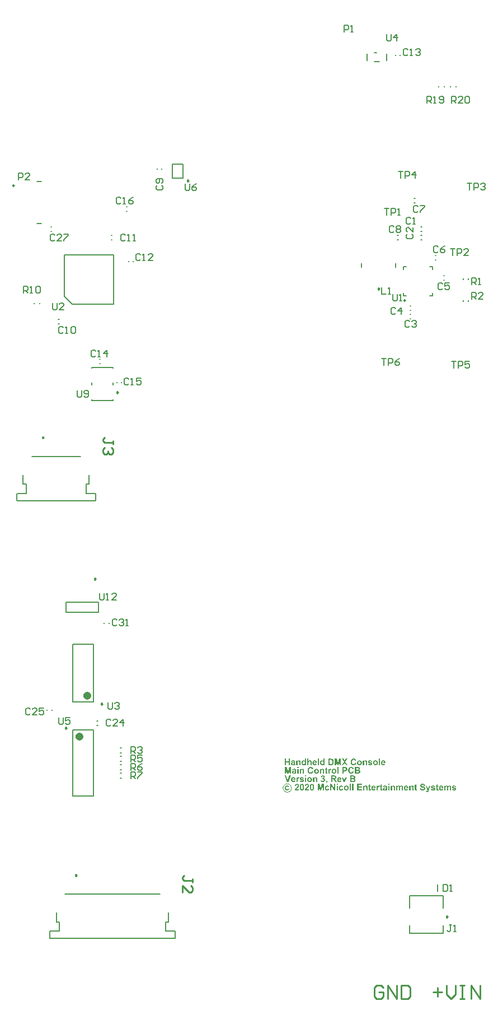
<source format=gto>
G04*
G04 #@! TF.GenerationSoftware,Altium Limited,CircuitStudio,1.5.2 (30)*
G04*
G04 Layer_Color=15065295*
%FSLAX25Y25*%
%MOIN*%
G70*
G01*
G75*
%ADD10C,0.01000*%
%ADD12C,0.00394*%
%ADD13C,0.00800*%
%ADD50C,0.00984*%
%ADD51C,0.00394*%
%ADD52C,0.02362*%
%ADD53C,0.00787*%
G36*
X206079Y140342D02*
X206129Y140336D01*
X206189Y140325D01*
X206256Y140314D01*
X206328Y140297D01*
X206406Y140275D01*
X206484Y140247D01*
X206567Y140214D01*
X206650Y140170D01*
X206728Y140125D01*
X206805Y140070D01*
X206883Y140003D01*
X206950Y139931D01*
X206955Y139925D01*
X206966Y139914D01*
X206983Y139886D01*
X207005Y139853D01*
X207033Y139809D01*
X207061Y139759D01*
X207094Y139692D01*
X207127Y139620D01*
X207161Y139537D01*
X207194Y139443D01*
X207222Y139343D01*
X207249Y139226D01*
X207272Y139104D01*
X207288Y138971D01*
X207299Y138832D01*
Y138677D01*
X205457D01*
Y138671D01*
Y138660D01*
Y138643D01*
X205462Y138621D01*
X205468Y138566D01*
X205479Y138488D01*
X205501Y138410D01*
X205535Y138321D01*
X205574Y138238D01*
X205629Y138166D01*
X205634Y138160D01*
X205662Y138138D01*
X205696Y138110D01*
X205746Y138077D01*
X205807Y138044D01*
X205884Y138016D01*
X205967Y137994D01*
X206056Y137988D01*
X206084D01*
X206117Y137994D01*
X206156Y137999D01*
X206201Y138011D01*
X206251Y138027D01*
X206300Y138049D01*
X206345Y138083D01*
X206350Y138088D01*
X206367Y138099D01*
X206389Y138122D01*
X206412Y138155D01*
X206445Y138199D01*
X206473Y138249D01*
X206500Y138316D01*
X206528Y138388D01*
X207261Y138266D01*
Y138260D01*
X207255Y138249D01*
X207244Y138227D01*
X207233Y138199D01*
X207216Y138166D01*
X207200Y138127D01*
X207150Y138038D01*
X207089Y137938D01*
X207011Y137833D01*
X206917Y137739D01*
X206811Y137650D01*
X206805D01*
X206800Y137639D01*
X206778Y137633D01*
X206756Y137617D01*
X206728Y137600D01*
X206689Y137583D01*
X206650Y137567D01*
X206600Y137544D01*
X206489Y137505D01*
X206362Y137472D01*
X206212Y137450D01*
X206051Y137439D01*
X206017D01*
X205984Y137444D01*
X205934D01*
X205873Y137456D01*
X205801Y137467D01*
X205723Y137478D01*
X205646Y137500D01*
X205557Y137522D01*
X205468Y137556D01*
X205379Y137594D01*
X205290Y137639D01*
X205202Y137694D01*
X205118Y137755D01*
X205046Y137827D01*
X204974Y137911D01*
X204969Y137916D01*
X204963Y137927D01*
X204952Y137950D01*
X204930Y137977D01*
X204913Y138016D01*
X204891Y138060D01*
X204863Y138110D01*
X204841Y138172D01*
X204813Y138238D01*
X204791Y138310D01*
X204763Y138388D01*
X204747Y138477D01*
X204730Y138566D01*
X204713Y138660D01*
X204708Y138765D01*
X204702Y138871D01*
Y138876D01*
Y138899D01*
Y138937D01*
X204708Y138987D01*
X204713Y139043D01*
X204719Y139110D01*
X204730Y139182D01*
X204747Y139265D01*
X204791Y139437D01*
X204819Y139526D01*
X204852Y139620D01*
X204896Y139709D01*
X204946Y139792D01*
X205002Y139875D01*
X205063Y139953D01*
X205068Y139959D01*
X205080Y139970D01*
X205102Y139992D01*
X205129Y140014D01*
X205163Y140042D01*
X205207Y140075D01*
X205257Y140114D01*
X205313Y140153D01*
X205374Y140186D01*
X205446Y140225D01*
X205518Y140258D01*
X205601Y140286D01*
X205684Y140308D01*
X205779Y140331D01*
X205873Y140342D01*
X205973Y140347D01*
X206034D01*
X206079Y140342D01*
D02*
G37*
G36*
X188385D02*
X188441Y140336D01*
X188502Y140325D01*
X188574Y140314D01*
X188646Y140297D01*
X188729Y140275D01*
X188812Y140247D01*
X188896Y140214D01*
X188985Y140175D01*
X189073Y140125D01*
X189156Y140070D01*
X189240Y140009D01*
X189318Y139936D01*
X189323Y139931D01*
X189334Y139920D01*
X189356Y139892D01*
X189378Y139864D01*
X189412Y139820D01*
X189445Y139776D01*
X189484Y139715D01*
X189523Y139653D01*
X189556Y139581D01*
X189595Y139504D01*
X189628Y139415D01*
X189662Y139326D01*
X189684Y139226D01*
X189706Y139126D01*
X189717Y139015D01*
X189723Y138899D01*
Y138893D01*
Y138871D01*
Y138838D01*
X189717Y138793D01*
X189712Y138738D01*
X189700Y138677D01*
X189689Y138604D01*
X189673Y138532D01*
X189650Y138449D01*
X189623Y138366D01*
X189590Y138277D01*
X189551Y138188D01*
X189501Y138099D01*
X189445Y138016D01*
X189384Y137933D01*
X189312Y137850D01*
X189306Y137844D01*
X189295Y137833D01*
X189273Y137811D01*
X189240Y137783D01*
X189201Y137755D01*
X189151Y137722D01*
X189095Y137683D01*
X189034Y137644D01*
X188962Y137605D01*
X188885Y137567D01*
X188801Y137533D01*
X188707Y137505D01*
X188613Y137478D01*
X188507Y137456D01*
X188402Y137444D01*
X188285Y137439D01*
X188246D01*
X188219Y137444D01*
X188185D01*
X188146Y137450D01*
X188052Y137461D01*
X187935Y137483D01*
X187813Y137511D01*
X187686Y137556D01*
X187553Y137611D01*
X187547D01*
X187536Y137617D01*
X187519Y137628D01*
X187497Y137644D01*
X187436Y137683D01*
X187358Y137739D01*
X187275Y137811D01*
X187186Y137900D01*
X187103Y137999D01*
X187025Y138116D01*
Y138122D01*
X187020Y138133D01*
X187009Y138149D01*
X186998Y138177D01*
X186986Y138210D01*
X186970Y138249D01*
X186953Y138294D01*
X186937Y138344D01*
X186920Y138399D01*
X186903Y138460D01*
X186875Y138599D01*
X186853Y138760D01*
X186848Y138932D01*
Y138937D01*
Y138949D01*
Y138971D01*
X186853Y138993D01*
Y139026D01*
X186859Y139065D01*
X186870Y139159D01*
X186892Y139265D01*
X186925Y139381D01*
X186964Y139509D01*
X187025Y139637D01*
Y139642D01*
X187036Y139653D01*
X187042Y139670D01*
X187059Y139692D01*
X187103Y139753D01*
X187159Y139831D01*
X187231Y139914D01*
X187320Y140003D01*
X187419Y140086D01*
X187536Y140164D01*
X187541D01*
X187553Y140170D01*
X187569Y140181D01*
X187597Y140192D01*
X187625Y140208D01*
X187664Y140219D01*
X187708Y140236D01*
X187752Y140258D01*
X187863Y140292D01*
X187991Y140319D01*
X188130Y140342D01*
X188280Y140347D01*
X188341D01*
X188385Y140342D01*
D02*
G37*
G36*
X186259Y137500D02*
X185521D01*
Y140286D01*
X186259D01*
Y137500D01*
D02*
G37*
G36*
X214176Y141335D02*
X214287Y141330D01*
X214398Y141324D01*
X214503Y141313D01*
X214598Y141302D01*
X214609D01*
X214637Y141296D01*
X214675Y141285D01*
X214731Y141269D01*
X214792Y141246D01*
X214859Y141218D01*
X214931Y141185D01*
X214997Y141141D01*
X215003Y141135D01*
X215025Y141119D01*
X215058Y141091D01*
X215103Y141058D01*
X215147Y141008D01*
X215197Y140952D01*
X215247Y140891D01*
X215292Y140819D01*
X215297Y140808D01*
X215308Y140786D01*
X215330Y140741D01*
X215353Y140686D01*
X215375Y140619D01*
X215397Y140547D01*
X215408Y140458D01*
X215414Y140369D01*
Y140364D01*
Y140358D01*
Y140325D01*
X215408Y140275D01*
X215397Y140208D01*
X215375Y140131D01*
X215353Y140048D01*
X215314Y139964D01*
X215264Y139875D01*
X215258Y139864D01*
X215236Y139837D01*
X215203Y139798D01*
X215164Y139748D01*
X215108Y139698D01*
X215042Y139637D01*
X214964Y139587D01*
X214875Y139537D01*
X214881D01*
X214892Y139531D01*
X214909Y139526D01*
X214931Y139520D01*
X214997Y139492D01*
X215075Y139454D01*
X215158Y139409D01*
X215253Y139348D01*
X215336Y139276D01*
X215414Y139187D01*
X215419Y139176D01*
X215441Y139143D01*
X215475Y139093D01*
X215508Y139026D01*
X215541Y138937D01*
X215575Y138843D01*
X215597Y138732D01*
X215602Y138610D01*
Y138604D01*
Y138599D01*
Y138566D01*
X215597Y138516D01*
X215586Y138449D01*
X215575Y138371D01*
X215552Y138283D01*
X215519Y138194D01*
X215480Y138099D01*
X215475Y138088D01*
X215458Y138060D01*
X215430Y138016D01*
X215391Y137961D01*
X215347Y137894D01*
X215286Y137833D01*
X215225Y137766D01*
X215147Y137705D01*
X215136Y137700D01*
X215108Y137683D01*
X215064Y137655D01*
X215003Y137628D01*
X214925Y137594D01*
X214836Y137567D01*
X214737Y137539D01*
X214626Y137522D01*
X214603D01*
X214581Y137517D01*
X214526D01*
X214487Y137511D01*
X214381D01*
X214315Y137505D01*
X214148D01*
X214054Y137500D01*
X212389D01*
Y141341D01*
X214076D01*
X214176Y141335D01*
D02*
G37*
G36*
X202832D02*
X202893D01*
X202954Y141330D01*
X203026D01*
X203170Y141313D01*
X203320Y141296D01*
X203459Y141269D01*
X203520Y141252D01*
X203575Y141235D01*
X203581D01*
X203587Y141230D01*
X203620Y141213D01*
X203670Y141185D01*
X203736Y141152D01*
X203808Y141096D01*
X203881Y141035D01*
X203953Y140958D01*
X204019Y140863D01*
Y140858D01*
X204025Y140852D01*
X204036Y140835D01*
X204047Y140819D01*
X204075Y140763D01*
X204108Y140691D01*
X204136Y140602D01*
X204164Y140503D01*
X204186Y140386D01*
X204191Y140264D01*
Y140258D01*
Y140247D01*
Y140219D01*
X204186Y140192D01*
Y140153D01*
X204180Y140114D01*
X204158Y140014D01*
X204130Y139898D01*
X204086Y139781D01*
X204019Y139659D01*
X203981Y139603D01*
X203936Y139548D01*
X203931Y139542D01*
X203925Y139537D01*
X203908Y139520D01*
X203886Y139504D01*
X203864Y139481D01*
X203831Y139454D01*
X203792Y139426D01*
X203748Y139398D01*
X203698Y139365D01*
X203637Y139337D01*
X203575Y139309D01*
X203509Y139281D01*
X203431Y139254D01*
X203353Y139232D01*
X203270Y139209D01*
X203176Y139193D01*
X203181D01*
X203187Y139187D01*
X203220Y139165D01*
X203265Y139137D01*
X203320Y139098D01*
X203387Y139049D01*
X203453Y138998D01*
X203525Y138937D01*
X203587Y138871D01*
X203592Y138865D01*
X203620Y138838D01*
X203653Y138793D01*
X203703Y138726D01*
X203770Y138643D01*
X203803Y138588D01*
X203842Y138532D01*
X203886Y138471D01*
X203931Y138405D01*
X203981Y138327D01*
X204030Y138249D01*
X204502Y137500D01*
X203570D01*
X203015Y138332D01*
X203009Y138338D01*
X203004Y138355D01*
X202987Y138377D01*
X202965Y138405D01*
X202943Y138438D01*
X202915Y138482D01*
X202854Y138571D01*
X202782Y138671D01*
X202715Y138760D01*
X202654Y138843D01*
X202626Y138871D01*
X202604Y138899D01*
X202599Y138904D01*
X202588Y138915D01*
X202565Y138937D01*
X202538Y138965D01*
X202499Y138987D01*
X202460Y139015D01*
X202415Y139037D01*
X202371Y139059D01*
X202366D01*
X202349Y139065D01*
X202321Y139076D01*
X202277Y139082D01*
X202221Y139093D01*
X202155Y139098D01*
X202077Y139104D01*
X201827D01*
Y137500D01*
X201050D01*
Y141341D01*
X202782D01*
X202832Y141335D01*
D02*
G37*
G36*
X213160Y146407D02*
X213221Y146402D01*
X213288Y146391D01*
X213366Y146379D01*
X213449Y146363D01*
X213538Y146341D01*
X213632Y146313D01*
X213726Y146280D01*
X213826Y146235D01*
X213921Y146191D01*
X214009Y146135D01*
X214104Y146069D01*
X214187Y145996D01*
X214193D01*
X214198Y145985D01*
X214215Y145969D01*
X214231Y145952D01*
X214254Y145924D01*
X214276Y145891D01*
X214337Y145813D01*
X214398Y145713D01*
X214465Y145591D01*
X214526Y145453D01*
X214581Y145292D01*
X213815Y145108D01*
Y145114D01*
X213810Y145120D01*
Y145136D01*
X213798Y145158D01*
X213782Y145208D01*
X213754Y145275D01*
X213715Y145353D01*
X213665Y145430D01*
X213599Y145508D01*
X213527Y145575D01*
X213515Y145580D01*
X213488Y145602D01*
X213443Y145630D01*
X213382Y145663D01*
X213305Y145697D01*
X213216Y145724D01*
X213116Y145747D01*
X213005Y145752D01*
X212966D01*
X212933Y145747D01*
X212899Y145741D01*
X212855Y145736D01*
X212761Y145713D01*
X212650Y145675D01*
X212533Y145619D01*
X212472Y145586D01*
X212417Y145547D01*
X212361Y145497D01*
X212311Y145441D01*
Y145436D01*
X212300Y145425D01*
X212289Y145408D01*
X212272Y145380D01*
X212250Y145347D01*
X212228Y145308D01*
X212206Y145258D01*
X212183Y145203D01*
X212156Y145136D01*
X212134Y145064D01*
X212111Y144981D01*
X212089Y144892D01*
X212072Y144792D01*
X212061Y144687D01*
X212056Y144570D01*
X212050Y144442D01*
Y144437D01*
Y144409D01*
Y144370D01*
X212056Y144326D01*
Y144265D01*
X212067Y144193D01*
X212072Y144121D01*
X212084Y144037D01*
X212117Y143865D01*
X212161Y143693D01*
X212189Y143610D01*
X212228Y143532D01*
X212267Y143460D01*
X212311Y143399D01*
X212317Y143394D01*
X212322Y143388D01*
X212339Y143371D01*
X212361Y143349D01*
X212417Y143305D01*
X212494Y143249D01*
X212589Y143188D01*
X212705Y143144D01*
X212838Y143105D01*
X212911Y143099D01*
X212988Y143094D01*
X213016D01*
X213038Y143099D01*
X213099Y143105D01*
X213171Y143116D01*
X213249Y143144D01*
X213338Y143177D01*
X213427Y143221D01*
X213515Y143288D01*
X213527Y143299D01*
X213554Y143327D01*
X213593Y143371D01*
X213638Y143438D01*
X213693Y143527D01*
X213743Y143632D01*
X213793Y143760D01*
X213837Y143910D01*
X214592Y143677D01*
Y143671D01*
X214587Y143649D01*
X214576Y143616D01*
X214559Y143571D01*
X214537Y143521D01*
X214514Y143460D01*
X214487Y143394D01*
X214454Y143321D01*
X214376Y143172D01*
X214276Y143016D01*
X214154Y142866D01*
X214087Y142800D01*
X214015Y142739D01*
X214009Y142733D01*
X213998Y142727D01*
X213976Y142711D01*
X213943Y142689D01*
X213904Y142666D01*
X213854Y142644D01*
X213798Y142617D01*
X213738Y142589D01*
X213665Y142555D01*
X213588Y142528D01*
X213504Y142506D01*
X213416Y142483D01*
X213321Y142461D01*
X213216Y142445D01*
X213110Y142439D01*
X212994Y142433D01*
X212961D01*
X212922Y142439D01*
X212866Y142445D01*
X212805Y142450D01*
X212727Y142461D01*
X212644Y142478D01*
X212550Y142500D01*
X212456Y142528D01*
X212355Y142561D01*
X212250Y142605D01*
X212145Y142655D01*
X212039Y142711D01*
X211934Y142783D01*
X211834Y142861D01*
X211739Y142955D01*
X211734Y142961D01*
X211717Y142977D01*
X211695Y143011D01*
X211662Y143050D01*
X211629Y143105D01*
X211584Y143166D01*
X211540Y143244D01*
X211495Y143333D01*
X211451Y143427D01*
X211406Y143532D01*
X211362Y143654D01*
X211329Y143782D01*
X211296Y143915D01*
X211273Y144065D01*
X211257Y144220D01*
X211251Y144387D01*
Y144393D01*
Y144398D01*
Y144431D01*
X211257Y144481D01*
Y144548D01*
X211268Y144626D01*
X211279Y144720D01*
X211290Y144820D01*
X211312Y144936D01*
X211340Y145053D01*
X211373Y145175D01*
X211412Y145297D01*
X211462Y145425D01*
X211518Y145547D01*
X211584Y145663D01*
X211656Y145774D01*
X211745Y145880D01*
X211751Y145886D01*
X211767Y145902D01*
X211795Y145930D01*
X211834Y145963D01*
X211884Y146002D01*
X211945Y146046D01*
X212012Y146096D01*
X212095Y146146D01*
X212183Y146196D01*
X212278Y146246D01*
X212389Y146291D01*
X212500Y146329D01*
X212628Y146363D01*
X212755Y146391D01*
X212899Y146407D01*
X213044Y146413D01*
X213110D01*
X213160Y146407D01*
D02*
G37*
G36*
X189007D02*
X189068Y146402D01*
X189134Y146391D01*
X189212Y146379D01*
X189295Y146363D01*
X189384Y146341D01*
X189478Y146313D01*
X189573Y146280D01*
X189673Y146235D01*
X189767Y146191D01*
X189856Y146135D01*
X189950Y146069D01*
X190033Y145996D01*
X190039D01*
X190045Y145985D01*
X190061Y145969D01*
X190078Y145952D01*
X190100Y145924D01*
X190122Y145891D01*
X190183Y145813D01*
X190244Y145713D01*
X190311Y145591D01*
X190372Y145453D01*
X190427Y145292D01*
X189662Y145108D01*
Y145114D01*
X189656Y145120D01*
Y145136D01*
X189645Y145158D01*
X189628Y145208D01*
X189601Y145275D01*
X189562Y145353D01*
X189512Y145430D01*
X189445Y145508D01*
X189373Y145575D01*
X189362Y145580D01*
X189334Y145602D01*
X189290Y145630D01*
X189229Y145663D01*
X189151Y145697D01*
X189062Y145724D01*
X188962Y145747D01*
X188851Y145752D01*
X188812D01*
X188779Y145747D01*
X188746Y145741D01*
X188701Y145736D01*
X188607Y145713D01*
X188496Y145675D01*
X188380Y145619D01*
X188319Y145586D01*
X188263Y145547D01*
X188207Y145497D01*
X188157Y145441D01*
Y145436D01*
X188146Y145425D01*
X188135Y145408D01*
X188119Y145380D01*
X188096Y145347D01*
X188074Y145308D01*
X188052Y145258D01*
X188030Y145203D01*
X188002Y145136D01*
X187980Y145064D01*
X187958Y144981D01*
X187935Y144892D01*
X187919Y144792D01*
X187908Y144687D01*
X187902Y144570D01*
X187897Y144442D01*
Y144437D01*
Y144409D01*
Y144370D01*
X187902Y144326D01*
Y144265D01*
X187913Y144193D01*
X187919Y144121D01*
X187930Y144037D01*
X187963Y143865D01*
X188008Y143693D01*
X188035Y143610D01*
X188074Y143532D01*
X188113Y143460D01*
X188157Y143399D01*
X188163Y143394D01*
X188169Y143388D01*
X188185Y143371D01*
X188207Y143349D01*
X188263Y143305D01*
X188341Y143249D01*
X188435Y143188D01*
X188552Y143144D01*
X188685Y143105D01*
X188757Y143099D01*
X188835Y143094D01*
X188862D01*
X188885Y143099D01*
X188946Y143105D01*
X189018Y143116D01*
X189095Y143144D01*
X189184Y143177D01*
X189273Y143221D01*
X189362Y143288D01*
X189373Y143299D01*
X189401Y143327D01*
X189440Y143371D01*
X189484Y143438D01*
X189540Y143527D01*
X189590Y143632D01*
X189639Y143760D01*
X189684Y143910D01*
X190439Y143677D01*
Y143671D01*
X190433Y143649D01*
X190422Y143616D01*
X190405Y143571D01*
X190383Y143521D01*
X190361Y143460D01*
X190333Y143394D01*
X190300Y143321D01*
X190222Y143172D01*
X190122Y143016D01*
X190000Y142866D01*
X189934Y142800D01*
X189861Y142739D01*
X189856Y142733D01*
X189845Y142727D01*
X189823Y142711D01*
X189789Y142689D01*
X189750Y142666D01*
X189700Y142644D01*
X189645Y142617D01*
X189584Y142589D01*
X189512Y142555D01*
X189434Y142528D01*
X189351Y142506D01*
X189262Y142483D01*
X189168Y142461D01*
X189062Y142445D01*
X188957Y142439D01*
X188840Y142433D01*
X188807D01*
X188768Y142439D01*
X188713Y142445D01*
X188652Y142450D01*
X188574Y142461D01*
X188491Y142478D01*
X188396Y142500D01*
X188302Y142528D01*
X188202Y142561D01*
X188096Y142605D01*
X187991Y142655D01*
X187886Y142711D01*
X187780Y142783D01*
X187680Y142861D01*
X187586Y142955D01*
X187580Y142961D01*
X187564Y142977D01*
X187541Y143011D01*
X187508Y143050D01*
X187475Y143105D01*
X187431Y143166D01*
X187386Y143244D01*
X187342Y143333D01*
X187297Y143427D01*
X187253Y143532D01*
X187208Y143654D01*
X187175Y143782D01*
X187142Y143915D01*
X187120Y144065D01*
X187103Y144220D01*
X187098Y144387D01*
Y144393D01*
Y144398D01*
Y144431D01*
X187103Y144481D01*
Y144548D01*
X187114Y144626D01*
X187125Y144720D01*
X187136Y144820D01*
X187159Y144936D01*
X187186Y145053D01*
X187220Y145175D01*
X187258Y145297D01*
X187308Y145425D01*
X187364Y145547D01*
X187431Y145663D01*
X187503Y145774D01*
X187592Y145880D01*
X187597Y145886D01*
X187614Y145902D01*
X187641Y145930D01*
X187680Y145963D01*
X187730Y146002D01*
X187791Y146046D01*
X187858Y146096D01*
X187941Y146146D01*
X188030Y146196D01*
X188124Y146246D01*
X188235Y146291D01*
X188346Y146329D01*
X188474Y146363D01*
X188602Y146391D01*
X188746Y146407D01*
X188890Y146413D01*
X188957D01*
X189007Y146407D01*
D02*
G37*
G36*
X181697Y145658D02*
X180959D01*
Y146341D01*
X181697D01*
Y145658D01*
D02*
G37*
G36*
X178628Y140342D02*
X178678Y140336D01*
X178739Y140325D01*
X178806Y140314D01*
X178878Y140297D01*
X178956Y140275D01*
X179033Y140247D01*
X179117Y140214D01*
X179200Y140170D01*
X179278Y140125D01*
X179355Y140070D01*
X179433Y140003D01*
X179499Y139931D01*
X179505Y139925D01*
X179516Y139914D01*
X179533Y139886D01*
X179555Y139853D01*
X179583Y139809D01*
X179611Y139759D01*
X179644Y139692D01*
X179677Y139620D01*
X179710Y139537D01*
X179744Y139443D01*
X179771Y139343D01*
X179799Y139226D01*
X179822Y139104D01*
X179838Y138971D01*
X179849Y138832D01*
Y138677D01*
X178007D01*
Y138671D01*
Y138660D01*
Y138643D01*
X178012Y138621D01*
X178018Y138566D01*
X178029Y138488D01*
X178051Y138410D01*
X178084Y138321D01*
X178123Y138238D01*
X178179Y138166D01*
X178184Y138160D01*
X178212Y138138D01*
X178245Y138110D01*
X178295Y138077D01*
X178356Y138044D01*
X178434Y138016D01*
X178517Y137994D01*
X178606Y137988D01*
X178634D01*
X178667Y137994D01*
X178706Y137999D01*
X178750Y138011D01*
X178800Y138027D01*
X178850Y138049D01*
X178895Y138083D01*
X178900Y138088D01*
X178917Y138099D01*
X178939Y138122D01*
X178961Y138155D01*
X178995Y138199D01*
X179022Y138249D01*
X179050Y138316D01*
X179078Y138388D01*
X179810Y138266D01*
Y138260D01*
X179805Y138249D01*
X179794Y138227D01*
X179783Y138199D01*
X179766Y138166D01*
X179749Y138127D01*
X179699Y138038D01*
X179638Y137938D01*
X179561Y137833D01*
X179466Y137739D01*
X179361Y137650D01*
X179355D01*
X179350Y137639D01*
X179327Y137633D01*
X179305Y137617D01*
X179278Y137600D01*
X179239Y137583D01*
X179200Y137567D01*
X179150Y137544D01*
X179039Y137505D01*
X178911Y137472D01*
X178761Y137450D01*
X178601Y137439D01*
X178567D01*
X178534Y137444D01*
X178484D01*
X178423Y137456D01*
X178351Y137467D01*
X178273Y137478D01*
X178195Y137500D01*
X178106Y137522D01*
X178018Y137556D01*
X177929Y137594D01*
X177840Y137639D01*
X177751Y137694D01*
X177668Y137755D01*
X177596Y137827D01*
X177524Y137911D01*
X177518Y137916D01*
X177513Y137927D01*
X177501Y137950D01*
X177479Y137977D01*
X177463Y138016D01*
X177441Y138060D01*
X177413Y138110D01*
X177391Y138172D01*
X177363Y138238D01*
X177341Y138310D01*
X177313Y138388D01*
X177296Y138477D01*
X177279Y138566D01*
X177263Y138660D01*
X177257Y138765D01*
X177252Y138871D01*
Y138876D01*
Y138899D01*
Y138937D01*
X177257Y138987D01*
X177263Y139043D01*
X177269Y139110D01*
X177279Y139182D01*
X177296Y139265D01*
X177341Y139437D01*
X177368Y139526D01*
X177402Y139620D01*
X177446Y139709D01*
X177496Y139792D01*
X177551Y139875D01*
X177613Y139953D01*
X177618Y139959D01*
X177629Y139970D01*
X177651Y139992D01*
X177679Y140014D01*
X177712Y140042D01*
X177757Y140075D01*
X177807Y140114D01*
X177862Y140153D01*
X177923Y140186D01*
X177996Y140225D01*
X178068Y140258D01*
X178151Y140286D01*
X178234Y140308D01*
X178329Y140331D01*
X178423Y140342D01*
X178523Y140347D01*
X178584D01*
X178628Y140342D01*
D02*
G37*
G36*
X198775Y137711D02*
Y137705D01*
Y137700D01*
Y137683D01*
Y137661D01*
Y137600D01*
X198769Y137528D01*
X198764Y137450D01*
X198752Y137367D01*
X198736Y137284D01*
X198719Y137211D01*
Y137206D01*
X198708Y137178D01*
X198691Y137145D01*
X198675Y137100D01*
X198642Y137045D01*
X198608Y136989D01*
X198564Y136934D01*
X198508Y136878D01*
X198503Y136873D01*
X198480Y136856D01*
X198447Y136828D01*
X198403Y136795D01*
X198347Y136756D01*
X198281Y136717D01*
X198203Y136679D01*
X198120Y136645D01*
X197976Y136951D01*
X197987Y136956D01*
X198014Y136967D01*
X198053Y136984D01*
X198098Y137006D01*
X198153Y137034D01*
X198203Y137073D01*
X198253Y137111D01*
X198292Y137156D01*
X198297Y137161D01*
X198309Y137178D01*
X198325Y137206D01*
X198342Y137245D01*
X198364Y137295D01*
X198381Y137356D01*
X198392Y137422D01*
X198397Y137500D01*
X198037D01*
Y138238D01*
X198775D01*
Y137711D01*
D02*
G37*
G36*
X191976Y140342D02*
X192037Y140336D01*
X192104Y140325D01*
X192176Y140308D01*
X192253Y140286D01*
X192331Y140258D01*
X192342Y140253D01*
X192365Y140242D01*
X192403Y140225D01*
X192448Y140197D01*
X192498Y140164D01*
X192548Y140125D01*
X192598Y140081D01*
X192642Y140031D01*
X192648Y140025D01*
X192659Y140009D01*
X192675Y139981D01*
X192698Y139942D01*
X192725Y139898D01*
X192747Y139842D01*
X192770Y139787D01*
X192786Y139720D01*
Y139715D01*
X192792Y139687D01*
X192803Y139648D01*
X192808Y139592D01*
X192820Y139526D01*
X192825Y139437D01*
X192831Y139343D01*
Y139226D01*
Y137500D01*
X192093D01*
Y138915D01*
Y138921D01*
Y138937D01*
Y138960D01*
Y138987D01*
Y139026D01*
Y139065D01*
X192087Y139159D01*
X192081Y139254D01*
X192070Y139354D01*
X192059Y139437D01*
X192054Y139470D01*
X192043Y139498D01*
Y139504D01*
X192031Y139520D01*
X192020Y139542D01*
X192004Y139576D01*
X191954Y139642D01*
X191926Y139676D01*
X191887Y139703D01*
X191882Y139709D01*
X191870Y139715D01*
X191848Y139725D01*
X191815Y139742D01*
X191776Y139759D01*
X191737Y139770D01*
X191687Y139776D01*
X191632Y139781D01*
X191599D01*
X191565Y139776D01*
X191521Y139770D01*
X191465Y139753D01*
X191410Y139737D01*
X191349Y139709D01*
X191288Y139676D01*
X191282Y139670D01*
X191266Y139659D01*
X191238Y139631D01*
X191205Y139603D01*
X191171Y139559D01*
X191138Y139515D01*
X191105Y139454D01*
X191082Y139393D01*
Y139387D01*
X191071Y139359D01*
X191066Y139315D01*
X191055Y139248D01*
X191049Y139209D01*
X191044Y139159D01*
X191038Y139110D01*
Y139049D01*
X191032Y138987D01*
X191027Y138915D01*
Y138838D01*
Y138754D01*
Y137500D01*
X190289D01*
Y140286D01*
X190971D01*
Y139875D01*
X190977Y139881D01*
X190988Y139898D01*
X191010Y139920D01*
X191038Y139948D01*
X191071Y139986D01*
X191116Y140025D01*
X191166Y140070D01*
X191221Y140114D01*
X191282Y140153D01*
X191354Y140197D01*
X191427Y140236D01*
X191510Y140275D01*
X191599Y140303D01*
X191687Y140325D01*
X191787Y140342D01*
X191887Y140347D01*
X191926D01*
X191976Y140342D01*
D02*
G37*
G36*
X201028Y151335D02*
X201133Y151330D01*
X201250Y151324D01*
X201372Y151307D01*
X201489Y151291D01*
X201594Y151263D01*
X201600D01*
X201611Y151257D01*
X201627Y151252D01*
X201650Y151246D01*
X201716Y151218D01*
X201794Y151180D01*
X201883Y151130D01*
X201983Y151069D01*
X202077Y150996D01*
X202171Y150908D01*
X202177D01*
X202182Y150897D01*
X202210Y150863D01*
X202255Y150808D01*
X202305Y150736D01*
X202366Y150647D01*
X202427Y150541D01*
X202488Y150419D01*
X202538Y150286D01*
Y150280D01*
X202543Y150269D01*
X202549Y150247D01*
X202560Y150220D01*
X202565Y150186D01*
X202576Y150142D01*
X202588Y150092D01*
X202604Y150036D01*
X202615Y149975D01*
X202626Y149903D01*
X202638Y149831D01*
X202643Y149748D01*
X202660Y149576D01*
X202665Y149381D01*
Y149376D01*
Y149359D01*
Y149337D01*
Y149304D01*
X202660Y149259D01*
Y149215D01*
X202654Y149159D01*
X202649Y149098D01*
X202638Y148971D01*
X202615Y148838D01*
X202582Y148699D01*
X202543Y148566D01*
Y148560D01*
X202538Y148549D01*
X202526Y148527D01*
X202515Y148494D01*
X202504Y148460D01*
X202482Y148421D01*
X202438Y148321D01*
X202382Y148216D01*
X202310Y148099D01*
X202227Y147988D01*
X202132Y147883D01*
X202121Y147872D01*
X202094Y147850D01*
X202049Y147816D01*
X201988Y147772D01*
X201910Y147722D01*
X201822Y147672D01*
X201711Y147622D01*
X201589Y147578D01*
X201583D01*
X201577Y147572D01*
X201561D01*
X201544Y147567D01*
X201483Y147555D01*
X201405Y147539D01*
X201311Y147522D01*
X201195Y147511D01*
X201056Y147505D01*
X200906Y147500D01*
X199452D01*
Y151341D01*
X200984D01*
X201028Y151335D01*
D02*
G37*
G36*
X181825Y140342D02*
X181886Y140331D01*
X181964Y140314D01*
X182047Y140286D01*
X182130Y140253D01*
X182219Y140203D01*
X181986Y139565D01*
X181980Y139570D01*
X181953Y139581D01*
X181919Y139603D01*
X181875Y139626D01*
X181819Y139648D01*
X181764Y139670D01*
X181703Y139681D01*
X181642Y139687D01*
X181620D01*
X181586Y139681D01*
X181553Y139676D01*
X181514Y139664D01*
X181470Y139648D01*
X181425Y139626D01*
X181381Y139598D01*
X181376Y139592D01*
X181364Y139581D01*
X181342Y139559D01*
X181320Y139526D01*
X181292Y139487D01*
X181264Y139431D01*
X181237Y139365D01*
X181214Y139287D01*
Y139276D01*
X181209Y139259D01*
X181203Y139243D01*
Y139215D01*
X181198Y139182D01*
X181192Y139137D01*
X181187Y139087D01*
X181181Y139032D01*
X181176Y138960D01*
X181170Y138888D01*
Y138799D01*
X181165Y138704D01*
X181159Y138599D01*
Y138482D01*
Y138355D01*
Y137500D01*
X180421D01*
Y140286D01*
X181104D01*
Y139892D01*
X181109Y139898D01*
X181131Y139931D01*
X181165Y139981D01*
X181209Y140042D01*
X181253Y140103D01*
X181309Y140164D01*
X181359Y140219D01*
X181414Y140258D01*
X181420Y140264D01*
X181437Y140275D01*
X181470Y140286D01*
X181509Y140303D01*
X181553Y140319D01*
X181608Y140336D01*
X181664Y140342D01*
X181731Y140347D01*
X181775D01*
X181825Y140342D01*
D02*
G37*
G36*
X183801Y136357D02*
X183845Y136352D01*
X183901Y136341D01*
X183956Y136329D01*
X184023Y136313D01*
X184095Y136291D01*
X184162Y136263D01*
X184234Y136235D01*
X184306Y136196D01*
X184378Y136146D01*
X184450Y136096D01*
X184517Y136035D01*
X184578Y135963D01*
X184583Y135958D01*
X184595Y135941D01*
X184611Y135913D01*
X184639Y135874D01*
X184667Y135819D01*
X184700Y135752D01*
X184733Y135680D01*
X184766Y135586D01*
X184800Y135486D01*
X184839Y135369D01*
X184866Y135242D01*
X184894Y135097D01*
X184922Y134942D01*
X184939Y134775D01*
X184950Y134592D01*
X184955Y134393D01*
Y134387D01*
Y134381D01*
Y134365D01*
Y134343D01*
Y134287D01*
X184950Y134215D01*
X184944Y134126D01*
X184933Y134021D01*
X184922Y133910D01*
X184911Y133788D01*
X184889Y133660D01*
X184861Y133527D01*
X184833Y133399D01*
X184794Y133272D01*
X184755Y133144D01*
X184700Y133027D01*
X184644Y132916D01*
X184578Y132822D01*
X184572Y132816D01*
X184561Y132805D01*
X184545Y132783D01*
X184522Y132761D01*
X184489Y132733D01*
X184450Y132700D01*
X184400Y132661D01*
X184350Y132628D01*
X184289Y132589D01*
X184228Y132550D01*
X184156Y132517D01*
X184078Y132489D01*
X183995Y132467D01*
X183901Y132445D01*
X183806Y132433D01*
X183706Y132428D01*
X183684D01*
X183651Y132433D01*
X183612D01*
X183568Y132439D01*
X183512Y132450D01*
X183451Y132461D01*
X183385Y132483D01*
X183312Y132506D01*
X183240Y132533D01*
X183163Y132567D01*
X183090Y132611D01*
X183013Y132655D01*
X182941Y132717D01*
X182868Y132778D01*
X182802Y132855D01*
X182796Y132861D01*
X182785Y132877D01*
X182768Y132905D01*
X182752Y132938D01*
X182724Y132988D01*
X182696Y133049D01*
X182663Y133127D01*
X182635Y133210D01*
X182602Y133310D01*
X182569Y133421D01*
X182541Y133549D01*
X182519Y133688D01*
X182497Y133843D01*
X182480Y134015D01*
X182469Y134198D01*
X182463Y134398D01*
Y134404D01*
Y134409D01*
Y134426D01*
Y134448D01*
Y134503D01*
X182469Y134576D01*
X182474Y134664D01*
X182485Y134770D01*
X182497Y134881D01*
X182508Y135003D01*
X182530Y135131D01*
X182552Y135258D01*
X182585Y135392D01*
X182619Y135519D01*
X182663Y135641D01*
X182713Y135758D01*
X182768Y135869D01*
X182835Y135963D01*
X182841Y135969D01*
X182852Y135980D01*
X182868Y136002D01*
X182896Y136024D01*
X182924Y136057D01*
X182963Y136091D01*
X183013Y136124D01*
X183063Y136163D01*
X183124Y136202D01*
X183185Y136235D01*
X183257Y136268D01*
X183335Y136302D01*
X183418Y136324D01*
X183512Y136346D01*
X183607Y136357D01*
X183706Y136363D01*
X183762D01*
X183801Y136357D01*
D02*
G37*
G36*
X186259Y140658D02*
X185521D01*
Y141341D01*
X186259D01*
Y140658D01*
D02*
G37*
G36*
X209325Y137500D02*
X208659D01*
X207538Y140286D01*
X208310D01*
X208837Y138860D01*
X208987Y138388D01*
X208992Y138394D01*
X208998Y138416D01*
X209009Y138449D01*
X209020Y138482D01*
X209048Y138566D01*
X209059Y138599D01*
X209064Y138627D01*
Y138632D01*
X209070Y138649D01*
X209075Y138671D01*
X209087Y138699D01*
X209109Y138777D01*
X209142Y138860D01*
X209675Y140286D01*
X210430D01*
X209325Y137500D01*
D02*
G37*
G36*
X196211Y141357D02*
X196260Y141352D01*
X196310Y141346D01*
X196372Y141335D01*
X196433Y141318D01*
X196571Y141279D01*
X196643Y141252D01*
X196721Y141213D01*
X196793Y141174D01*
X196860Y141130D01*
X196932Y141074D01*
X196993Y141013D01*
X196999Y141008D01*
X197004Y141002D01*
X197021Y140985D01*
X197038Y140963D01*
X197082Y140908D01*
X197132Y140830D01*
X197182Y140736D01*
X197221Y140625D01*
X197254Y140503D01*
X197259Y140442D01*
X197265Y140375D01*
Y140369D01*
Y140353D01*
X197259Y140325D01*
X197254Y140292D01*
X197248Y140247D01*
X197237Y140197D01*
X197221Y140142D01*
X197198Y140081D01*
X197165Y140020D01*
X197132Y139953D01*
X197088Y139886D01*
X197032Y139820D01*
X196965Y139753D01*
X196893Y139687D01*
X196810Y139626D01*
X196710Y139565D01*
X196716D01*
X196727Y139559D01*
X196743D01*
X196766Y139548D01*
X196827Y139531D01*
X196899Y139498D01*
X196982Y139454D01*
X197071Y139398D01*
X197160Y139326D01*
X197237Y139243D01*
X197248Y139232D01*
X197271Y139198D01*
X197298Y139148D01*
X197337Y139076D01*
X197376Y138993D01*
X197404Y138888D01*
X197426Y138777D01*
X197437Y138649D01*
Y138643D01*
Y138627D01*
Y138599D01*
X197432Y138566D01*
X197426Y138521D01*
X197415Y138471D01*
X197404Y138410D01*
X197393Y138349D01*
X197348Y138216D01*
X197315Y138144D01*
X197282Y138066D01*
X197237Y137994D01*
X197187Y137922D01*
X197132Y137850D01*
X197065Y137783D01*
X197060Y137777D01*
X197049Y137766D01*
X197026Y137750D01*
X196999Y137727D01*
X196960Y137700D01*
X196921Y137672D01*
X196865Y137639D01*
X196810Y137605D01*
X196749Y137572D01*
X196677Y137539D01*
X196599Y137511D01*
X196521Y137483D01*
X196433Y137461D01*
X196344Y137444D01*
X196244Y137433D01*
X196144Y137428D01*
X196094D01*
X196055Y137433D01*
X196011Y137439D01*
X195961Y137444D01*
X195905Y137456D01*
X195839Y137467D01*
X195705Y137500D01*
X195561Y137556D01*
X195484Y137589D01*
X195417Y137628D01*
X195345Y137678D01*
X195278Y137727D01*
X195273Y137733D01*
X195262Y137744D01*
X195245Y137761D01*
X195223Y137783D01*
X195195Y137811D01*
X195167Y137850D01*
X195134Y137889D01*
X195101Y137938D01*
X195067Y137994D01*
X195028Y138049D01*
X194967Y138183D01*
X194918Y138338D01*
X194895Y138421D01*
X194884Y138510D01*
X195595Y138599D01*
Y138593D01*
Y138588D01*
X195600Y138555D01*
X195611Y138505D01*
X195628Y138444D01*
X195656Y138377D01*
X195683Y138305D01*
X195728Y138238D01*
X195778Y138177D01*
X195783Y138172D01*
X195805Y138155D01*
X195839Y138133D01*
X195878Y138110D01*
X195933Y138083D01*
X195994Y138060D01*
X196061Y138044D01*
X196138Y138038D01*
X196150D01*
X196177Y138044D01*
X196216Y138049D01*
X196272Y138060D01*
X196333Y138083D01*
X196394Y138110D01*
X196460Y138155D01*
X196521Y138210D01*
X196527Y138216D01*
X196549Y138244D01*
X196571Y138283D01*
X196605Y138332D01*
X196632Y138399D01*
X196660Y138482D01*
X196677Y138577D01*
X196682Y138682D01*
Y138688D01*
Y138693D01*
Y138726D01*
X196677Y138777D01*
X196666Y138843D01*
X196643Y138915D01*
X196616Y138987D01*
X196577Y139059D01*
X196527Y139126D01*
X196521Y139132D01*
X196499Y139154D01*
X196466Y139182D01*
X196427Y139209D01*
X196372Y139243D01*
X196310Y139265D01*
X196244Y139287D01*
X196166Y139293D01*
X196111D01*
X196072Y139287D01*
X196022Y139281D01*
X195961Y139270D01*
X195900Y139254D01*
X195828Y139237D01*
X195905Y139831D01*
X195955D01*
X196011Y139837D01*
X196077Y139842D01*
X196150Y139859D01*
X196227Y139881D01*
X196299Y139914D01*
X196366Y139959D01*
X196372Y139964D01*
X196394Y139986D01*
X196416Y140014D01*
X196449Y140059D01*
X196477Y140109D01*
X196505Y140170D01*
X196521Y140242D01*
X196527Y140325D01*
Y140336D01*
Y140358D01*
X196521Y140392D01*
X196510Y140436D01*
X196499Y140486D01*
X196477Y140536D01*
X196449Y140591D01*
X196410Y140636D01*
X196405Y140641D01*
X196388Y140652D01*
X196366Y140675D01*
X196327Y140697D01*
X196283Y140713D01*
X196233Y140736D01*
X196166Y140747D01*
X196100Y140752D01*
X196066D01*
X196033Y140747D01*
X195989Y140736D01*
X195939Y140719D01*
X195883Y140697D01*
X195828Y140664D01*
X195778Y140619D01*
X195772Y140614D01*
X195756Y140597D01*
X195733Y140564D01*
X195705Y140519D01*
X195678Y140469D01*
X195656Y140403D01*
X195633Y140325D01*
X195617Y140236D01*
X194940Y140347D01*
Y140353D01*
X194945Y140364D01*
Y140380D01*
X194951Y140408D01*
X194967Y140469D01*
X194990Y140552D01*
X195023Y140641D01*
X195056Y140736D01*
X195101Y140824D01*
X195150Y140908D01*
X195156Y140919D01*
X195178Y140941D01*
X195212Y140980D01*
X195256Y141030D01*
X195311Y141080D01*
X195378Y141135D01*
X195461Y141191D01*
X195550Y141241D01*
X195556D01*
X195561Y141246D01*
X195595Y141257D01*
X195650Y141279D01*
X195717Y141302D01*
X195800Y141324D01*
X195900Y141346D01*
X196005Y141357D01*
X196122Y141363D01*
X196172D01*
X196211Y141357D01*
D02*
G37*
G36*
X175715Y137500D02*
X174876D01*
X173500Y141341D01*
X174338D01*
X175315Y138499D01*
X176253Y141341D01*
X177080D01*
X175715Y137500D01*
D02*
G37*
G36*
X230299Y147500D02*
X229561D01*
Y151341D01*
X230299D01*
Y147500D01*
D02*
G37*
G36*
X183690Y140342D02*
X183745Y140336D01*
X183806Y140331D01*
X183873Y140325D01*
X184012Y140303D01*
X184151Y140269D01*
X184284Y140219D01*
X184345Y140192D01*
X184400Y140158D01*
X184406D01*
X184411Y140147D01*
X184445Y140125D01*
X184495Y140081D01*
X184550Y140020D01*
X184617Y139948D01*
X184678Y139853D01*
X184739Y139742D01*
X184783Y139615D01*
X184089Y139487D01*
Y139492D01*
X184078Y139515D01*
X184067Y139542D01*
X184051Y139576D01*
X184028Y139620D01*
X183995Y139659D01*
X183962Y139698D01*
X183917Y139731D01*
X183912Y139737D01*
X183895Y139748D01*
X183867Y139759D01*
X183828Y139776D01*
X183779Y139792D01*
X183718Y139809D01*
X183645Y139814D01*
X183562Y139820D01*
X183512D01*
X183462Y139814D01*
X183401Y139809D01*
X183329Y139798D01*
X183262Y139787D01*
X183201Y139764D01*
X183146Y139737D01*
X183140D01*
X183135Y139725D01*
X183107Y139698D01*
X183074Y139648D01*
X183068Y139620D01*
X183063Y139587D01*
Y139581D01*
Y139576D01*
X183074Y139542D01*
X183096Y139498D01*
X183113Y139476D01*
X183135Y139454D01*
X183140Y139448D01*
X183163Y139443D01*
X183174Y139431D01*
X183196Y139426D01*
X183224Y139415D01*
X183257Y139398D01*
X183301Y139387D01*
X183346Y139370D01*
X183401Y139354D01*
X183468Y139337D01*
X183540Y139315D01*
X183623Y139293D01*
X183718Y139270D01*
X183823Y139243D01*
X183828D01*
X183851Y139237D01*
X183879Y139232D01*
X183917Y139220D01*
X183967Y139204D01*
X184023Y139193D01*
X184145Y139154D01*
X184284Y139104D01*
X184417Y139049D01*
X184483Y139015D01*
X184545Y138987D01*
X184595Y138949D01*
X184644Y138915D01*
X184655Y138904D01*
X184683Y138882D01*
X184717Y138838D01*
X184761Y138777D01*
X184805Y138699D01*
X184839Y138604D01*
X184866Y138494D01*
X184878Y138371D01*
Y138366D01*
Y138355D01*
Y138332D01*
X184872Y138305D01*
X184866Y138277D01*
X184861Y138238D01*
X184839Y138144D01*
X184800Y138044D01*
X184772Y137988D01*
X184744Y137933D01*
X184705Y137877D01*
X184661Y137822D01*
X184611Y137766D01*
X184556Y137711D01*
X184550Y137705D01*
X184539Y137700D01*
X184522Y137689D01*
X184495Y137666D01*
X184461Y137650D01*
X184422Y137628D01*
X184372Y137600D01*
X184317Y137578D01*
X184256Y137550D01*
X184184Y137528D01*
X184106Y137500D01*
X184023Y137483D01*
X183928Y137467D01*
X183828Y137450D01*
X183723Y137444D01*
X183612Y137439D01*
X183557D01*
X183518Y137444D01*
X183468D01*
X183412Y137450D01*
X183351Y137456D01*
X183285Y137467D01*
X183140Y137495D01*
X182991Y137533D01*
X182841Y137589D01*
X182774Y137628D01*
X182707Y137666D01*
X182702Y137672D01*
X182691Y137678D01*
X182674Y137689D01*
X182658Y137711D01*
X182597Y137761D01*
X182530Y137833D01*
X182458Y137922D01*
X182391Y138027D01*
X182330Y138155D01*
X182280Y138294D01*
X183018Y138405D01*
Y138394D01*
X183029Y138371D01*
X183040Y138332D01*
X183057Y138283D01*
X183085Y138227D01*
X183118Y138177D01*
X183157Y138122D01*
X183207Y138077D01*
X183212Y138072D01*
X183235Y138060D01*
X183268Y138044D01*
X183312Y138027D01*
X183368Y138005D01*
X183440Y137988D01*
X183518Y137977D01*
X183612Y137972D01*
X183657D01*
X183712Y137977D01*
X183773Y137983D01*
X183840Y137994D01*
X183912Y138016D01*
X183978Y138038D01*
X184039Y138072D01*
X184045Y138077D01*
X184056Y138088D01*
X184073Y138105D01*
X184089Y138127D01*
X184106Y138155D01*
X184123Y138188D01*
X184134Y138227D01*
X184139Y138271D01*
Y138277D01*
Y138288D01*
X184134Y138321D01*
X184117Y138366D01*
X184084Y138410D01*
X184073Y138421D01*
X184056Y138427D01*
X184034Y138444D01*
X184001Y138455D01*
X183956Y138471D01*
X183906Y138488D01*
X183840Y138505D01*
X183828D01*
X183801Y138516D01*
X183756Y138527D01*
X183695Y138538D01*
X183623Y138555D01*
X183545Y138577D01*
X183457Y138599D01*
X183362Y138627D01*
X183168Y138682D01*
X183074Y138710D01*
X182985Y138743D01*
X182902Y138771D01*
X182824Y138804D01*
X182757Y138838D01*
X182707Y138865D01*
X182702Y138871D01*
X182691Y138876D01*
X182680Y138888D01*
X182658Y138910D01*
X182602Y138960D01*
X182546Y139032D01*
X182485Y139121D01*
X182430Y139226D01*
X182408Y139287D01*
X182397Y139354D01*
X182386Y139420D01*
X182380Y139492D01*
Y139498D01*
Y139509D01*
Y139526D01*
X182386Y139553D01*
X182391Y139581D01*
X182397Y139620D01*
X182413Y139703D01*
X182447Y139798D01*
X182502Y139898D01*
X182530Y139953D01*
X182569Y140003D01*
X182613Y140053D01*
X182663Y140097D01*
X182669Y140103D01*
X182674Y140109D01*
X182691Y140120D01*
X182719Y140136D01*
X182746Y140153D01*
X182785Y140175D01*
X182829Y140197D01*
X182879Y140225D01*
X182941Y140247D01*
X183007Y140269D01*
X183079Y140292D01*
X183157Y140308D01*
X183246Y140325D01*
X183340Y140336D01*
X183440Y140347D01*
X183645D01*
X183690Y140342D01*
D02*
G37*
G36*
X200823Y145342D02*
X200884Y145331D01*
X200961Y145314D01*
X201045Y145286D01*
X201128Y145253D01*
X201217Y145203D01*
X200984Y144565D01*
X200978Y144570D01*
X200950Y144581D01*
X200917Y144603D01*
X200873Y144626D01*
X200817Y144648D01*
X200762Y144670D01*
X200700Y144681D01*
X200640Y144687D01*
X200617D01*
X200584Y144681D01*
X200551Y144676D01*
X200512Y144665D01*
X200467Y144648D01*
X200423Y144626D01*
X200379Y144598D01*
X200373Y144592D01*
X200362Y144581D01*
X200340Y144559D01*
X200318Y144526D01*
X200290Y144487D01*
X200262Y144431D01*
X200234Y144365D01*
X200212Y144287D01*
Y144276D01*
X200207Y144259D01*
X200201Y144243D01*
Y144215D01*
X200196Y144182D01*
X200190Y144137D01*
X200184Y144087D01*
X200179Y144032D01*
X200173Y143960D01*
X200168Y143887D01*
Y143799D01*
X200162Y143704D01*
X200157Y143599D01*
Y143482D01*
Y143355D01*
Y142500D01*
X199418D01*
Y145286D01*
X200101D01*
Y144892D01*
X200107Y144898D01*
X200129Y144931D01*
X200162Y144981D01*
X200207Y145042D01*
X200251Y145103D01*
X200307Y145164D01*
X200356Y145220D01*
X200412Y145258D01*
X200417Y145264D01*
X200434Y145275D01*
X200467Y145286D01*
X200506Y145303D01*
X200551Y145319D01*
X200606Y145336D01*
X200662Y145342D01*
X200728Y145347D01*
X200773D01*
X200823Y145342D01*
D02*
G37*
G36*
X209653Y149498D02*
X210974Y147500D01*
X210041D01*
X209192Y148799D01*
X208337Y147500D01*
X207405D01*
X208731Y149498D01*
X207527Y151341D01*
X208432D01*
X209192Y150192D01*
X209952Y151341D01*
X210857D01*
X209653Y149498D01*
D02*
G37*
G36*
X214642Y151407D02*
X214703Y151402D01*
X214770Y151391D01*
X214847Y151379D01*
X214931Y151363D01*
X215019Y151341D01*
X215114Y151313D01*
X215208Y151279D01*
X215308Y151235D01*
X215403Y151191D01*
X215491Y151135D01*
X215586Y151069D01*
X215669Y150996D01*
X215674D01*
X215680Y150985D01*
X215697Y150969D01*
X215713Y150952D01*
X215736Y150924D01*
X215758Y150891D01*
X215819Y150813D01*
X215880Y150713D01*
X215946Y150591D01*
X216007Y150453D01*
X216063Y150292D01*
X215297Y150109D01*
Y150114D01*
X215292Y150120D01*
Y150136D01*
X215280Y150158D01*
X215264Y150208D01*
X215236Y150275D01*
X215197Y150353D01*
X215147Y150430D01*
X215081Y150508D01*
X215008Y150575D01*
X214997Y150580D01*
X214970Y150602D01*
X214925Y150630D01*
X214864Y150663D01*
X214787Y150697D01*
X214698Y150724D01*
X214598Y150747D01*
X214487Y150752D01*
X214448D01*
X214415Y150747D01*
X214381Y150741D01*
X214337Y150736D01*
X214243Y150713D01*
X214132Y150675D01*
X214015Y150619D01*
X213954Y150586D01*
X213898Y150547D01*
X213843Y150497D01*
X213793Y150442D01*
Y150436D01*
X213782Y150425D01*
X213771Y150408D01*
X213754Y150380D01*
X213732Y150347D01*
X213710Y150308D01*
X213688Y150258D01*
X213665Y150203D01*
X213638Y150136D01*
X213615Y150064D01*
X213593Y149981D01*
X213571Y149892D01*
X213554Y149792D01*
X213543Y149687D01*
X213538Y149570D01*
X213532Y149443D01*
Y149437D01*
Y149409D01*
Y149370D01*
X213538Y149326D01*
Y149265D01*
X213549Y149193D01*
X213554Y149121D01*
X213565Y149037D01*
X213599Y148865D01*
X213643Y148693D01*
X213671Y148610D01*
X213710Y148532D01*
X213749Y148460D01*
X213793Y148399D01*
X213798Y148394D01*
X213804Y148388D01*
X213821Y148371D01*
X213843Y148349D01*
X213898Y148305D01*
X213976Y148249D01*
X214071Y148188D01*
X214187Y148144D01*
X214320Y148105D01*
X214392Y148099D01*
X214470Y148094D01*
X214498D01*
X214520Y148099D01*
X214581Y148105D01*
X214653Y148116D01*
X214731Y148144D01*
X214820Y148177D01*
X214909Y148222D01*
X214997Y148288D01*
X215008Y148299D01*
X215036Y148327D01*
X215075Y148371D01*
X215120Y148438D01*
X215175Y148527D01*
X215225Y148632D01*
X215275Y148760D01*
X215319Y148910D01*
X216074Y148677D01*
Y148671D01*
X216069Y148649D01*
X216057Y148616D01*
X216041Y148571D01*
X216019Y148521D01*
X215996Y148460D01*
X215969Y148394D01*
X215935Y148321D01*
X215858Y148172D01*
X215758Y148016D01*
X215636Y147866D01*
X215569Y147800D01*
X215497Y147739D01*
X215491Y147733D01*
X215480Y147728D01*
X215458Y147711D01*
X215425Y147689D01*
X215386Y147667D01*
X215336Y147644D01*
X215280Y147617D01*
X215219Y147589D01*
X215147Y147555D01*
X215070Y147528D01*
X214986Y147505D01*
X214897Y147483D01*
X214803Y147461D01*
X214698Y147444D01*
X214592Y147439D01*
X214476Y147433D01*
X214442D01*
X214404Y147439D01*
X214348Y147444D01*
X214287Y147450D01*
X214209Y147461D01*
X214126Y147478D01*
X214032Y147500D01*
X213937Y147528D01*
X213837Y147561D01*
X213732Y147605D01*
X213627Y147655D01*
X213521Y147711D01*
X213416Y147783D01*
X213316Y147861D01*
X213221Y147955D01*
X213216Y147961D01*
X213199Y147977D01*
X213177Y148011D01*
X213144Y148049D01*
X213110Y148105D01*
X213066Y148166D01*
X213021Y148244D01*
X212977Y148333D01*
X212933Y148427D01*
X212888Y148532D01*
X212844Y148654D01*
X212811Y148782D01*
X212777Y148915D01*
X212755Y149065D01*
X212738Y149221D01*
X212733Y149387D01*
Y149393D01*
Y149398D01*
Y149431D01*
X212738Y149481D01*
Y149548D01*
X212750Y149626D01*
X212761Y149720D01*
X212772Y149820D01*
X212794Y149936D01*
X212822Y150053D01*
X212855Y150175D01*
X212894Y150297D01*
X212944Y150425D01*
X212999Y150547D01*
X213066Y150663D01*
X213138Y150775D01*
X213227Y150880D01*
X213232Y150885D01*
X213249Y150902D01*
X213277Y150930D01*
X213316Y150963D01*
X213366Y151002D01*
X213427Y151047D01*
X213493Y151096D01*
X213577Y151146D01*
X213665Y151196D01*
X213760Y151246D01*
X213871Y151291D01*
X213982Y151330D01*
X214109Y151363D01*
X214237Y151391D01*
X214381Y151407D01*
X214526Y151413D01*
X214592D01*
X214642Y151407D01*
D02*
G37*
G36*
X192470Y145342D02*
X192525Y145336D01*
X192586Y145325D01*
X192659Y145314D01*
X192731Y145297D01*
X192814Y145275D01*
X192897Y145247D01*
X192981Y145214D01*
X193069Y145175D01*
X193158Y145125D01*
X193241Y145070D01*
X193325Y145009D01*
X193402Y144936D01*
X193408Y144931D01*
X193419Y144920D01*
X193441Y144892D01*
X193463Y144864D01*
X193497Y144820D01*
X193530Y144775D01*
X193569Y144714D01*
X193608Y144653D01*
X193641Y144581D01*
X193680Y144503D01*
X193713Y144415D01*
X193746Y144326D01*
X193769Y144226D01*
X193791Y144126D01*
X193802Y144015D01*
X193807Y143899D01*
Y143893D01*
Y143871D01*
Y143838D01*
X193802Y143793D01*
X193796Y143738D01*
X193785Y143677D01*
X193774Y143604D01*
X193757Y143532D01*
X193735Y143449D01*
X193708Y143366D01*
X193674Y143277D01*
X193635Y143188D01*
X193585Y143099D01*
X193530Y143016D01*
X193469Y142933D01*
X193397Y142850D01*
X193391Y142844D01*
X193380Y142833D01*
X193358Y142811D01*
X193325Y142783D01*
X193286Y142755D01*
X193236Y142722D01*
X193180Y142683D01*
X193119Y142644D01*
X193047Y142605D01*
X192969Y142567D01*
X192886Y142533D01*
X192792Y142506D01*
X192698Y142478D01*
X192592Y142456D01*
X192487Y142445D01*
X192370Y142439D01*
X192331D01*
X192303Y142445D01*
X192270D01*
X192231Y142450D01*
X192137Y142461D01*
X192020Y142483D01*
X191898Y142511D01*
X191771Y142555D01*
X191637Y142611D01*
X191632D01*
X191621Y142617D01*
X191604Y142628D01*
X191582Y142644D01*
X191521Y142683D01*
X191443Y142739D01*
X191360Y142811D01*
X191271Y142900D01*
X191188Y142999D01*
X191110Y143116D01*
Y143122D01*
X191105Y143133D01*
X191094Y143149D01*
X191082Y143177D01*
X191071Y143210D01*
X191055Y143249D01*
X191038Y143294D01*
X191021Y143344D01*
X191005Y143399D01*
X190988Y143460D01*
X190960Y143599D01*
X190938Y143760D01*
X190933Y143932D01*
Y143937D01*
Y143949D01*
Y143971D01*
X190938Y143993D01*
Y144026D01*
X190944Y144065D01*
X190955Y144159D01*
X190977Y144265D01*
X191010Y144381D01*
X191049Y144509D01*
X191110Y144637D01*
Y144642D01*
X191121Y144653D01*
X191127Y144670D01*
X191144Y144692D01*
X191188Y144753D01*
X191243Y144831D01*
X191315Y144914D01*
X191404Y145003D01*
X191504Y145086D01*
X191621Y145164D01*
X191626D01*
X191637Y145170D01*
X191654Y145181D01*
X191682Y145192D01*
X191709Y145208D01*
X191748Y145220D01*
X191793Y145236D01*
X191837Y145258D01*
X191948Y145292D01*
X192076Y145319D01*
X192215Y145342D01*
X192365Y145347D01*
X192426D01*
X192470Y145342D01*
D02*
G37*
G36*
X202904D02*
X202959Y145336D01*
X203021Y145325D01*
X203093Y145314D01*
X203165Y145297D01*
X203248Y145275D01*
X203331Y145247D01*
X203415Y145214D01*
X203503Y145175D01*
X203592Y145125D01*
X203675Y145070D01*
X203759Y145009D01*
X203836Y144936D01*
X203842Y144931D01*
X203853Y144920D01*
X203875Y144892D01*
X203897Y144864D01*
X203931Y144820D01*
X203964Y144775D01*
X204003Y144714D01*
X204042Y144653D01*
X204075Y144581D01*
X204114Y144503D01*
X204147Y144415D01*
X204180Y144326D01*
X204203Y144226D01*
X204225Y144126D01*
X204236Y144015D01*
X204241Y143899D01*
Y143893D01*
Y143871D01*
Y143838D01*
X204236Y143793D01*
X204230Y143738D01*
X204219Y143677D01*
X204208Y143604D01*
X204191Y143532D01*
X204169Y143449D01*
X204142Y143366D01*
X204108Y143277D01*
X204069Y143188D01*
X204019Y143099D01*
X203964Y143016D01*
X203903Y142933D01*
X203831Y142850D01*
X203825Y142844D01*
X203814Y142833D01*
X203792Y142811D01*
X203759Y142783D01*
X203720Y142755D01*
X203670Y142722D01*
X203614Y142683D01*
X203553Y142644D01*
X203481Y142605D01*
X203403Y142567D01*
X203320Y142533D01*
X203226Y142506D01*
X203131Y142478D01*
X203026Y142456D01*
X202921Y142445D01*
X202804Y142439D01*
X202765D01*
X202737Y142445D01*
X202704D01*
X202665Y142450D01*
X202571Y142461D01*
X202454Y142483D01*
X202332Y142511D01*
X202205Y142555D01*
X202071Y142611D01*
X202066D01*
X202055Y142617D01*
X202038Y142628D01*
X202016Y142644D01*
X201955Y142683D01*
X201877Y142739D01*
X201794Y142811D01*
X201705Y142900D01*
X201622Y142999D01*
X201544Y143116D01*
Y143122D01*
X201539Y143133D01*
X201528Y143149D01*
X201516Y143177D01*
X201505Y143210D01*
X201489Y143249D01*
X201472Y143294D01*
X201455Y143344D01*
X201439Y143399D01*
X201422Y143460D01*
X201394Y143599D01*
X201372Y143760D01*
X201367Y143932D01*
Y143937D01*
Y143949D01*
Y143971D01*
X201372Y143993D01*
Y144026D01*
X201378Y144065D01*
X201389Y144159D01*
X201411Y144265D01*
X201444Y144381D01*
X201483Y144509D01*
X201544Y144637D01*
Y144642D01*
X201555Y144653D01*
X201561Y144670D01*
X201577Y144692D01*
X201622Y144753D01*
X201677Y144831D01*
X201749Y144914D01*
X201838Y145003D01*
X201938Y145086D01*
X202055Y145164D01*
X202060D01*
X202071Y145170D01*
X202088Y145181D01*
X202116Y145192D01*
X202144Y145208D01*
X202182Y145220D01*
X202227Y145236D01*
X202271Y145258D01*
X202382Y145292D01*
X202510Y145319D01*
X202649Y145342D01*
X202799Y145347D01*
X202859D01*
X202904Y145342D01*
D02*
G37*
G36*
X198436Y145286D02*
X198941D01*
Y144698D01*
X198436D01*
Y143571D01*
Y143566D01*
Y143554D01*
Y143538D01*
Y143516D01*
Y143460D01*
Y143394D01*
X198442Y143327D01*
Y143260D01*
Y143210D01*
X198447Y143188D01*
Y143177D01*
X198453Y143166D01*
X198464Y143144D01*
X198480Y143116D01*
X198514Y143083D01*
X198525Y143077D01*
X198547Y143066D01*
X198586Y143055D01*
X198636Y143050D01*
X198658D01*
X198680Y143055D01*
X198714Y143061D01*
X198758Y143066D01*
X198808Y143077D01*
X198869Y143094D01*
X198936Y143116D01*
X199002Y142544D01*
X198997D01*
X198991Y142539D01*
X198958Y142528D01*
X198902Y142511D01*
X198830Y142494D01*
X198747Y142472D01*
X198647Y142456D01*
X198536Y142445D01*
X198419Y142439D01*
X198386D01*
X198347Y142445D01*
X198297Y142450D01*
X198242Y142456D01*
X198181Y142467D01*
X198120Y142483D01*
X198059Y142506D01*
X198053Y142511D01*
X198031Y142517D01*
X198003Y142533D01*
X197970Y142550D01*
X197892Y142605D01*
X197853Y142639D01*
X197820Y142678D01*
X197815Y142683D01*
X197809Y142700D01*
X197798Y142722D01*
X197781Y142755D01*
X197765Y142794D01*
X197748Y142844D01*
X197731Y142900D01*
X197720Y142961D01*
Y142966D01*
X197715Y142988D01*
Y143022D01*
X197709Y143077D01*
X197704Y143149D01*
Y143238D01*
X197698Y143288D01*
Y143349D01*
Y143410D01*
Y143482D01*
Y144698D01*
X197359D01*
Y145286D01*
X197698D01*
Y145841D01*
X198436Y146274D01*
Y145286D01*
D02*
G37*
G36*
X182030Y150342D02*
X182091Y150336D01*
X182158Y150325D01*
X182230Y150308D01*
X182308Y150286D01*
X182386Y150258D01*
X182397Y150253D01*
X182419Y150242D01*
X182458Y150225D01*
X182502Y150197D01*
X182552Y150164D01*
X182602Y150125D01*
X182652Y150081D01*
X182696Y150031D01*
X182702Y150025D01*
X182713Y150009D01*
X182730Y149981D01*
X182752Y149942D01*
X182780Y149898D01*
X182802Y149842D01*
X182824Y149787D01*
X182841Y149720D01*
Y149715D01*
X182846Y149687D01*
X182857Y149648D01*
X182863Y149592D01*
X182874Y149526D01*
X182879Y149437D01*
X182885Y149343D01*
Y149226D01*
Y147500D01*
X182147D01*
Y148915D01*
Y148921D01*
Y148937D01*
Y148960D01*
Y148987D01*
Y149026D01*
Y149065D01*
X182141Y149159D01*
X182136Y149254D01*
X182125Y149354D01*
X182114Y149437D01*
X182108Y149470D01*
X182097Y149498D01*
Y149504D01*
X182086Y149520D01*
X182075Y149542D01*
X182058Y149576D01*
X182008Y149642D01*
X181980Y149676D01*
X181942Y149703D01*
X181936Y149709D01*
X181925Y149715D01*
X181903Y149725D01*
X181869Y149742D01*
X181831Y149759D01*
X181792Y149770D01*
X181742Y149776D01*
X181686Y149781D01*
X181653D01*
X181620Y149776D01*
X181575Y149770D01*
X181520Y149753D01*
X181464Y149737D01*
X181403Y149709D01*
X181342Y149676D01*
X181337Y149670D01*
X181320Y149659D01*
X181292Y149631D01*
X181259Y149603D01*
X181226Y149559D01*
X181192Y149515D01*
X181159Y149454D01*
X181137Y149393D01*
Y149387D01*
X181126Y149359D01*
X181120Y149315D01*
X181109Y149248D01*
X181104Y149209D01*
X181098Y149159D01*
X181092Y149109D01*
Y149048D01*
X181087Y148987D01*
X181081Y148915D01*
Y148838D01*
Y148754D01*
Y147500D01*
X180343D01*
Y150286D01*
X181026D01*
Y149875D01*
X181031Y149881D01*
X181043Y149898D01*
X181065Y149920D01*
X181092Y149948D01*
X181126Y149986D01*
X181170Y150025D01*
X181220Y150070D01*
X181275Y150114D01*
X181337Y150153D01*
X181409Y150197D01*
X181481Y150236D01*
X181564Y150275D01*
X181653Y150303D01*
X181742Y150325D01*
X181842Y150342D01*
X181942Y150347D01*
X181980D01*
X182030Y150342D01*
D02*
G37*
G36*
X176569Y147500D02*
X175792D01*
Y149182D01*
X174277D01*
Y147500D01*
X173500D01*
Y151341D01*
X174277D01*
Y149831D01*
X175792D01*
Y151341D01*
X176569D01*
Y147500D01*
D02*
G37*
G36*
X221696Y150342D02*
X221757Y150336D01*
X221824Y150325D01*
X221896Y150308D01*
X221974Y150286D01*
X222051Y150258D01*
X222062Y150253D01*
X222085Y150242D01*
X222124Y150225D01*
X222168Y150197D01*
X222218Y150164D01*
X222268Y150125D01*
X222318Y150081D01*
X222362Y150031D01*
X222368Y150025D01*
X222379Y150009D01*
X222395Y149981D01*
X222418Y149942D01*
X222445Y149898D01*
X222468Y149842D01*
X222490Y149787D01*
X222506Y149720D01*
Y149715D01*
X222512Y149687D01*
X222523Y149648D01*
X222529Y149592D01*
X222540Y149526D01*
X222545Y149437D01*
X222551Y149343D01*
Y149226D01*
Y147500D01*
X221813D01*
Y148915D01*
Y148921D01*
Y148937D01*
Y148960D01*
Y148987D01*
Y149026D01*
Y149065D01*
X221807Y149159D01*
X221802Y149254D01*
X221791Y149354D01*
X221779Y149437D01*
X221774Y149470D01*
X221763Y149498D01*
Y149504D01*
X221752Y149520D01*
X221741Y149542D01*
X221724Y149576D01*
X221674Y149642D01*
X221646Y149676D01*
X221607Y149703D01*
X221602Y149709D01*
X221591Y149715D01*
X221569Y149725D01*
X221535Y149742D01*
X221496Y149759D01*
X221458Y149770D01*
X221408Y149776D01*
X221352Y149781D01*
X221319D01*
X221286Y149776D01*
X221241Y149770D01*
X221186Y149753D01*
X221130Y149737D01*
X221069Y149709D01*
X221008Y149676D01*
X221002Y149670D01*
X220986Y149659D01*
X220958Y149631D01*
X220925Y149603D01*
X220891Y149559D01*
X220858Y149515D01*
X220825Y149454D01*
X220803Y149393D01*
Y149387D01*
X220792Y149359D01*
X220786Y149315D01*
X220775Y149248D01*
X220769Y149209D01*
X220764Y149159D01*
X220758Y149109D01*
Y149048D01*
X220753Y148987D01*
X220747Y148915D01*
Y148838D01*
Y148754D01*
Y147500D01*
X220009D01*
Y150286D01*
X220692D01*
Y149875D01*
X220697Y149881D01*
X220708Y149898D01*
X220730Y149920D01*
X220758Y149948D01*
X220792Y149986D01*
X220836Y150025D01*
X220886Y150070D01*
X220941Y150114D01*
X221002Y150153D01*
X221075Y150197D01*
X221147Y150236D01*
X221230Y150275D01*
X221319Y150303D01*
X221408Y150325D01*
X221508Y150342D01*
X221607Y150347D01*
X221646D01*
X221696Y150342D01*
D02*
G37*
G36*
X197226Y147500D02*
X196544D01*
Y147905D01*
X196538Y147894D01*
X196516Y147866D01*
X196477Y147822D01*
X196427Y147772D01*
X196372Y147716D01*
X196299Y147655D01*
X196222Y147600D01*
X196138Y147550D01*
X196127Y147544D01*
X196100Y147533D01*
X196050Y147517D01*
X195994Y147494D01*
X195922Y147472D01*
X195839Y147456D01*
X195756Y147444D01*
X195667Y147439D01*
X195622D01*
X195589Y147444D01*
X195545Y147450D01*
X195500Y147461D01*
X195445Y147472D01*
X195384Y147489D01*
X195323Y147505D01*
X195256Y147533D01*
X195189Y147561D01*
X195117Y147600D01*
X195051Y147644D01*
X194978Y147694D01*
X194912Y147755D01*
X194845Y147822D01*
X194840Y147827D01*
X194829Y147839D01*
X194812Y147861D01*
X194795Y147894D01*
X194768Y147933D01*
X194740Y147983D01*
X194706Y148038D01*
X194679Y148105D01*
X194646Y148177D01*
X194612Y148255D01*
X194584Y148344D01*
X194562Y148438D01*
X194540Y148543D01*
X194523Y148654D01*
X194512Y148771D01*
X194507Y148899D01*
Y148904D01*
Y148932D01*
Y148965D01*
X194512Y149015D01*
X194518Y149076D01*
X194523Y149143D01*
X194535Y149221D01*
X194546Y149298D01*
X194584Y149476D01*
X194612Y149565D01*
X194646Y149653D01*
X194684Y149742D01*
X194729Y149826D01*
X194779Y149903D01*
X194834Y149975D01*
X194840Y149981D01*
X194851Y149992D01*
X194868Y150009D01*
X194895Y150036D01*
X194929Y150064D01*
X194967Y150092D01*
X195012Y150125D01*
X195067Y150164D01*
X195123Y150197D01*
X195189Y150231D01*
X195328Y150292D01*
X195411Y150314D01*
X195495Y150330D01*
X195583Y150342D01*
X195678Y150347D01*
X195722D01*
X195756Y150342D01*
X195794Y150336D01*
X195844Y150325D01*
X195894Y150314D01*
X195955Y150297D01*
X196016Y150280D01*
X196083Y150253D01*
X196150Y150220D01*
X196216Y150186D01*
X196288Y150136D01*
X196355Y150086D01*
X196422Y150025D01*
X196488Y149959D01*
Y151341D01*
X197226D01*
Y147500D01*
D02*
G37*
G36*
X186187D02*
X185505D01*
Y147905D01*
X185499Y147894D01*
X185477Y147866D01*
X185438Y147822D01*
X185388Y147772D01*
X185333Y147716D01*
X185260Y147655D01*
X185183Y147600D01*
X185099Y147550D01*
X185088Y147544D01*
X185061Y147533D01*
X185011Y147517D01*
X184955Y147494D01*
X184883Y147472D01*
X184800Y147456D01*
X184717Y147444D01*
X184628Y147439D01*
X184583D01*
X184550Y147444D01*
X184506Y147450D01*
X184461Y147461D01*
X184406Y147472D01*
X184345Y147489D01*
X184284Y147505D01*
X184217Y147533D01*
X184151Y147561D01*
X184078Y147600D01*
X184012Y147644D01*
X183940Y147694D01*
X183873Y147755D01*
X183806Y147822D01*
X183801Y147827D01*
X183790Y147839D01*
X183773Y147861D01*
X183756Y147894D01*
X183729Y147933D01*
X183701Y147983D01*
X183668Y148038D01*
X183640Y148105D01*
X183607Y148177D01*
X183573Y148255D01*
X183545Y148344D01*
X183523Y148438D01*
X183501Y148543D01*
X183484Y148654D01*
X183473Y148771D01*
X183468Y148899D01*
Y148904D01*
Y148932D01*
Y148965D01*
X183473Y149015D01*
X183479Y149076D01*
X183484Y149143D01*
X183496Y149221D01*
X183507Y149298D01*
X183545Y149476D01*
X183573Y149565D01*
X183607Y149653D01*
X183645Y149742D01*
X183690Y149826D01*
X183740Y149903D01*
X183795Y149975D01*
X183801Y149981D01*
X183812Y149992D01*
X183828Y150009D01*
X183856Y150036D01*
X183890Y150064D01*
X183928Y150092D01*
X183973Y150125D01*
X184028Y150164D01*
X184084Y150197D01*
X184151Y150231D01*
X184289Y150292D01*
X184372Y150314D01*
X184456Y150330D01*
X184545Y150342D01*
X184639Y150347D01*
X184683D01*
X184717Y150342D01*
X184755Y150336D01*
X184805Y150325D01*
X184855Y150314D01*
X184916Y150297D01*
X184977Y150280D01*
X185044Y150253D01*
X185111Y150220D01*
X185177Y150186D01*
X185249Y150136D01*
X185316Y150086D01*
X185382Y150025D01*
X185449Y149959D01*
Y151341D01*
X186187D01*
Y147500D01*
D02*
G37*
G36*
X207011D02*
X206295D01*
X206289Y150519D01*
X205535Y147500D01*
X204785D01*
X204030Y150519D01*
Y147500D01*
X203315D01*
Y151341D01*
X204474D01*
X205163Y148715D01*
X205845Y151341D01*
X207011D01*
Y147500D01*
D02*
G37*
G36*
X224449Y150342D02*
X224504Y150336D01*
X224566Y150330D01*
X224632Y150325D01*
X224771Y150303D01*
X224910Y150269D01*
X225043Y150220D01*
X225104Y150192D01*
X225159Y150158D01*
X225165D01*
X225170Y150147D01*
X225204Y150125D01*
X225254Y150081D01*
X225309Y150020D01*
X225376Y149948D01*
X225437Y149853D01*
X225498Y149742D01*
X225542Y149615D01*
X224849Y149487D01*
Y149493D01*
X224837Y149515D01*
X224826Y149542D01*
X224810Y149576D01*
X224788Y149620D01*
X224754Y149659D01*
X224721Y149698D01*
X224676Y149731D01*
X224671Y149737D01*
X224654Y149748D01*
X224627Y149759D01*
X224588Y149776D01*
X224538Y149792D01*
X224477Y149809D01*
X224405Y149814D01*
X224321Y149820D01*
X224271D01*
X224221Y149814D01*
X224160Y149809D01*
X224088Y149798D01*
X224022Y149787D01*
X223961Y149764D01*
X223905Y149737D01*
X223900D01*
X223894Y149725D01*
X223866Y149698D01*
X223833Y149648D01*
X223827Y149620D01*
X223822Y149587D01*
Y149581D01*
Y149576D01*
X223833Y149542D01*
X223855Y149498D01*
X223872Y149476D01*
X223894Y149454D01*
X223900Y149448D01*
X223922Y149443D01*
X223933Y149431D01*
X223955Y149426D01*
X223983Y149415D01*
X224016Y149398D01*
X224061Y149387D01*
X224105Y149370D01*
X224160Y149354D01*
X224227Y149337D01*
X224299Y149315D01*
X224382Y149293D01*
X224477Y149270D01*
X224582Y149243D01*
X224588D01*
X224610Y149237D01*
X224638Y149232D01*
X224676Y149221D01*
X224727Y149204D01*
X224782Y149193D01*
X224904Y149154D01*
X225043Y149104D01*
X225176Y149048D01*
X225243Y149015D01*
X225304Y148987D01*
X225354Y148949D01*
X225404Y148915D01*
X225415Y148904D01*
X225443Y148882D01*
X225476Y148838D01*
X225520Y148776D01*
X225565Y148699D01*
X225598Y148604D01*
X225626Y148494D01*
X225637Y148371D01*
Y148366D01*
Y148355D01*
Y148333D01*
X225631Y148305D01*
X225626Y148277D01*
X225620Y148238D01*
X225598Y148144D01*
X225559Y148044D01*
X225531Y147988D01*
X225503Y147933D01*
X225465Y147877D01*
X225420Y147822D01*
X225370Y147766D01*
X225315Y147711D01*
X225309Y147705D01*
X225298Y147700D01*
X225282Y147689D01*
X225254Y147667D01*
X225220Y147650D01*
X225182Y147628D01*
X225132Y147600D01*
X225076Y147578D01*
X225015Y147550D01*
X224943Y147528D01*
X224865Y147500D01*
X224782Y147483D01*
X224688Y147467D01*
X224588Y147450D01*
X224482Y147444D01*
X224371Y147439D01*
X224316D01*
X224277Y147444D01*
X224227D01*
X224171Y147450D01*
X224110Y147456D01*
X224044Y147467D01*
X223900Y147494D01*
X223750Y147533D01*
X223600Y147589D01*
X223533Y147628D01*
X223467Y147667D01*
X223461Y147672D01*
X223450Y147678D01*
X223433Y147689D01*
X223417Y147711D01*
X223356Y147761D01*
X223289Y147833D01*
X223217Y147922D01*
X223150Y148027D01*
X223089Y148155D01*
X223039Y148294D01*
X223777Y148405D01*
Y148394D01*
X223788Y148371D01*
X223800Y148333D01*
X223816Y148283D01*
X223844Y148227D01*
X223877Y148177D01*
X223916Y148122D01*
X223966Y148077D01*
X223972Y148072D01*
X223994Y148061D01*
X224027Y148044D01*
X224072Y148027D01*
X224127Y148005D01*
X224199Y147988D01*
X224277Y147977D01*
X224371Y147972D01*
X224416D01*
X224471Y147977D01*
X224532Y147983D01*
X224599Y147994D01*
X224671Y148016D01*
X224738Y148038D01*
X224799Y148072D01*
X224804Y148077D01*
X224815Y148088D01*
X224832Y148105D01*
X224849Y148127D01*
X224865Y148155D01*
X224882Y148188D01*
X224893Y148227D01*
X224899Y148272D01*
Y148277D01*
Y148288D01*
X224893Y148321D01*
X224876Y148366D01*
X224843Y148410D01*
X224832Y148421D01*
X224815Y148427D01*
X224793Y148443D01*
X224760Y148455D01*
X224715Y148471D01*
X224665Y148488D01*
X224599Y148504D01*
X224588D01*
X224560Y148516D01*
X224516Y148527D01*
X224455Y148538D01*
X224382Y148555D01*
X224305Y148577D01*
X224216Y148599D01*
X224121Y148627D01*
X223927Y148682D01*
X223833Y148710D01*
X223744Y148743D01*
X223661Y148771D01*
X223583Y148804D01*
X223517Y148838D01*
X223467Y148865D01*
X223461Y148871D01*
X223450Y148876D01*
X223439Y148888D01*
X223417Y148910D01*
X223361Y148960D01*
X223306Y149032D01*
X223245Y149121D01*
X223189Y149226D01*
X223167Y149287D01*
X223156Y149354D01*
X223145Y149420D01*
X223139Y149493D01*
Y149498D01*
Y149509D01*
Y149526D01*
X223145Y149554D01*
X223150Y149581D01*
X223156Y149620D01*
X223172Y149703D01*
X223206Y149798D01*
X223261Y149898D01*
X223289Y149953D01*
X223328Y150003D01*
X223372Y150053D01*
X223422Y150097D01*
X223428Y150103D01*
X223433Y150109D01*
X223450Y150120D01*
X223478Y150136D01*
X223505Y150153D01*
X223544Y150175D01*
X223589Y150197D01*
X223639Y150225D01*
X223700Y150247D01*
X223766Y150269D01*
X223838Y150292D01*
X223916Y150308D01*
X224005Y150325D01*
X224099Y150336D01*
X224199Y150347D01*
X224405D01*
X224449Y150342D01*
D02*
G37*
G36*
X177196Y142500D02*
X176480D01*
X176475Y145519D01*
X175720Y142500D01*
X174971D01*
X174216Y145519D01*
Y142500D01*
X173500D01*
Y146341D01*
X174660D01*
X175348Y143716D01*
X176031Y146341D01*
X177196D01*
Y142500D01*
D02*
G37*
G36*
X196061Y145342D02*
X196122Y145336D01*
X196188Y145325D01*
X196260Y145308D01*
X196338Y145286D01*
X196416Y145258D01*
X196427Y145253D01*
X196449Y145242D01*
X196488Y145225D01*
X196532Y145197D01*
X196582Y145164D01*
X196632Y145125D01*
X196682Y145081D01*
X196727Y145031D01*
X196732Y145025D01*
X196743Y145009D01*
X196760Y144981D01*
X196782Y144942D01*
X196810Y144898D01*
X196832Y144842D01*
X196854Y144787D01*
X196871Y144720D01*
Y144714D01*
X196877Y144687D01*
X196888Y144648D01*
X196893Y144592D01*
X196904Y144526D01*
X196910Y144437D01*
X196915Y144343D01*
Y144226D01*
Y142500D01*
X196177D01*
Y143915D01*
Y143921D01*
Y143937D01*
Y143960D01*
Y143987D01*
Y144026D01*
Y144065D01*
X196172Y144159D01*
X196166Y144254D01*
X196155Y144354D01*
X196144Y144437D01*
X196138Y144470D01*
X196127Y144498D01*
Y144503D01*
X196116Y144520D01*
X196105Y144542D01*
X196089Y144576D01*
X196039Y144642D01*
X196011Y144676D01*
X195972Y144703D01*
X195966Y144709D01*
X195955Y144714D01*
X195933Y144726D01*
X195900Y144742D01*
X195861Y144759D01*
X195822Y144770D01*
X195772Y144775D01*
X195717Y144781D01*
X195683D01*
X195650Y144775D01*
X195606Y144770D01*
X195550Y144753D01*
X195495Y144737D01*
X195434Y144709D01*
X195373Y144676D01*
X195367Y144670D01*
X195350Y144659D01*
X195323Y144631D01*
X195289Y144603D01*
X195256Y144559D01*
X195223Y144515D01*
X195189Y144454D01*
X195167Y144393D01*
Y144387D01*
X195156Y144359D01*
X195150Y144315D01*
X195140Y144248D01*
X195134Y144209D01*
X195128Y144159D01*
X195123Y144109D01*
Y144049D01*
X195117Y143987D01*
X195112Y143915D01*
Y143838D01*
Y143754D01*
Y142500D01*
X194374D01*
Y145286D01*
X195056D01*
Y144875D01*
X195062Y144881D01*
X195073Y144898D01*
X195095Y144920D01*
X195123Y144948D01*
X195156Y144986D01*
X195201Y145025D01*
X195250Y145070D01*
X195306Y145114D01*
X195367Y145153D01*
X195439Y145197D01*
X195511Y145236D01*
X195595Y145275D01*
X195683Y145303D01*
X195772Y145325D01*
X195872Y145342D01*
X195972Y145347D01*
X196011D01*
X196061Y145342D01*
D02*
G37*
G36*
X184134D02*
X184195Y145336D01*
X184261Y145325D01*
X184334Y145308D01*
X184411Y145286D01*
X184489Y145258D01*
X184500Y145253D01*
X184522Y145242D01*
X184561Y145225D01*
X184606Y145197D01*
X184655Y145164D01*
X184705Y145125D01*
X184755Y145081D01*
X184800Y145031D01*
X184805Y145025D01*
X184817Y145009D01*
X184833Y144981D01*
X184855Y144942D01*
X184883Y144898D01*
X184905Y144842D01*
X184927Y144787D01*
X184944Y144720D01*
Y144714D01*
X184950Y144687D01*
X184961Y144648D01*
X184966Y144592D01*
X184977Y144526D01*
X184983Y144437D01*
X184988Y144343D01*
Y144226D01*
Y142500D01*
X184250D01*
Y143915D01*
Y143921D01*
Y143937D01*
Y143960D01*
Y143987D01*
Y144026D01*
Y144065D01*
X184245Y144159D01*
X184239Y144254D01*
X184228Y144354D01*
X184217Y144437D01*
X184212Y144470D01*
X184200Y144498D01*
Y144503D01*
X184189Y144520D01*
X184178Y144542D01*
X184162Y144576D01*
X184112Y144642D01*
X184084Y144676D01*
X184045Y144703D01*
X184039Y144709D01*
X184028Y144714D01*
X184006Y144726D01*
X183973Y144742D01*
X183934Y144759D01*
X183895Y144770D01*
X183845Y144775D01*
X183790Y144781D01*
X183756D01*
X183723Y144775D01*
X183679Y144770D01*
X183623Y144753D01*
X183568Y144737D01*
X183507Y144709D01*
X183446Y144676D01*
X183440Y144670D01*
X183423Y144659D01*
X183396Y144631D01*
X183362Y144603D01*
X183329Y144559D01*
X183296Y144515D01*
X183262Y144454D01*
X183240Y144393D01*
Y144387D01*
X183229Y144359D01*
X183224Y144315D01*
X183212Y144248D01*
X183207Y144209D01*
X183201Y144159D01*
X183196Y144109D01*
Y144049D01*
X183190Y143987D01*
X183185Y143915D01*
Y143838D01*
Y143754D01*
Y142500D01*
X182447D01*
Y145286D01*
X183129D01*
Y144875D01*
X183135Y144881D01*
X183146Y144898D01*
X183168Y144920D01*
X183196Y144948D01*
X183229Y144986D01*
X183274Y145025D01*
X183324Y145070D01*
X183379Y145114D01*
X183440Y145153D01*
X183512Y145197D01*
X183584Y145236D01*
X183668Y145275D01*
X183756Y145303D01*
X183845Y145325D01*
X183945Y145342D01*
X184045Y145347D01*
X184084D01*
X184134Y145342D01*
D02*
G37*
G36*
X181697Y142500D02*
X180959D01*
Y145286D01*
X181697D01*
Y142500D01*
D02*
G37*
G36*
X179183Y145342D02*
X179228D01*
X179339Y145331D01*
X179455Y145319D01*
X179577Y145297D01*
X179694Y145264D01*
X179744Y145247D01*
X179794Y145225D01*
X179799D01*
X179805Y145220D01*
X179832Y145203D01*
X179877Y145181D01*
X179927Y145147D01*
X179988Y145103D01*
X180043Y145053D01*
X180093Y144992D01*
X180138Y144931D01*
X180143Y144920D01*
X180154Y144898D01*
X180171Y144848D01*
X180177Y144820D01*
X180188Y144781D01*
X180199Y144742D01*
X180204Y144692D01*
X180216Y144637D01*
X180221Y144576D01*
X180227Y144509D01*
X180232Y144437D01*
X180238Y144359D01*
Y144271D01*
X180227Y143410D01*
Y143405D01*
Y143394D01*
Y143377D01*
Y143349D01*
Y143282D01*
X180232Y143205D01*
Y143116D01*
X180243Y143027D01*
X180249Y142938D01*
X180260Y142866D01*
Y142861D01*
X180265Y142839D01*
X180277Y142800D01*
X180288Y142755D01*
X180310Y142700D01*
X180332Y142639D01*
X180360Y142572D01*
X180393Y142500D01*
X179666D01*
Y142506D01*
X179660Y142511D01*
X179655Y142533D01*
X179644Y142555D01*
X179633Y142583D01*
X179622Y142622D01*
X179611Y142666D01*
X179594Y142717D01*
Y142722D01*
X179588Y142727D01*
X179583Y142750D01*
X179572Y142778D01*
X179566Y142800D01*
X179555Y142794D01*
X179533Y142772D01*
X179494Y142739D01*
X179444Y142700D01*
X179383Y142655D01*
X179316Y142605D01*
X179239Y142567D01*
X179161Y142528D01*
X179150Y142522D01*
X179122Y142517D01*
X179078Y142500D01*
X179022Y142483D01*
X178956Y142467D01*
X178878Y142456D01*
X178789Y142445D01*
X178700Y142439D01*
X178662D01*
X178628Y142445D01*
X178595D01*
X178551Y142450D01*
X178456Y142467D01*
X178345Y142494D01*
X178234Y142533D01*
X178123Y142589D01*
X178023Y142666D01*
Y142672D01*
X178012Y142678D01*
X177984Y142711D01*
X177946Y142761D01*
X177901Y142827D01*
X177857Y142911D01*
X177818Y143011D01*
X177790Y143127D01*
X177785Y143188D01*
X177779Y143255D01*
Y143266D01*
Y143294D01*
X177785Y143338D01*
X177796Y143394D01*
X177807Y143460D01*
X177823Y143527D01*
X177851Y143599D01*
X177890Y143671D01*
X177896Y143682D01*
X177912Y143704D01*
X177934Y143738D01*
X177973Y143777D01*
X178012Y143821D01*
X178068Y143871D01*
X178129Y143915D01*
X178201Y143954D01*
X178212Y143960D01*
X178240Y143971D01*
X178284Y143987D01*
X178351Y144015D01*
X178434Y144043D01*
X178534Y144071D01*
X178656Y144098D01*
X178789Y144126D01*
X178795D01*
X178811Y144132D01*
X178839Y144137D01*
X178872Y144143D01*
X178917Y144148D01*
X178967Y144159D01*
X179078Y144187D01*
X179194Y144215D01*
X179316Y144243D01*
X179422Y144276D01*
X179472Y144293D01*
X179511Y144309D01*
Y144381D01*
Y144393D01*
Y144415D01*
X179505Y144454D01*
X179499Y144503D01*
X179483Y144553D01*
X179466Y144603D01*
X179438Y144648D01*
X179400Y144687D01*
X179394Y144692D01*
X179377Y144703D01*
X179350Y144714D01*
X179311Y144737D01*
X179255Y144753D01*
X179189Y144764D01*
X179105Y144775D01*
X179006Y144781D01*
X178972D01*
X178939Y144775D01*
X178895Y144770D01*
X178845Y144759D01*
X178789Y144748D01*
X178739Y144726D01*
X178695Y144698D01*
X178689Y144692D01*
X178678Y144681D01*
X178656Y144665D01*
X178634Y144637D01*
X178601Y144598D01*
X178573Y144548D01*
X178545Y144492D01*
X178517Y144426D01*
X177857Y144548D01*
Y144553D01*
X177862Y144565D01*
X177868Y144587D01*
X177879Y144615D01*
X177890Y144648D01*
X177907Y144687D01*
X177946Y144775D01*
X178001Y144870D01*
X178068Y144970D01*
X178145Y145064D01*
X178240Y145147D01*
X178245D01*
X178251Y145158D01*
X178268Y145164D01*
X178290Y145181D01*
X178323Y145192D01*
X178356Y145208D01*
X178401Y145231D01*
X178445Y145247D01*
X178500Y145264D01*
X178562Y145286D01*
X178628Y145303D01*
X178706Y145314D01*
X178784Y145331D01*
X178872Y145336D01*
X178961Y145347D01*
X179144D01*
X179183Y145342D01*
D02*
G37*
G36*
X205551Y142500D02*
X204813D01*
Y146341D01*
X205551D01*
Y142500D01*
D02*
G37*
G36*
X217051Y146335D02*
X217162Y146329D01*
X217273Y146324D01*
X217378Y146313D01*
X217473Y146302D01*
X217484D01*
X217512Y146296D01*
X217550Y146285D01*
X217606Y146268D01*
X217667Y146246D01*
X217734Y146219D01*
X217806Y146185D01*
X217872Y146141D01*
X217878Y146135D01*
X217900Y146119D01*
X217933Y146091D01*
X217978Y146057D01*
X218022Y146008D01*
X218072Y145952D01*
X218122Y145891D01*
X218166Y145819D01*
X218172Y145808D01*
X218183Y145786D01*
X218205Y145741D01*
X218227Y145686D01*
X218250Y145619D01*
X218272Y145547D01*
X218283Y145458D01*
X218288Y145369D01*
Y145364D01*
Y145358D01*
Y145325D01*
X218283Y145275D01*
X218272Y145208D01*
X218250Y145131D01*
X218227Y145047D01*
X218189Y144964D01*
X218139Y144875D01*
X218133Y144864D01*
X218111Y144837D01*
X218078Y144798D01*
X218039Y144748D01*
X217983Y144698D01*
X217917Y144637D01*
X217839Y144587D01*
X217750Y144537D01*
X217756D01*
X217767Y144531D01*
X217783Y144526D01*
X217806Y144520D01*
X217872Y144492D01*
X217950Y144454D01*
X218033Y144409D01*
X218128Y144348D01*
X218211Y144276D01*
X218288Y144187D01*
X218294Y144176D01*
X218316Y144143D01*
X218350Y144093D01*
X218383Y144026D01*
X218416Y143937D01*
X218449Y143843D01*
X218472Y143732D01*
X218477Y143610D01*
Y143604D01*
Y143599D01*
Y143566D01*
X218472Y143516D01*
X218461Y143449D01*
X218449Y143371D01*
X218427Y143282D01*
X218394Y143194D01*
X218355Y143099D01*
X218350Y143088D01*
X218333Y143061D01*
X218305Y143016D01*
X218266Y142961D01*
X218222Y142894D01*
X218161Y142833D01*
X218100Y142766D01*
X218022Y142705D01*
X218011Y142700D01*
X217983Y142683D01*
X217939Y142655D01*
X217878Y142628D01*
X217800Y142594D01*
X217711Y142567D01*
X217611Y142539D01*
X217500Y142522D01*
X217478D01*
X217456Y142517D01*
X217401D01*
X217362Y142511D01*
X217256D01*
X217190Y142506D01*
X217023D01*
X216929Y142500D01*
X215264D01*
Y146341D01*
X216951D01*
X217051Y146335D01*
D02*
G37*
G36*
X209286D02*
X209431D01*
X209586Y146324D01*
X209741Y146313D01*
X209808Y146307D01*
X209875Y146302D01*
X209930Y146291D01*
X209975Y146280D01*
X209980D01*
X209991Y146274D01*
X210008Y146268D01*
X210030Y146263D01*
X210091Y146235D01*
X210169Y146202D01*
X210252Y146152D01*
X210347Y146085D01*
X210435Y146002D01*
X210524Y145902D01*
Y145897D01*
X210535Y145891D01*
X210546Y145874D01*
X210557Y145852D01*
X210580Y145819D01*
X210596Y145786D01*
X210618Y145747D01*
X210641Y145702D01*
X210679Y145591D01*
X210718Y145469D01*
X210740Y145319D01*
X210752Y145158D01*
Y145153D01*
Y145142D01*
Y145125D01*
Y145097D01*
X210746Y145070D01*
Y145031D01*
X210735Y144953D01*
X210718Y144859D01*
X210696Y144753D01*
X210663Y144653D01*
X210618Y144559D01*
X210613Y144548D01*
X210596Y144520D01*
X210568Y144476D01*
X210530Y144420D01*
X210485Y144365D01*
X210424Y144298D01*
X210363Y144237D01*
X210291Y144182D01*
X210280Y144176D01*
X210258Y144159D01*
X210219Y144137D01*
X210169Y144109D01*
X210108Y144076D01*
X210041Y144049D01*
X209969Y144021D01*
X209891Y143999D01*
X209880D01*
X209864Y143993D01*
X209841D01*
X209814Y143987D01*
X209775Y143982D01*
X209736Y143976D01*
X209686D01*
X209636Y143971D01*
X209575Y143965D01*
X209508Y143960D01*
X209436Y143954D01*
X209359D01*
X209275Y143949D01*
X208587D01*
Y142500D01*
X207810D01*
Y146341D01*
X209225D01*
X209286Y146335D01*
D02*
G37*
G36*
X191354Y150342D02*
X191404Y150336D01*
X191465Y150325D01*
X191532Y150314D01*
X191604Y150297D01*
X191682Y150275D01*
X191760Y150247D01*
X191843Y150214D01*
X191926Y150170D01*
X192004Y150125D01*
X192081Y150070D01*
X192159Y150003D01*
X192226Y149931D01*
X192231Y149925D01*
X192242Y149914D01*
X192259Y149887D01*
X192281Y149853D01*
X192309Y149809D01*
X192337Y149759D01*
X192370Y149692D01*
X192403Y149620D01*
X192437Y149537D01*
X192470Y149443D01*
X192498Y149343D01*
X192525Y149226D01*
X192548Y149104D01*
X192564Y148971D01*
X192575Y148832D01*
Y148677D01*
X190733D01*
Y148671D01*
Y148660D01*
Y148643D01*
X190738Y148621D01*
X190744Y148566D01*
X190755Y148488D01*
X190777Y148410D01*
X190810Y148321D01*
X190849Y148238D01*
X190905Y148166D01*
X190910Y148160D01*
X190938Y148138D01*
X190971Y148110D01*
X191021Y148077D01*
X191082Y148044D01*
X191160Y148016D01*
X191243Y147994D01*
X191332Y147988D01*
X191360D01*
X191393Y147994D01*
X191432Y148000D01*
X191476Y148011D01*
X191526Y148027D01*
X191576Y148049D01*
X191621Y148083D01*
X191626Y148088D01*
X191643Y148099D01*
X191665Y148122D01*
X191687Y148155D01*
X191721Y148199D01*
X191748Y148249D01*
X191776Y148316D01*
X191804Y148388D01*
X192536Y148266D01*
Y148260D01*
X192531Y148249D01*
X192520Y148227D01*
X192509Y148199D01*
X192492Y148166D01*
X192475Y148127D01*
X192426Y148038D01*
X192365Y147938D01*
X192287Y147833D01*
X192192Y147739D01*
X192087Y147650D01*
X192081D01*
X192076Y147639D01*
X192054Y147633D01*
X192031Y147617D01*
X192004Y147600D01*
X191965Y147583D01*
X191926Y147567D01*
X191876Y147544D01*
X191765Y147505D01*
X191637Y147472D01*
X191488Y147450D01*
X191327Y147439D01*
X191293D01*
X191260Y147444D01*
X191210D01*
X191149Y147456D01*
X191077Y147467D01*
X190999Y147478D01*
X190921Y147500D01*
X190833Y147522D01*
X190744Y147555D01*
X190655Y147594D01*
X190566Y147639D01*
X190477Y147694D01*
X190394Y147755D01*
X190322Y147827D01*
X190250Y147911D01*
X190244Y147916D01*
X190239Y147927D01*
X190228Y147950D01*
X190206Y147977D01*
X190189Y148016D01*
X190167Y148061D01*
X190139Y148110D01*
X190117Y148172D01*
X190089Y148238D01*
X190067Y148310D01*
X190039Y148388D01*
X190022Y148477D01*
X190006Y148566D01*
X189989Y148660D01*
X189983Y148765D01*
X189978Y148871D01*
Y148876D01*
Y148899D01*
Y148937D01*
X189983Y148987D01*
X189989Y149043D01*
X189995Y149109D01*
X190006Y149182D01*
X190022Y149265D01*
X190067Y149437D01*
X190094Y149526D01*
X190128Y149620D01*
X190172Y149709D01*
X190222Y149792D01*
X190278Y149875D01*
X190339Y149953D01*
X190344Y149959D01*
X190355Y149970D01*
X190377Y149992D01*
X190405Y150014D01*
X190439Y150042D01*
X190483Y150075D01*
X190533Y150114D01*
X190588Y150153D01*
X190649Y150186D01*
X190722Y150225D01*
X190794Y150258D01*
X190877Y150286D01*
X190960Y150308D01*
X191055Y150330D01*
X191149Y150342D01*
X191249Y150347D01*
X191310D01*
X191354Y150342D01*
D02*
G37*
G36*
X218105D02*
X218161Y150336D01*
X218222Y150325D01*
X218294Y150314D01*
X218366Y150297D01*
X218449Y150275D01*
X218533Y150247D01*
X218616Y150214D01*
X218705Y150175D01*
X218794Y150125D01*
X218877Y150070D01*
X218960Y150009D01*
X219038Y149936D01*
X219043Y149931D01*
X219054Y149920D01*
X219077Y149892D01*
X219099Y149864D01*
X219132Y149820D01*
X219165Y149776D01*
X219204Y149715D01*
X219243Y149653D01*
X219276Y149581D01*
X219315Y149504D01*
X219349Y149415D01*
X219382Y149326D01*
X219404Y149226D01*
X219426Y149126D01*
X219437Y149015D01*
X219443Y148899D01*
Y148893D01*
Y148871D01*
Y148838D01*
X219437Y148793D01*
X219432Y148738D01*
X219421Y148677D01*
X219410Y148604D01*
X219393Y148532D01*
X219371Y148449D01*
X219343Y148366D01*
X219310Y148277D01*
X219271Y148188D01*
X219221Y148099D01*
X219165Y148016D01*
X219104Y147933D01*
X219032Y147850D01*
X219027Y147844D01*
X219016Y147833D01*
X218993Y147811D01*
X218960Y147783D01*
X218921Y147755D01*
X218871Y147722D01*
X218816Y147683D01*
X218755Y147644D01*
X218683Y147605D01*
X218605Y147567D01*
X218522Y147533D01*
X218427Y147505D01*
X218333Y147478D01*
X218227Y147456D01*
X218122Y147444D01*
X218005Y147439D01*
X217967D01*
X217939Y147444D01*
X217905D01*
X217867Y147450D01*
X217772Y147461D01*
X217656Y147483D01*
X217534Y147511D01*
X217406Y147555D01*
X217273Y147611D01*
X217267D01*
X217256Y147617D01*
X217240Y147628D01*
X217217Y147644D01*
X217156Y147683D01*
X217079Y147739D01*
X216995Y147811D01*
X216907Y147900D01*
X216823Y148000D01*
X216746Y148116D01*
Y148122D01*
X216740Y148133D01*
X216729Y148149D01*
X216718Y148177D01*
X216707Y148210D01*
X216690Y148249D01*
X216673Y148294D01*
X216657Y148344D01*
X216640Y148399D01*
X216623Y148460D01*
X216596Y148599D01*
X216574Y148760D01*
X216568Y148932D01*
Y148937D01*
Y148949D01*
Y148971D01*
X216574Y148993D01*
Y149026D01*
X216579Y149065D01*
X216590Y149159D01*
X216612Y149265D01*
X216646Y149381D01*
X216685Y149509D01*
X216746Y149637D01*
Y149642D01*
X216757Y149653D01*
X216762Y149670D01*
X216779Y149692D01*
X216823Y149753D01*
X216879Y149831D01*
X216951Y149914D01*
X217040Y150003D01*
X217140Y150086D01*
X217256Y150164D01*
X217262D01*
X217273Y150170D01*
X217289Y150181D01*
X217317Y150192D01*
X217345Y150208D01*
X217384Y150220D01*
X217428Y150236D01*
X217473Y150258D01*
X217584Y150292D01*
X217711Y150319D01*
X217850Y150342D01*
X218000Y150347D01*
X218061D01*
X218105Y150342D01*
D02*
G37*
G36*
X174926Y135342D02*
X174971D01*
X175021Y135336D01*
X175076Y135330D01*
X175137Y135319D01*
X175265Y135292D01*
X175398Y135253D01*
X175531Y135197D01*
X175653Y135125D01*
X175659D01*
X175664Y135114D01*
X175681Y135103D01*
X175703Y135086D01*
X175753Y135036D01*
X175820Y134964D01*
X175892Y134870D01*
X175964Y134759D01*
X176031Y134626D01*
X176086Y134470D01*
X175359Y134337D01*
Y134348D01*
X175354Y134370D01*
X175343Y134409D01*
X175326Y134459D01*
X175298Y134509D01*
X175270Y134565D01*
X175232Y134615D01*
X175187Y134659D01*
X175182Y134664D01*
X175165Y134676D01*
X175137Y134692D01*
X175098Y134714D01*
X175048Y134737D01*
X174993Y134753D01*
X174926Y134764D01*
X174854Y134770D01*
X174843D01*
X174810Y134764D01*
X174760Y134759D01*
X174693Y134748D01*
X174627Y134720D01*
X174555Y134687D01*
X174482Y134642D01*
X174416Y134576D01*
X174410Y134565D01*
X174394Y134537D01*
X174366Y134493D01*
X174338Y134426D01*
X174305Y134337D01*
X174294Y134287D01*
X174283Y134232D01*
X174272Y134165D01*
X174260Y134098D01*
X174255Y134021D01*
Y133943D01*
Y133937D01*
Y133921D01*
Y133893D01*
X174260Y133860D01*
Y133821D01*
X174266Y133776D01*
X174277Y133666D01*
X174294Y133549D01*
X174327Y133432D01*
X174366Y133327D01*
X174394Y133282D01*
X174421Y133238D01*
X174427Y133227D01*
X174455Y133205D01*
X174488Y133177D01*
X174538Y133138D01*
X174604Y133099D01*
X174677Y133072D01*
X174765Y133049D01*
X174865Y133038D01*
X174899D01*
X174937Y133044D01*
X174987Y133055D01*
X175043Y133066D01*
X175098Y133088D01*
X175154Y133116D01*
X175209Y133155D01*
X175215Y133160D01*
X175232Y133177D01*
X175254Y133205D01*
X175287Y133249D01*
X175320Y133305D01*
X175348Y133377D01*
X175381Y133466D01*
X175404Y133566D01*
X176125Y133443D01*
Y133438D01*
X176120Y133421D01*
X176114Y133394D01*
X176103Y133360D01*
X176086Y133321D01*
X176070Y133272D01*
X176025Y133160D01*
X175970Y133038D01*
X175892Y132916D01*
X175798Y132794D01*
X175742Y132739D01*
X175687Y132689D01*
X175681D01*
X175670Y132678D01*
X175653Y132667D01*
X175631Y132650D01*
X175598Y132633D01*
X175559Y132611D01*
X175515Y132589D01*
X175459Y132567D01*
X175404Y132539D01*
X175337Y132517D01*
X175270Y132494D01*
X175193Y132478D01*
X175110Y132461D01*
X175021Y132450D01*
X174932Y132445D01*
X174832Y132439D01*
X174771D01*
X174732Y132445D01*
X174682Y132450D01*
X174621Y132461D01*
X174555Y132472D01*
X174482Y132489D01*
X174405Y132506D01*
X174327Y132533D01*
X174244Y132561D01*
X174166Y132600D01*
X174083Y132644D01*
X174005Y132694D01*
X173933Y132755D01*
X173861Y132822D01*
X173855Y132827D01*
X173844Y132839D01*
X173827Y132861D01*
X173805Y132894D01*
X173777Y132933D01*
X173744Y132977D01*
X173716Y133033D01*
X173683Y133099D01*
X173644Y133172D01*
X173617Y133249D01*
X173583Y133338D01*
X173556Y133432D01*
X173533Y133538D01*
X173517Y133643D01*
X173505Y133765D01*
X173500Y133888D01*
Y133893D01*
Y133915D01*
Y133954D01*
X173505Y133999D01*
X173511Y134060D01*
X173517Y134126D01*
X173528Y134198D01*
X173544Y134282D01*
X173589Y134454D01*
X173617Y134542D01*
X173650Y134631D01*
X173694Y134720D01*
X173744Y134803D01*
X173800Y134881D01*
X173861Y134959D01*
X173866Y134964D01*
X173877Y134975D01*
X173900Y134992D01*
X173927Y135020D01*
X173966Y135047D01*
X174011Y135081D01*
X174060Y135120D01*
X174122Y135153D01*
X174188Y135192D01*
X174260Y135225D01*
X174344Y135258D01*
X174432Y135286D01*
X174521Y135314D01*
X174627Y135330D01*
X174732Y135342D01*
X174843Y135347D01*
X174893D01*
X174926Y135342D01*
D02*
G37*
G36*
X207161D02*
X207205D01*
X207255Y135336D01*
X207311Y135330D01*
X207372Y135319D01*
X207499Y135292D01*
X207632Y135253D01*
X207766Y135197D01*
X207888Y135125D01*
X207893D01*
X207899Y135114D01*
X207915Y135103D01*
X207938Y135086D01*
X207988Y135036D01*
X208054Y134964D01*
X208126Y134870D01*
X208199Y134759D01*
X208265Y134626D01*
X208321Y134470D01*
X207594Y134337D01*
Y134348D01*
X207588Y134370D01*
X207577Y134409D01*
X207560Y134459D01*
X207533Y134509D01*
X207505Y134565D01*
X207466Y134615D01*
X207422Y134659D01*
X207416Y134664D01*
X207399Y134676D01*
X207372Y134692D01*
X207333Y134714D01*
X207283Y134737D01*
X207227Y134753D01*
X207161Y134764D01*
X207089Y134770D01*
X207078D01*
X207044Y134764D01*
X206994Y134759D01*
X206928Y134748D01*
X206861Y134720D01*
X206789Y134687D01*
X206717Y134642D01*
X206650Y134576D01*
X206645Y134565D01*
X206628Y134537D01*
X206600Y134493D01*
X206572Y134426D01*
X206539Y134337D01*
X206528Y134287D01*
X206517Y134232D01*
X206506Y134165D01*
X206495Y134098D01*
X206489Y134021D01*
Y133943D01*
Y133937D01*
Y133921D01*
Y133893D01*
X206495Y133860D01*
Y133821D01*
X206500Y133776D01*
X206511Y133666D01*
X206528Y133549D01*
X206561Y133432D01*
X206600Y133327D01*
X206628Y133282D01*
X206656Y133238D01*
X206661Y133227D01*
X206689Y133205D01*
X206722Y133177D01*
X206772Y133138D01*
X206839Y133099D01*
X206911Y133072D01*
X207000Y133049D01*
X207100Y133038D01*
X207133D01*
X207172Y133044D01*
X207222Y133055D01*
X207277Y133066D01*
X207333Y133088D01*
X207388Y133116D01*
X207444Y133155D01*
X207449Y133160D01*
X207466Y133177D01*
X207488Y133205D01*
X207522Y133249D01*
X207555Y133305D01*
X207582Y133377D01*
X207616Y133466D01*
X207638Y133566D01*
X208360Y133443D01*
Y133438D01*
X208354Y133421D01*
X208348Y133394D01*
X208337Y133360D01*
X208321Y133321D01*
X208304Y133272D01*
X208260Y133160D01*
X208204Y133038D01*
X208126Y132916D01*
X208032Y132794D01*
X207977Y132739D01*
X207921Y132689D01*
X207915D01*
X207904Y132678D01*
X207888Y132667D01*
X207866Y132650D01*
X207832Y132633D01*
X207793Y132611D01*
X207749Y132589D01*
X207694Y132567D01*
X207638Y132539D01*
X207572Y132517D01*
X207505Y132494D01*
X207427Y132478D01*
X207344Y132461D01*
X207255Y132450D01*
X207166Y132445D01*
X207066Y132439D01*
X207005D01*
X206966Y132445D01*
X206917Y132450D01*
X206856Y132461D01*
X206789Y132472D01*
X206717Y132489D01*
X206639Y132506D01*
X206561Y132533D01*
X206478Y132561D01*
X206400Y132600D01*
X206317Y132644D01*
X206239Y132694D01*
X206167Y132755D01*
X206095Y132822D01*
X206090Y132827D01*
X206079Y132839D01*
X206062Y132861D01*
X206040Y132894D01*
X206012Y132933D01*
X205979Y132977D01*
X205951Y133033D01*
X205918Y133099D01*
X205879Y133172D01*
X205851Y133249D01*
X205818Y133338D01*
X205790Y133432D01*
X205768Y133538D01*
X205751Y133643D01*
X205740Y133765D01*
X205734Y133888D01*
Y133893D01*
Y133915D01*
Y133954D01*
X205740Y133999D01*
X205746Y134060D01*
X205751Y134126D01*
X205762Y134198D01*
X205779Y134282D01*
X205823Y134454D01*
X205851Y134542D01*
X205884Y134631D01*
X205929Y134720D01*
X205979Y134803D01*
X206034Y134881D01*
X206095Y134959D01*
X206101Y134964D01*
X206112Y134975D01*
X206134Y134992D01*
X206162Y135020D01*
X206201Y135047D01*
X206245Y135081D01*
X206295Y135120D01*
X206356Y135153D01*
X206423Y135192D01*
X206495Y135225D01*
X206578Y135258D01*
X206667Y135286D01*
X206756Y135314D01*
X206861Y135330D01*
X206966Y135342D01*
X207078Y135347D01*
X207127D01*
X207161Y135342D01*
D02*
G37*
G36*
X198808D02*
X198852D01*
X198902Y135336D01*
X198958Y135330D01*
X199019Y135319D01*
X199147Y135292D01*
X199280Y135253D01*
X199413Y135197D01*
X199535Y135125D01*
X199541D01*
X199546Y135114D01*
X199563Y135103D01*
X199585Y135086D01*
X199635Y135036D01*
X199701Y134964D01*
X199774Y134870D01*
X199846Y134759D01*
X199912Y134626D01*
X199968Y134470D01*
X199241Y134337D01*
Y134348D01*
X199235Y134370D01*
X199224Y134409D01*
X199208Y134459D01*
X199180Y134509D01*
X199152Y134565D01*
X199113Y134615D01*
X199069Y134659D01*
X199063Y134664D01*
X199047Y134676D01*
X199019Y134692D01*
X198980Y134714D01*
X198930Y134737D01*
X198875Y134753D01*
X198808Y134764D01*
X198736Y134770D01*
X198725D01*
X198691Y134764D01*
X198642Y134759D01*
X198575Y134748D01*
X198508Y134720D01*
X198436Y134687D01*
X198364Y134642D01*
X198297Y134576D01*
X198292Y134565D01*
X198275Y134537D01*
X198248Y134493D01*
X198220Y134426D01*
X198186Y134337D01*
X198175Y134287D01*
X198164Y134232D01*
X198153Y134165D01*
X198142Y134098D01*
X198136Y134021D01*
Y133943D01*
Y133937D01*
Y133921D01*
Y133893D01*
X198142Y133860D01*
Y133821D01*
X198148Y133776D01*
X198159Y133666D01*
X198175Y133549D01*
X198209Y133432D01*
X198248Y133327D01*
X198275Y133282D01*
X198303Y133238D01*
X198309Y133227D01*
X198336Y133205D01*
X198370Y133177D01*
X198419Y133138D01*
X198486Y133099D01*
X198558Y133072D01*
X198647Y133049D01*
X198747Y133038D01*
X198780D01*
X198819Y133044D01*
X198869Y133055D01*
X198925Y133066D01*
X198980Y133088D01*
X199036Y133116D01*
X199091Y133155D01*
X199097Y133160D01*
X199113Y133177D01*
X199135Y133205D01*
X199169Y133249D01*
X199202Y133305D01*
X199230Y133377D01*
X199263Y133466D01*
X199285Y133566D01*
X200007Y133443D01*
Y133438D01*
X200001Y133421D01*
X199996Y133394D01*
X199985Y133360D01*
X199968Y133321D01*
X199951Y133272D01*
X199907Y133160D01*
X199851Y133038D01*
X199774Y132916D01*
X199679Y132794D01*
X199624Y132739D01*
X199568Y132689D01*
X199563D01*
X199552Y132678D01*
X199535Y132667D01*
X199513Y132650D01*
X199479Y132633D01*
X199441Y132611D01*
X199396Y132589D01*
X199341Y132567D01*
X199285Y132539D01*
X199219Y132517D01*
X199152Y132494D01*
X199074Y132478D01*
X198991Y132461D01*
X198902Y132450D01*
X198814Y132445D01*
X198714Y132439D01*
X198653D01*
X198614Y132445D01*
X198564Y132450D01*
X198503Y132461D01*
X198436Y132472D01*
X198364Y132489D01*
X198286Y132506D01*
X198209Y132533D01*
X198125Y132561D01*
X198048Y132600D01*
X197964Y132644D01*
X197887Y132694D01*
X197815Y132755D01*
X197742Y132822D01*
X197737Y132827D01*
X197726Y132839D01*
X197709Y132861D01*
X197687Y132894D01*
X197659Y132933D01*
X197626Y132977D01*
X197598Y133033D01*
X197565Y133099D01*
X197526Y133172D01*
X197498Y133249D01*
X197465Y133338D01*
X197437Y133432D01*
X197415Y133538D01*
X197398Y133643D01*
X197387Y133765D01*
X197382Y133888D01*
Y133893D01*
Y133915D01*
Y133954D01*
X197387Y133999D01*
X197393Y134060D01*
X197398Y134126D01*
X197409Y134198D01*
X197426Y134282D01*
X197470Y134454D01*
X197498Y134542D01*
X197531Y134631D01*
X197576Y134720D01*
X197626Y134803D01*
X197681Y134881D01*
X197742Y134959D01*
X197748Y134964D01*
X197759Y134975D01*
X197781Y134992D01*
X197809Y135020D01*
X197848Y135047D01*
X197892Y135081D01*
X197942Y135120D01*
X198003Y135153D01*
X198070Y135192D01*
X198142Y135225D01*
X198225Y135258D01*
X198314Y135286D01*
X198403Y135314D01*
X198508Y135330D01*
X198614Y135342D01*
X198725Y135347D01*
X198775D01*
X198808Y135342D01*
D02*
G37*
G36*
X227651Y150342D02*
X227707Y150336D01*
X227768Y150325D01*
X227840Y150314D01*
X227912Y150297D01*
X227995Y150275D01*
X228079Y150247D01*
X228162Y150214D01*
X228251Y150175D01*
X228340Y150125D01*
X228423Y150070D01*
X228506Y150009D01*
X228584Y149936D01*
X228589Y149931D01*
X228600Y149920D01*
X228623Y149892D01*
X228645Y149864D01*
X228678Y149820D01*
X228711Y149776D01*
X228750Y149715D01*
X228789Y149653D01*
X228822Y149581D01*
X228861Y149504D01*
X228894Y149415D01*
X228928Y149326D01*
X228950Y149226D01*
X228972Y149126D01*
X228983Y149015D01*
X228989Y148899D01*
Y148893D01*
Y148871D01*
Y148838D01*
X228983Y148793D01*
X228978Y148738D01*
X228967Y148677D01*
X228956Y148604D01*
X228939Y148532D01*
X228917Y148449D01*
X228889Y148366D01*
X228856Y148277D01*
X228817Y148188D01*
X228767Y148099D01*
X228711Y148016D01*
X228650Y147933D01*
X228578Y147850D01*
X228573Y147844D01*
X228561Y147833D01*
X228539Y147811D01*
X228506Y147783D01*
X228467Y147755D01*
X228417Y147722D01*
X228362Y147683D01*
X228301Y147644D01*
X228228Y147605D01*
X228151Y147567D01*
X228068Y147533D01*
X227973Y147505D01*
X227879Y147478D01*
X227773Y147456D01*
X227668Y147444D01*
X227552Y147439D01*
X227513D01*
X227485Y147444D01*
X227451D01*
X227413Y147450D01*
X227318Y147461D01*
X227202Y147483D01*
X227080Y147511D01*
X226952Y147555D01*
X226819Y147611D01*
X226813D01*
X226802Y147617D01*
X226786Y147628D01*
X226763Y147644D01*
X226702Y147683D01*
X226625Y147739D01*
X226541Y147811D01*
X226453Y147900D01*
X226369Y148000D01*
X226292Y148116D01*
Y148122D01*
X226286Y148133D01*
X226275Y148149D01*
X226264Y148177D01*
X226253Y148210D01*
X226236Y148249D01*
X226220Y148294D01*
X226203Y148344D01*
X226186Y148399D01*
X226169Y148460D01*
X226142Y148599D01*
X226119Y148760D01*
X226114Y148932D01*
Y148937D01*
Y148949D01*
Y148971D01*
X226119Y148993D01*
Y149026D01*
X226125Y149065D01*
X226136Y149159D01*
X226158Y149265D01*
X226192Y149381D01*
X226231Y149509D01*
X226292Y149637D01*
Y149642D01*
X226303Y149653D01*
X226308Y149670D01*
X226325Y149692D01*
X226369Y149753D01*
X226425Y149831D01*
X226497Y149914D01*
X226586Y150003D01*
X226686Y150086D01*
X226802Y150164D01*
X226808D01*
X226819Y150170D01*
X226835Y150181D01*
X226863Y150192D01*
X226891Y150208D01*
X226930Y150220D01*
X226974Y150236D01*
X227019Y150258D01*
X227130Y150292D01*
X227257Y150319D01*
X227396Y150342D01*
X227546Y150347D01*
X227607D01*
X227651Y150342D01*
D02*
G37*
G36*
X232219D02*
X232269Y150336D01*
X232330Y150325D01*
X232397Y150314D01*
X232469Y150297D01*
X232546Y150275D01*
X232624Y150247D01*
X232707Y150214D01*
X232791Y150170D01*
X232868Y150125D01*
X232946Y150070D01*
X233024Y150003D01*
X233090Y149931D01*
X233096Y149925D01*
X233107Y149914D01*
X233124Y149887D01*
X233146Y149853D01*
X233174Y149809D01*
X233201Y149759D01*
X233235Y149692D01*
X233268Y149620D01*
X233301Y149537D01*
X233334Y149443D01*
X233362Y149343D01*
X233390Y149226D01*
X233412Y149104D01*
X233429Y148971D01*
X233440Y148832D01*
Y148677D01*
X231597D01*
Y148671D01*
Y148660D01*
Y148643D01*
X231603Y148621D01*
X231609Y148566D01*
X231620Y148488D01*
X231642Y148410D01*
X231675Y148321D01*
X231714Y148238D01*
X231769Y148166D01*
X231775Y148160D01*
X231803Y148138D01*
X231836Y148110D01*
X231886Y148077D01*
X231947Y148044D01*
X232025Y148016D01*
X232108Y147994D01*
X232197Y147988D01*
X232224D01*
X232258Y147994D01*
X232297Y148000D01*
X232341Y148011D01*
X232391Y148027D01*
X232441Y148049D01*
X232485Y148083D01*
X232491Y148088D01*
X232508Y148099D01*
X232530Y148122D01*
X232552Y148155D01*
X232585Y148199D01*
X232613Y148249D01*
X232641Y148316D01*
X232669Y148388D01*
X233401Y148266D01*
Y148260D01*
X233396Y148249D01*
X233384Y148227D01*
X233373Y148199D01*
X233357Y148166D01*
X233340Y148127D01*
X233290Y148038D01*
X233229Y147938D01*
X233151Y147833D01*
X233057Y147739D01*
X232952Y147650D01*
X232946D01*
X232941Y147639D01*
X232918Y147633D01*
X232896Y147617D01*
X232868Y147600D01*
X232829Y147583D01*
X232791Y147567D01*
X232741Y147544D01*
X232630Y147505D01*
X232502Y147472D01*
X232352Y147450D01*
X232191Y147439D01*
X232158D01*
X232125Y147444D01*
X232075D01*
X232014Y147456D01*
X231942Y147467D01*
X231864Y147478D01*
X231786Y147500D01*
X231697Y147522D01*
X231609Y147555D01*
X231520Y147594D01*
X231431Y147639D01*
X231342Y147694D01*
X231259Y147755D01*
X231187Y147827D01*
X231115Y147911D01*
X231109Y147916D01*
X231103Y147927D01*
X231092Y147950D01*
X231070Y147977D01*
X231053Y148016D01*
X231031Y148061D01*
X231003Y148110D01*
X230981Y148172D01*
X230954Y148238D01*
X230931Y148310D01*
X230904Y148388D01*
X230887Y148477D01*
X230870Y148566D01*
X230854Y148660D01*
X230848Y148765D01*
X230843Y148871D01*
Y148876D01*
Y148899D01*
Y148937D01*
X230848Y148987D01*
X230854Y149043D01*
X230859Y149109D01*
X230870Y149182D01*
X230887Y149265D01*
X230931Y149437D01*
X230959Y149526D01*
X230993Y149620D01*
X231037Y149709D01*
X231087Y149792D01*
X231142Y149875D01*
X231203Y149953D01*
X231209Y149959D01*
X231220Y149970D01*
X231242Y149992D01*
X231270Y150014D01*
X231303Y150042D01*
X231348Y150075D01*
X231398Y150114D01*
X231453Y150153D01*
X231514Y150186D01*
X231586Y150225D01*
X231658Y150258D01*
X231742Y150286D01*
X231825Y150308D01*
X231919Y150330D01*
X232014Y150342D01*
X232114Y150347D01*
X232175D01*
X232219Y150342D01*
D02*
G37*
G36*
X178573D02*
X178617D01*
X178728Y150330D01*
X178845Y150319D01*
X178967Y150297D01*
X179083Y150264D01*
X179133Y150247D01*
X179183Y150225D01*
X179189D01*
X179194Y150220D01*
X179222Y150203D01*
X179267Y150181D01*
X179316Y150147D01*
X179377Y150103D01*
X179433Y150053D01*
X179483Y149992D01*
X179527Y149931D01*
X179533Y149920D01*
X179544Y149898D01*
X179561Y149848D01*
X179566Y149820D01*
X179577Y149781D01*
X179588Y149742D01*
X179594Y149692D01*
X179605Y149637D01*
X179611Y149576D01*
X179616Y149509D01*
X179622Y149437D01*
X179627Y149359D01*
Y149270D01*
X179616Y148410D01*
Y148405D01*
Y148394D01*
Y148377D01*
Y148349D01*
Y148283D01*
X179622Y148205D01*
Y148116D01*
X179633Y148027D01*
X179638Y147938D01*
X179649Y147866D01*
Y147861D01*
X179655Y147839D01*
X179666Y147800D01*
X179677Y147755D01*
X179699Y147700D01*
X179722Y147639D01*
X179749Y147572D01*
X179783Y147500D01*
X179056D01*
Y147505D01*
X179050Y147511D01*
X179044Y147533D01*
X179033Y147555D01*
X179022Y147583D01*
X179011Y147622D01*
X179000Y147667D01*
X178983Y147716D01*
Y147722D01*
X178978Y147728D01*
X178972Y147750D01*
X178961Y147777D01*
X178956Y147800D01*
X178945Y147794D01*
X178922Y147772D01*
X178884Y147739D01*
X178833Y147700D01*
X178772Y147655D01*
X178706Y147605D01*
X178628Y147567D01*
X178551Y147528D01*
X178539Y147522D01*
X178512Y147517D01*
X178467Y147500D01*
X178412Y147483D01*
X178345Y147467D01*
X178268Y147456D01*
X178179Y147444D01*
X178090Y147439D01*
X178051D01*
X178018Y147444D01*
X177984D01*
X177940Y147450D01*
X177846Y147467D01*
X177735Y147494D01*
X177624Y147533D01*
X177513Y147589D01*
X177413Y147667D01*
Y147672D01*
X177402Y147678D01*
X177374Y147711D01*
X177335Y147761D01*
X177291Y147827D01*
X177246Y147911D01*
X177207Y148011D01*
X177180Y148127D01*
X177174Y148188D01*
X177169Y148255D01*
Y148266D01*
Y148294D01*
X177174Y148338D01*
X177185Y148394D01*
X177196Y148460D01*
X177213Y148527D01*
X177241Y148599D01*
X177279Y148671D01*
X177285Y148682D01*
X177302Y148704D01*
X177324Y148738D01*
X177363Y148776D01*
X177402Y148821D01*
X177457Y148871D01*
X177518Y148915D01*
X177590Y148954D01*
X177601Y148960D01*
X177629Y148971D01*
X177674Y148987D01*
X177740Y149015D01*
X177823Y149043D01*
X177923Y149071D01*
X178045Y149098D01*
X178179Y149126D01*
X178184D01*
X178201Y149132D01*
X178229Y149137D01*
X178262Y149143D01*
X178306Y149148D01*
X178356Y149159D01*
X178467Y149187D01*
X178584Y149215D01*
X178706Y149243D01*
X178811Y149276D01*
X178861Y149293D01*
X178900Y149309D01*
Y149381D01*
Y149393D01*
Y149415D01*
X178895Y149454D01*
X178889Y149504D01*
X178872Y149554D01*
X178856Y149603D01*
X178828Y149648D01*
X178789Y149687D01*
X178784Y149692D01*
X178767Y149703D01*
X178739Y149715D01*
X178700Y149737D01*
X178645Y149753D01*
X178578Y149764D01*
X178495Y149776D01*
X178395Y149781D01*
X178362D01*
X178329Y149776D01*
X178284Y149770D01*
X178234Y149759D01*
X178179Y149748D01*
X178129Y149725D01*
X178084Y149698D01*
X178079Y149692D01*
X178068Y149681D01*
X178045Y149664D01*
X178023Y149637D01*
X177990Y149598D01*
X177962Y149548D01*
X177934Y149493D01*
X177907Y149426D01*
X177246Y149548D01*
Y149554D01*
X177252Y149565D01*
X177257Y149587D01*
X177269Y149615D01*
X177279Y149648D01*
X177296Y149687D01*
X177335Y149776D01*
X177391Y149870D01*
X177457Y149970D01*
X177535Y150064D01*
X177629Y150147D01*
X177635D01*
X177640Y150158D01*
X177657Y150164D01*
X177679Y150181D01*
X177712Y150192D01*
X177746Y150208D01*
X177790Y150231D01*
X177834Y150247D01*
X177890Y150264D01*
X177951Y150286D01*
X178018Y150303D01*
X178095Y150314D01*
X178173Y150330D01*
X178262Y150336D01*
X178351Y150347D01*
X178534D01*
X178573Y150342D01*
D02*
G37*
G36*
X259336Y132600D02*
X259159Y132123D01*
X259153Y132112D01*
X259142Y132084D01*
X259120Y132039D01*
X259098Y131984D01*
X259070Y131923D01*
X259037Y131862D01*
X259003Y131806D01*
X258970Y131751D01*
X258964Y131745D01*
X258953Y131728D01*
X258937Y131706D01*
X258914Y131673D01*
X258854Y131606D01*
X258770Y131540D01*
X258765Y131534D01*
X258748Y131529D01*
X258726Y131512D01*
X258693Y131495D01*
X258654Y131479D01*
X258609Y131457D01*
X258554Y131434D01*
X258493Y131418D01*
X258487D01*
X258465Y131412D01*
X258432Y131401D01*
X258382Y131396D01*
X258326Y131384D01*
X258265Y131373D01*
X258193Y131368D01*
X258082D01*
X258038Y131373D01*
X257988D01*
X257921Y131379D01*
X257854Y131390D01*
X257705Y131418D01*
X257638Y131995D01*
X257644D01*
X257666Y131989D01*
X257699Y131984D01*
X257743Y131978D01*
X257788Y131967D01*
X257843Y131962D01*
X257949Y131956D01*
X257993D01*
X258038Y131967D01*
X258093Y131978D01*
X258154Y131995D01*
X258215Y132023D01*
X258276Y132062D01*
X258326Y132112D01*
X258332Y132117D01*
X258348Y132139D01*
X258371Y132173D01*
X258398Y132217D01*
X258426Y132273D01*
X258459Y132339D01*
X258487Y132411D01*
X258515Y132494D01*
X257460Y135286D01*
X258243D01*
X258903Y133305D01*
X259558Y135286D01*
X260319D01*
X259336Y132600D01*
D02*
G37*
G36*
X203592Y132500D02*
X202815D01*
X201255Y135031D01*
Y132500D01*
X200540D01*
Y136341D01*
X201289D01*
X202876Y133754D01*
Y136341D01*
X203592D01*
Y132500D01*
D02*
G37*
G36*
X196766D02*
X196050D01*
X196044Y135519D01*
X195289Y132500D01*
X194540D01*
X193785Y135519D01*
Y132500D01*
X193069D01*
Y136341D01*
X194229D01*
X194918Y133715D01*
X195600Y136341D01*
X196766D01*
Y132500D01*
D02*
G37*
G36*
X271785Y135342D02*
X271857Y135330D01*
X271940Y135314D01*
X272024Y135292D01*
X272112Y135264D01*
X272196Y135220D01*
X272207Y135214D01*
X272229Y135197D01*
X272268Y135170D01*
X272318Y135131D01*
X272368Y135075D01*
X272423Y135014D01*
X272473Y134942D01*
X272517Y134853D01*
X272523Y134848D01*
X272529Y134820D01*
X272540Y134775D01*
X272556Y134714D01*
X272573Y134637D01*
X272584Y134537D01*
X272590Y134415D01*
X272595Y134276D01*
Y132500D01*
X271857D01*
Y134087D01*
Y134093D01*
Y134104D01*
Y134126D01*
Y134154D01*
X271851Y134226D01*
X271846Y134309D01*
X271841Y134398D01*
X271824Y134487D01*
X271807Y134565D01*
X271791Y134592D01*
X271779Y134620D01*
X271774Y134626D01*
X271757Y134648D01*
X271735Y134670D01*
X271702Y134703D01*
X271657Y134731D01*
X271602Y134759D01*
X271535Y134775D01*
X271463Y134781D01*
X271435D01*
X271408Y134775D01*
X271369Y134770D01*
X271324Y134759D01*
X271274Y134742D01*
X271219Y134720D01*
X271169Y134687D01*
X271163Y134681D01*
X271147Y134670D01*
X271125Y134648D01*
X271097Y134615D01*
X271063Y134576D01*
X271030Y134531D01*
X271002Y134476D01*
X270975Y134409D01*
Y134398D01*
X270964Y134376D01*
X270958Y134332D01*
X270947Y134271D01*
X270936Y134187D01*
X270930Y134087D01*
X270919Y133971D01*
Y133832D01*
Y132500D01*
X270181D01*
Y134021D01*
Y134026D01*
Y134037D01*
Y134060D01*
Y134087D01*
Y134154D01*
X270176Y134237D01*
X270170Y134326D01*
X270164Y134409D01*
X270153Y134487D01*
X270142Y134520D01*
X270137Y134542D01*
Y134548D01*
X270131Y134565D01*
X270120Y134587D01*
X270109Y134609D01*
X270070Y134670D01*
X270042Y134698D01*
X270015Y134720D01*
X270009Y134725D01*
X269998Y134731D01*
X269981Y134742D01*
X269959Y134753D01*
X269926Y134764D01*
X269887Y134770D01*
X269843Y134781D01*
X269765D01*
X269731Y134775D01*
X269693Y134770D01*
X269643Y134759D01*
X269593Y134742D01*
X269543Y134720D01*
X269487Y134687D01*
X269482Y134681D01*
X269465Y134670D01*
X269443Y134648D01*
X269415Y134620D01*
X269382Y134581D01*
X269349Y134537D01*
X269321Y134481D01*
X269293Y134420D01*
Y134415D01*
X269282Y134387D01*
X269276Y134343D01*
X269265Y134287D01*
X269254Y134204D01*
X269249Y134109D01*
X269237Y133987D01*
Y133849D01*
Y132500D01*
X268499D01*
Y135286D01*
X269177D01*
Y134903D01*
X269182Y134909D01*
X269193Y134920D01*
X269215Y134942D01*
X269243Y134975D01*
X269276Y135009D01*
X269315Y135042D01*
X269365Y135086D01*
X269421Y135125D01*
X269482Y135164D01*
X269548Y135208D01*
X269693Y135281D01*
X269776Y135308D01*
X269859Y135330D01*
X269948Y135342D01*
X270042Y135347D01*
X270087D01*
X270137Y135342D01*
X270198Y135336D01*
X270270Y135319D01*
X270347Y135303D01*
X270425Y135275D01*
X270503Y135236D01*
X270514Y135231D01*
X270536Y135214D01*
X270575Y135192D01*
X270620Y135153D01*
X270669Y135103D01*
X270725Y135047D01*
X270780Y134975D01*
X270830Y134898D01*
X270841Y134909D01*
X270864Y134936D01*
X270897Y134975D01*
X270947Y135025D01*
X271008Y135081D01*
X271075Y135136D01*
X271147Y135192D01*
X271224Y135236D01*
X271235Y135242D01*
X271263Y135253D01*
X271308Y135269D01*
X271363Y135292D01*
X271430Y135314D01*
X271508Y135330D01*
X271591Y135342D01*
X271679Y135347D01*
X271729D01*
X271785Y135342D01*
D02*
G37*
G36*
X243141D02*
X243214Y135330D01*
X243297Y135314D01*
X243380Y135292D01*
X243469Y135264D01*
X243552Y135220D01*
X243563Y135214D01*
X243585Y135197D01*
X243624Y135170D01*
X243674Y135131D01*
X243724Y135075D01*
X243780Y135014D01*
X243830Y134942D01*
X243874Y134853D01*
X243880Y134848D01*
X243885Y134820D01*
X243896Y134775D01*
X243913Y134714D01*
X243930Y134637D01*
X243941Y134537D01*
X243946Y134415D01*
X243952Y134276D01*
Y132500D01*
X243214D01*
Y134087D01*
Y134093D01*
Y134104D01*
Y134126D01*
Y134154D01*
X243208Y134226D01*
X243202Y134309D01*
X243197Y134398D01*
X243180Y134487D01*
X243164Y134565D01*
X243147Y134592D01*
X243136Y134620D01*
X243130Y134626D01*
X243114Y134648D01*
X243091Y134670D01*
X243058Y134703D01*
X243014Y134731D01*
X242958Y134759D01*
X242892Y134775D01*
X242819Y134781D01*
X242792D01*
X242764Y134775D01*
X242725Y134770D01*
X242681Y134759D01*
X242631Y134742D01*
X242575Y134720D01*
X242525Y134687D01*
X242520Y134681D01*
X242503Y134670D01*
X242481Y134648D01*
X242453Y134615D01*
X242420Y134576D01*
X242387Y134531D01*
X242359Y134476D01*
X242331Y134409D01*
Y134398D01*
X242320Y134376D01*
X242314Y134332D01*
X242303Y134271D01*
X242292Y134187D01*
X242287Y134087D01*
X242276Y133971D01*
Y133832D01*
Y132500D01*
X241537D01*
Y134021D01*
Y134026D01*
Y134037D01*
Y134060D01*
Y134087D01*
Y134154D01*
X241532Y134237D01*
X241526Y134326D01*
X241521Y134409D01*
X241510Y134487D01*
X241499Y134520D01*
X241493Y134542D01*
Y134548D01*
X241488Y134565D01*
X241476Y134587D01*
X241465Y134609D01*
X241426Y134670D01*
X241399Y134698D01*
X241371Y134720D01*
X241365Y134725D01*
X241354Y134731D01*
X241338Y134742D01*
X241316Y134753D01*
X241282Y134764D01*
X241243Y134770D01*
X241199Y134781D01*
X241121D01*
X241088Y134775D01*
X241049Y134770D01*
X240999Y134759D01*
X240949Y134742D01*
X240899Y134720D01*
X240844Y134687D01*
X240838Y134681D01*
X240822Y134670D01*
X240799Y134648D01*
X240772Y134620D01*
X240738Y134581D01*
X240705Y134537D01*
X240677Y134481D01*
X240649Y134420D01*
Y134415D01*
X240638Y134387D01*
X240633Y134343D01*
X240622Y134287D01*
X240611Y134204D01*
X240605Y134109D01*
X240594Y133987D01*
Y133849D01*
Y132500D01*
X239856D01*
Y135286D01*
X240533D01*
Y134903D01*
X240539Y134909D01*
X240549Y134920D01*
X240572Y134942D01*
X240599Y134975D01*
X240633Y135009D01*
X240672Y135042D01*
X240722Y135086D01*
X240777Y135125D01*
X240838Y135164D01*
X240905Y135208D01*
X241049Y135281D01*
X241132Y135308D01*
X241215Y135330D01*
X241304Y135342D01*
X241399Y135347D01*
X241443D01*
X241493Y135342D01*
X241554Y135336D01*
X241626Y135319D01*
X241704Y135303D01*
X241782Y135275D01*
X241859Y135236D01*
X241870Y135231D01*
X241893Y135214D01*
X241932Y135192D01*
X241976Y135153D01*
X242026Y135103D01*
X242081Y135047D01*
X242137Y134975D01*
X242187Y134898D01*
X242198Y134909D01*
X242220Y134936D01*
X242253Y134975D01*
X242303Y135025D01*
X242364Y135081D01*
X242431Y135136D01*
X242503Y135192D01*
X242581Y135236D01*
X242592Y135242D01*
X242620Y135253D01*
X242664Y135269D01*
X242720Y135292D01*
X242786Y135314D01*
X242864Y135330D01*
X242947Y135342D01*
X243036Y135347D01*
X243086D01*
X243141Y135342D01*
D02*
G37*
G36*
X255690Y136407D02*
X255751Y136402D01*
X255823Y136396D01*
X255895Y136385D01*
X255978Y136374D01*
X256156Y136335D01*
X256245Y136307D01*
X256334Y136279D01*
X256423Y136241D01*
X256506Y136196D01*
X256583Y136146D01*
X256656Y136091D01*
X256661Y136085D01*
X256672Y136074D01*
X256689Y136057D01*
X256711Y136035D01*
X256739Y136002D01*
X256772Y135963D01*
X256805Y135919D01*
X256844Y135869D01*
X256878Y135808D01*
X256911Y135747D01*
X256944Y135675D01*
X256972Y135597D01*
X257000Y135519D01*
X257022Y135430D01*
X257039Y135342D01*
X257044Y135242D01*
X256267Y135214D01*
Y135220D01*
Y135225D01*
X256256Y135264D01*
X256245Y135314D01*
X256223Y135375D01*
X256195Y135447D01*
X256156Y135514D01*
X256106Y135580D01*
X256051Y135636D01*
X256045Y135641D01*
X256023Y135658D01*
X255984Y135680D01*
X255929Y135702D01*
X255862Y135724D01*
X255779Y135747D01*
X255679Y135763D01*
X255562Y135769D01*
X255507D01*
X255446Y135763D01*
X255374Y135752D01*
X255290Y135736D01*
X255202Y135708D01*
X255118Y135675D01*
X255041Y135625D01*
X255035Y135619D01*
X255024Y135608D01*
X255002Y135591D01*
X254980Y135564D01*
X254957Y135530D01*
X254935Y135486D01*
X254924Y135442D01*
X254919Y135386D01*
Y135380D01*
Y135364D01*
X254924Y135336D01*
X254935Y135308D01*
X254946Y135269D01*
X254963Y135231D01*
X254991Y135192D01*
X255030Y135153D01*
X255035Y135147D01*
X255063Y135131D01*
X255079Y135120D01*
X255107Y135108D01*
X255135Y135092D01*
X255174Y135075D01*
X255218Y135058D01*
X255268Y135036D01*
X255329Y135014D01*
X255390Y134992D01*
X255468Y134970D01*
X255551Y134948D01*
X255640Y134925D01*
X255740Y134898D01*
X255745D01*
X255768Y134892D01*
X255795Y134887D01*
X255834Y134875D01*
X255879Y134864D01*
X255934Y134848D01*
X255995Y134831D01*
X256056Y134814D01*
X256189Y134770D01*
X256328Y134725D01*
X256461Y134676D01*
X256517Y134648D01*
X256572Y134620D01*
X256578D01*
X256583Y134615D01*
X256617Y134592D01*
X256667Y134559D01*
X256728Y134515D01*
X256794Y134459D01*
X256867Y134393D01*
X256939Y134315D01*
X257000Y134226D01*
X257005Y134215D01*
X257022Y134182D01*
X257050Y134132D01*
X257077Y134060D01*
X257105Y133971D01*
X257133Y133865D01*
X257150Y133749D01*
X257155Y133616D01*
Y133610D01*
Y133599D01*
Y133582D01*
Y133560D01*
X257150Y133532D01*
X257144Y133493D01*
X257133Y133416D01*
X257111Y133316D01*
X257077Y133210D01*
X257028Y133105D01*
X256966Y132994D01*
Y132988D01*
X256955Y132983D01*
X256933Y132949D01*
X256889Y132894D01*
X256833Y132833D01*
X256761Y132761D01*
X256667Y132694D01*
X256567Y132628D01*
X256445Y132567D01*
X256439D01*
X256428Y132561D01*
X256412Y132555D01*
X256384Y132544D01*
X256350Y132533D01*
X256311Y132522D01*
X256267Y132511D01*
X256217Y132500D01*
X256156Y132483D01*
X256095Y132472D01*
X255951Y132450D01*
X255790Y132433D01*
X255612Y132428D01*
X255540D01*
X255490Y132433D01*
X255429Y132439D01*
X255363Y132445D01*
X255285Y132456D01*
X255202Y132472D01*
X255018Y132511D01*
X254924Y132539D01*
X254835Y132567D01*
X254741Y132605D01*
X254652Y132650D01*
X254569Y132700D01*
X254491Y132761D01*
X254486Y132766D01*
X254474Y132778D01*
X254452Y132794D01*
X254430Y132822D01*
X254397Y132861D01*
X254363Y132905D01*
X254325Y132955D01*
X254286Y133011D01*
X254247Y133077D01*
X254208Y133149D01*
X254169Y133233D01*
X254130Y133321D01*
X254103Y133416D01*
X254069Y133521D01*
X254047Y133632D01*
X254030Y133749D01*
X254785Y133821D01*
Y133815D01*
X254791Y133804D01*
Y133782D01*
X254796Y133760D01*
X254819Y133693D01*
X254846Y133610D01*
X254880Y133516D01*
X254930Y133421D01*
X254985Y133338D01*
X255057Y133260D01*
X255068Y133255D01*
X255096Y133233D01*
X255140Y133205D01*
X255207Y133172D01*
X255290Y133138D01*
X255385Y133110D01*
X255496Y133088D01*
X255623Y133083D01*
X255684D01*
X255751Y133094D01*
X255834Y133105D01*
X255923Y133122D01*
X256017Y133149D01*
X256106Y133188D01*
X256184Y133238D01*
X256195Y133244D01*
X256217Y133266D01*
X256245Y133299D01*
X256284Y133344D01*
X256317Y133399D01*
X256350Y133466D01*
X256373Y133532D01*
X256378Y133610D01*
Y133616D01*
Y133632D01*
X256373Y133660D01*
X256367Y133693D01*
X256356Y133727D01*
X256345Y133765D01*
X256323Y133804D01*
X256295Y133843D01*
X256289Y133849D01*
X256278Y133860D01*
X256262Y133876D01*
X256234Y133899D01*
X256195Y133926D01*
X256145Y133954D01*
X256090Y133982D01*
X256017Y134010D01*
X256012D01*
X255990Y134021D01*
X255951Y134032D01*
X255923Y134043D01*
X255890Y134048D01*
X255851Y134060D01*
X255806Y134076D01*
X255757Y134087D01*
X255701Y134104D01*
X255634Y134121D01*
X255562Y134137D01*
X255485Y134159D01*
X255396Y134182D01*
X255390D01*
X255368Y134187D01*
X255335Y134198D01*
X255296Y134209D01*
X255246Y134226D01*
X255185Y134243D01*
X255124Y134265D01*
X255052Y134287D01*
X254907Y134343D01*
X254769Y134409D01*
X254696Y134442D01*
X254635Y134481D01*
X254574Y134520D01*
X254524Y134559D01*
X254519Y134565D01*
X254508Y134576D01*
X254491Y134592D01*
X254469Y134615D01*
X254441Y134648D01*
X254414Y134687D01*
X254380Y134725D01*
X254352Y134775D01*
X254286Y134892D01*
X254230Y135025D01*
X254208Y135097D01*
X254191Y135170D01*
X254180Y135253D01*
X254175Y135336D01*
Y135342D01*
Y135347D01*
Y135364D01*
Y135386D01*
X254186Y135442D01*
X254197Y135514D01*
X254214Y135597D01*
X254241Y135691D01*
X254280Y135791D01*
X254336Y135886D01*
Y135891D01*
X254341Y135897D01*
X254369Y135930D01*
X254402Y135974D01*
X254458Y136030D01*
X254524Y136091D01*
X254608Y136157D01*
X254702Y136219D01*
X254813Y136274D01*
X254819D01*
X254830Y136279D01*
X254846Y136285D01*
X254869Y136296D01*
X254902Y136307D01*
X254935Y136318D01*
X254980Y136329D01*
X255030Y136346D01*
X255140Y136368D01*
X255268Y136391D01*
X255412Y136407D01*
X255573Y136413D01*
X255640D01*
X255690Y136407D01*
D02*
G37*
G36*
X235871Y135658D02*
X235133D01*
Y136341D01*
X235871D01*
Y135658D01*
D02*
G37*
G36*
X205140D02*
X204402D01*
Y136341D01*
X205140D01*
Y135658D01*
D02*
G37*
G36*
X229649Y135342D02*
X229710Y135330D01*
X229788Y135314D01*
X229871Y135286D01*
X229955Y135253D01*
X230043Y135203D01*
X229810Y134565D01*
X229805Y134570D01*
X229777Y134581D01*
X229744Y134603D01*
X229699Y134626D01*
X229644Y134648D01*
X229588Y134670D01*
X229527Y134681D01*
X229466Y134687D01*
X229444D01*
X229411Y134681D01*
X229377Y134676D01*
X229339Y134664D01*
X229294Y134648D01*
X229250Y134626D01*
X229205Y134598D01*
X229200Y134592D01*
X229189Y134581D01*
X229167Y134559D01*
X229144Y134526D01*
X229117Y134487D01*
X229089Y134431D01*
X229061Y134365D01*
X229039Y134287D01*
Y134276D01*
X229033Y134259D01*
X229028Y134243D01*
Y134215D01*
X229022Y134182D01*
X229017Y134137D01*
X229011Y134087D01*
X229006Y134032D01*
X229000Y133960D01*
X228994Y133888D01*
Y133799D01*
X228989Y133704D01*
X228983Y133599D01*
Y133482D01*
Y133355D01*
Y132500D01*
X228245D01*
Y135286D01*
X228928D01*
Y134892D01*
X228933Y134898D01*
X228956Y134931D01*
X228989Y134981D01*
X229033Y135042D01*
X229078Y135103D01*
X229133Y135164D01*
X229183Y135220D01*
X229239Y135258D01*
X229244Y135264D01*
X229261Y135275D01*
X229294Y135286D01*
X229333Y135303D01*
X229377Y135319D01*
X229433Y135336D01*
X229488Y135342D01*
X229555Y135347D01*
X229599D01*
X229649Y135342D01*
D02*
G37*
G36*
X274477D02*
X274532Y135336D01*
X274593Y135330D01*
X274660Y135325D01*
X274799Y135303D01*
X274937Y135269D01*
X275071Y135220D01*
X275132Y135192D01*
X275187Y135158D01*
X275193D01*
X275198Y135147D01*
X275232Y135125D01*
X275281Y135081D01*
X275337Y135020D01*
X275403Y134948D01*
X275465Y134853D01*
X275526Y134742D01*
X275570Y134615D01*
X274876Y134487D01*
Y134493D01*
X274865Y134515D01*
X274854Y134542D01*
X274837Y134576D01*
X274815Y134620D01*
X274782Y134659D01*
X274749Y134698D01*
X274704Y134731D01*
X274699Y134737D01*
X274682Y134748D01*
X274654Y134759D01*
X274616Y134775D01*
X274566Y134792D01*
X274504Y134809D01*
X274432Y134814D01*
X274349Y134820D01*
X274299D01*
X274249Y134814D01*
X274188Y134809D01*
X274116Y134798D01*
X274049Y134787D01*
X273988Y134764D01*
X273933Y134737D01*
X273927D01*
X273922Y134725D01*
X273894Y134698D01*
X273861Y134648D01*
X273855Y134620D01*
X273850Y134587D01*
Y134581D01*
Y134576D01*
X273861Y134542D01*
X273883Y134498D01*
X273900Y134476D01*
X273922Y134454D01*
X273927Y134448D01*
X273949Y134442D01*
X273961Y134431D01*
X273983Y134426D01*
X274010Y134415D01*
X274044Y134398D01*
X274088Y134387D01*
X274133Y134370D01*
X274188Y134354D01*
X274255Y134337D01*
X274327Y134315D01*
X274410Y134293D01*
X274504Y134271D01*
X274610Y134243D01*
X274616D01*
X274638Y134237D01*
X274665Y134232D01*
X274704Y134221D01*
X274754Y134204D01*
X274810Y134193D01*
X274932Y134154D01*
X275071Y134104D01*
X275204Y134048D01*
X275270Y134015D01*
X275331Y133987D01*
X275381Y133949D01*
X275431Y133915D01*
X275442Y133904D01*
X275470Y133882D01*
X275503Y133838D01*
X275548Y133776D01*
X275592Y133699D01*
X275626Y133604D01*
X275653Y133493D01*
X275664Y133371D01*
Y133366D01*
Y133355D01*
Y133333D01*
X275659Y133305D01*
X275653Y133277D01*
X275648Y133238D01*
X275626Y133144D01*
X275587Y133044D01*
X275559Y132988D01*
X275531Y132933D01*
X275492Y132877D01*
X275448Y132822D01*
X275398Y132766D01*
X275342Y132711D01*
X275337Y132705D01*
X275326Y132700D01*
X275309Y132689D01*
X275281Y132667D01*
X275248Y132650D01*
X275209Y132628D01*
X275159Y132600D01*
X275104Y132578D01*
X275043Y132550D01*
X274971Y132528D01*
X274893Y132500D01*
X274810Y132483D01*
X274715Y132467D01*
X274616Y132450D01*
X274510Y132445D01*
X274399Y132439D01*
X274343D01*
X274305Y132445D01*
X274255D01*
X274199Y132450D01*
X274138Y132456D01*
X274072Y132467D01*
X273927Y132494D01*
X273777Y132533D01*
X273628Y132589D01*
X273561Y132628D01*
X273494Y132667D01*
X273489Y132672D01*
X273478Y132678D01*
X273461Y132689D01*
X273444Y132711D01*
X273383Y132761D01*
X273317Y132833D01*
X273245Y132922D01*
X273178Y133027D01*
X273117Y133155D01*
X273067Y133294D01*
X273805Y133405D01*
Y133394D01*
X273816Y133371D01*
X273827Y133333D01*
X273844Y133282D01*
X273872Y133227D01*
X273905Y133177D01*
X273944Y133122D01*
X273994Y133077D01*
X273999Y133072D01*
X274022Y133061D01*
X274055Y133044D01*
X274099Y133027D01*
X274155Y133005D01*
X274227Y132988D01*
X274305Y132977D01*
X274399Y132972D01*
X274443D01*
X274499Y132977D01*
X274560Y132983D01*
X274626Y132994D01*
X274699Y133016D01*
X274765Y133038D01*
X274826Y133072D01*
X274832Y133077D01*
X274843Y133088D01*
X274860Y133105D01*
X274876Y133127D01*
X274893Y133155D01*
X274910Y133188D01*
X274921Y133227D01*
X274926Y133272D01*
Y133277D01*
Y133288D01*
X274921Y133321D01*
X274904Y133366D01*
X274871Y133410D01*
X274860Y133421D01*
X274843Y133427D01*
X274821Y133443D01*
X274787Y133455D01*
X274743Y133471D01*
X274693Y133488D01*
X274626Y133504D01*
X274616D01*
X274588Y133516D01*
X274543Y133527D01*
X274482Y133538D01*
X274410Y133554D01*
X274332Y133577D01*
X274244Y133599D01*
X274149Y133627D01*
X273955Y133682D01*
X273861Y133710D01*
X273772Y133743D01*
X273689Y133771D01*
X273611Y133804D01*
X273544Y133838D01*
X273494Y133865D01*
X273489Y133871D01*
X273478Y133876D01*
X273467Y133888D01*
X273444Y133910D01*
X273389Y133960D01*
X273333Y134032D01*
X273272Y134121D01*
X273217Y134226D01*
X273195Y134287D01*
X273184Y134354D01*
X273172Y134420D01*
X273167Y134493D01*
Y134498D01*
Y134509D01*
Y134526D01*
X273172Y134554D01*
X273178Y134581D01*
X273184Y134620D01*
X273200Y134703D01*
X273234Y134798D01*
X273289Y134898D01*
X273317Y134953D01*
X273356Y135003D01*
X273400Y135053D01*
X273450Y135097D01*
X273456Y135103D01*
X273461Y135108D01*
X273478Y135120D01*
X273505Y135136D01*
X273533Y135153D01*
X273572Y135175D01*
X273616Y135197D01*
X273666Y135225D01*
X273727Y135247D01*
X273794Y135269D01*
X273866Y135292D01*
X273944Y135308D01*
X274033Y135325D01*
X274127Y135336D01*
X274227Y135347D01*
X274432D01*
X274477Y135342D01*
D02*
G37*
G36*
X261945D02*
X262000Y135336D01*
X262061Y135330D01*
X262128Y135325D01*
X262267Y135303D01*
X262405Y135269D01*
X262539Y135220D01*
X262600Y135192D01*
X262655Y135158D01*
X262661D01*
X262666Y135147D01*
X262700Y135125D01*
X262750Y135081D01*
X262805Y135020D01*
X262872Y134948D01*
X262933Y134853D01*
X262994Y134742D01*
X263038Y134615D01*
X262344Y134487D01*
Y134493D01*
X262333Y134515D01*
X262322Y134542D01*
X262305Y134576D01*
X262283Y134620D01*
X262250Y134659D01*
X262217Y134698D01*
X262172Y134731D01*
X262167Y134737D01*
X262150Y134748D01*
X262122Y134759D01*
X262084Y134775D01*
X262034Y134792D01*
X261973Y134809D01*
X261900Y134814D01*
X261817Y134820D01*
X261767D01*
X261717Y134814D01*
X261656Y134809D01*
X261584Y134798D01*
X261518Y134787D01*
X261456Y134764D01*
X261401Y134737D01*
X261395D01*
X261390Y134725D01*
X261362Y134698D01*
X261329Y134648D01*
X261323Y134620D01*
X261318Y134587D01*
Y134581D01*
Y134576D01*
X261329Y134542D01*
X261351Y134498D01*
X261368Y134476D01*
X261390Y134454D01*
X261395Y134448D01*
X261418Y134442D01*
X261429Y134431D01*
X261451Y134426D01*
X261479Y134415D01*
X261512Y134398D01*
X261556Y134387D01*
X261601Y134370D01*
X261656Y134354D01*
X261723Y134337D01*
X261795Y134315D01*
X261878Y134293D01*
X261973Y134271D01*
X262078Y134243D01*
X262084D01*
X262106Y134237D01*
X262134Y134232D01*
X262172Y134221D01*
X262222Y134204D01*
X262278Y134193D01*
X262400Y134154D01*
X262539Y134104D01*
X262672Y134048D01*
X262738Y134015D01*
X262800Y133987D01*
X262849Y133949D01*
X262899Y133915D01*
X262911Y133904D01*
X262938Y133882D01*
X262971Y133838D01*
X263016Y133776D01*
X263060Y133699D01*
X263094Y133604D01*
X263121Y133493D01*
X263133Y133371D01*
Y133366D01*
Y133355D01*
Y133333D01*
X263127Y133305D01*
X263121Y133277D01*
X263116Y133238D01*
X263094Y133144D01*
X263055Y133044D01*
X263027Y132988D01*
X262999Y132933D01*
X262960Y132877D01*
X262916Y132822D01*
X262866Y132766D01*
X262811Y132711D01*
X262805Y132705D01*
X262794Y132700D01*
X262777Y132689D01*
X262750Y132667D01*
X262716Y132650D01*
X262677Y132628D01*
X262627Y132600D01*
X262572Y132578D01*
X262511Y132550D01*
X262439Y132528D01*
X262361Y132500D01*
X262278Y132483D01*
X262183Y132467D01*
X262084Y132450D01*
X261978Y132445D01*
X261867Y132439D01*
X261812D01*
X261773Y132445D01*
X261723D01*
X261667Y132450D01*
X261606Y132456D01*
X261540Y132467D01*
X261395Y132494D01*
X261245Y132533D01*
X261096Y132589D01*
X261029Y132628D01*
X260962Y132667D01*
X260957Y132672D01*
X260946Y132678D01*
X260929Y132689D01*
X260912Y132711D01*
X260852Y132761D01*
X260785Y132833D01*
X260713Y132922D01*
X260646Y133027D01*
X260585Y133155D01*
X260535Y133294D01*
X261273Y133405D01*
Y133394D01*
X261284Y133371D01*
X261295Y133333D01*
X261312Y133282D01*
X261340Y133227D01*
X261373Y133177D01*
X261412Y133122D01*
X261462Y133077D01*
X261468Y133072D01*
X261490Y133061D01*
X261523Y133044D01*
X261567Y133027D01*
X261623Y133005D01*
X261695Y132988D01*
X261773Y132977D01*
X261867Y132972D01*
X261912D01*
X261967Y132977D01*
X262028Y132983D01*
X262095Y132994D01*
X262167Y133016D01*
X262233Y133038D01*
X262295Y133072D01*
X262300Y133077D01*
X262311Y133088D01*
X262328Y133105D01*
X262344Y133127D01*
X262361Y133155D01*
X262378Y133188D01*
X262389Y133227D01*
X262394Y133272D01*
Y133277D01*
Y133288D01*
X262389Y133321D01*
X262372Y133366D01*
X262339Y133410D01*
X262328Y133421D01*
X262311Y133427D01*
X262289Y133443D01*
X262256Y133455D01*
X262211Y133471D01*
X262161Y133488D01*
X262095Y133504D01*
X262084D01*
X262056Y133516D01*
X262011Y133527D01*
X261950Y133538D01*
X261878Y133554D01*
X261801Y133577D01*
X261712Y133599D01*
X261617Y133627D01*
X261423Y133682D01*
X261329Y133710D01*
X261240Y133743D01*
X261157Y133771D01*
X261079Y133804D01*
X261012Y133838D01*
X260962Y133865D01*
X260957Y133871D01*
X260946Y133876D01*
X260935Y133888D01*
X260912Y133910D01*
X260857Y133960D01*
X260802Y134032D01*
X260740Y134121D01*
X260685Y134226D01*
X260663Y134287D01*
X260652Y134354D01*
X260641Y134420D01*
X260635Y134493D01*
Y134498D01*
Y134509D01*
Y134526D01*
X260641Y134554D01*
X260646Y134581D01*
X260652Y134620D01*
X260668Y134703D01*
X260702Y134798D01*
X260757Y134898D01*
X260785Y134953D01*
X260824Y135003D01*
X260868Y135053D01*
X260918Y135097D01*
X260924Y135103D01*
X260929Y135108D01*
X260946Y135120D01*
X260974Y135136D01*
X261001Y135153D01*
X261040Y135175D01*
X261085Y135197D01*
X261135Y135225D01*
X261196Y135247D01*
X261262Y135269D01*
X261334Y135292D01*
X261412Y135308D01*
X261501Y135325D01*
X261595Y135336D01*
X261695Y135347D01*
X261900D01*
X261945Y135342D01*
D02*
G37*
G36*
X221901D02*
X221963Y135336D01*
X222029Y135325D01*
X222101Y135308D01*
X222179Y135286D01*
X222257Y135258D01*
X222268Y135253D01*
X222290Y135242D01*
X222329Y135225D01*
X222373Y135197D01*
X222423Y135164D01*
X222473Y135125D01*
X222523Y135081D01*
X222568Y135031D01*
X222573Y135025D01*
X222584Y135009D01*
X222601Y134981D01*
X222623Y134942D01*
X222651Y134898D01*
X222673Y134842D01*
X222695Y134787D01*
X222712Y134720D01*
Y134714D01*
X222717Y134687D01*
X222728Y134648D01*
X222734Y134592D01*
X222745Y134526D01*
X222751Y134437D01*
X222756Y134343D01*
Y134226D01*
Y132500D01*
X222018D01*
Y133915D01*
Y133921D01*
Y133937D01*
Y133960D01*
Y133987D01*
Y134026D01*
Y134065D01*
X222013Y134159D01*
X222007Y134254D01*
X221996Y134354D01*
X221985Y134437D01*
X221979Y134470D01*
X221968Y134498D01*
Y134503D01*
X221957Y134520D01*
X221946Y134542D01*
X221929Y134576D01*
X221879Y134642D01*
X221852Y134676D01*
X221813Y134703D01*
X221807Y134709D01*
X221796Y134714D01*
X221774Y134725D01*
X221741Y134742D01*
X221702Y134759D01*
X221663Y134770D01*
X221613Y134775D01*
X221557Y134781D01*
X221524D01*
X221491Y134775D01*
X221446Y134770D01*
X221391Y134753D01*
X221335Y134737D01*
X221274Y134709D01*
X221213Y134676D01*
X221208Y134670D01*
X221191Y134659D01*
X221163Y134631D01*
X221130Y134603D01*
X221097Y134559D01*
X221063Y134515D01*
X221030Y134454D01*
X221008Y134393D01*
Y134387D01*
X220997Y134359D01*
X220991Y134315D01*
X220980Y134248D01*
X220975Y134209D01*
X220969Y134159D01*
X220964Y134109D01*
Y134048D01*
X220958Y133987D01*
X220953Y133915D01*
Y133838D01*
Y133754D01*
Y132500D01*
X220214D01*
Y135286D01*
X220897D01*
Y134875D01*
X220903Y134881D01*
X220914Y134898D01*
X220936Y134920D01*
X220964Y134948D01*
X220997Y134986D01*
X221041Y135025D01*
X221091Y135070D01*
X221147Y135114D01*
X221208Y135153D01*
X221280Y135197D01*
X221352Y135236D01*
X221435Y135275D01*
X221524Y135303D01*
X221613Y135325D01*
X221713Y135342D01*
X221813Y135347D01*
X221852D01*
X221901Y135342D01*
D02*
G37*
G36*
X249346D02*
X249407Y135336D01*
X249474Y135325D01*
X249546Y135308D01*
X249624Y135286D01*
X249701Y135258D01*
X249713Y135253D01*
X249735Y135242D01*
X249774Y135225D01*
X249818Y135197D01*
X249868Y135164D01*
X249918Y135125D01*
X249968Y135081D01*
X250012Y135031D01*
X250018Y135025D01*
X250029Y135009D01*
X250046Y134981D01*
X250068Y134942D01*
X250096Y134898D01*
X250118Y134842D01*
X250140Y134787D01*
X250157Y134720D01*
Y134714D01*
X250162Y134687D01*
X250173Y134648D01*
X250179Y134592D01*
X250190Y134526D01*
X250195Y134437D01*
X250201Y134343D01*
Y134226D01*
Y132500D01*
X249463D01*
Y133915D01*
Y133921D01*
Y133937D01*
Y133960D01*
Y133987D01*
Y134026D01*
Y134065D01*
X249457Y134159D01*
X249452Y134254D01*
X249441Y134354D01*
X249430Y134437D01*
X249424Y134470D01*
X249413Y134498D01*
Y134503D01*
X249402Y134520D01*
X249391Y134542D01*
X249374Y134576D01*
X249324Y134642D01*
X249296Y134676D01*
X249257Y134703D01*
X249252Y134709D01*
X249241Y134714D01*
X249219Y134725D01*
X249185Y134742D01*
X249147Y134759D01*
X249108Y134770D01*
X249058Y134775D01*
X249002Y134781D01*
X248969D01*
X248936Y134775D01*
X248891Y134770D01*
X248836Y134753D01*
X248780Y134737D01*
X248719Y134709D01*
X248658Y134676D01*
X248653Y134670D01*
X248636Y134659D01*
X248608Y134631D01*
X248575Y134603D01*
X248542Y134559D01*
X248508Y134515D01*
X248475Y134454D01*
X248453Y134393D01*
Y134387D01*
X248442Y134359D01*
X248436Y134315D01*
X248425Y134248D01*
X248419Y134209D01*
X248414Y134159D01*
X248408Y134109D01*
Y134048D01*
X248403Y133987D01*
X248397Y133915D01*
Y133838D01*
Y133754D01*
Y132500D01*
X247659D01*
Y135286D01*
X248342D01*
Y134875D01*
X248347Y134881D01*
X248358Y134898D01*
X248381Y134920D01*
X248408Y134948D01*
X248442Y134986D01*
X248486Y135025D01*
X248536Y135070D01*
X248591Y135114D01*
X248653Y135153D01*
X248725Y135197D01*
X248797Y135236D01*
X248880Y135275D01*
X248969Y135303D01*
X249058Y135325D01*
X249158Y135342D01*
X249257Y135347D01*
X249296D01*
X249346Y135342D01*
D02*
G37*
G36*
X238307D02*
X238368Y135336D01*
X238435Y135325D01*
X238507Y135308D01*
X238585Y135286D01*
X238663Y135258D01*
X238674Y135253D01*
X238696Y135242D01*
X238735Y135225D01*
X238779Y135197D01*
X238829Y135164D01*
X238879Y135125D01*
X238929Y135081D01*
X238973Y135031D01*
X238979Y135025D01*
X238990Y135009D01*
X239007Y134981D01*
X239029Y134942D01*
X239057Y134898D01*
X239079Y134842D01*
X239101Y134787D01*
X239118Y134720D01*
Y134714D01*
X239123Y134687D01*
X239134Y134648D01*
X239140Y134592D01*
X239151Y134526D01*
X239157Y134437D01*
X239162Y134343D01*
Y134226D01*
Y132500D01*
X238424D01*
Y133915D01*
Y133921D01*
Y133937D01*
Y133960D01*
Y133987D01*
Y134026D01*
Y134065D01*
X238418Y134159D01*
X238413Y134254D01*
X238402Y134354D01*
X238391Y134437D01*
X238385Y134470D01*
X238374Y134498D01*
Y134503D01*
X238363Y134520D01*
X238352Y134542D01*
X238335Y134576D01*
X238285Y134642D01*
X238257Y134676D01*
X238219Y134703D01*
X238213Y134709D01*
X238202Y134714D01*
X238180Y134725D01*
X238146Y134742D01*
X238107Y134759D01*
X238069Y134770D01*
X238019Y134775D01*
X237963Y134781D01*
X237930D01*
X237897Y134775D01*
X237852Y134770D01*
X237797Y134753D01*
X237741Y134737D01*
X237680Y134709D01*
X237619Y134676D01*
X237614Y134670D01*
X237597Y134659D01*
X237569Y134631D01*
X237536Y134603D01*
X237503Y134559D01*
X237469Y134515D01*
X237436Y134454D01*
X237414Y134393D01*
Y134387D01*
X237403Y134359D01*
X237397Y134315D01*
X237386Y134248D01*
X237381Y134209D01*
X237375Y134159D01*
X237369Y134109D01*
Y134048D01*
X237364Y133987D01*
X237358Y133915D01*
Y133838D01*
Y133754D01*
Y132500D01*
X236620D01*
Y135286D01*
X237303D01*
Y134875D01*
X237308Y134881D01*
X237319Y134898D01*
X237342Y134920D01*
X237369Y134948D01*
X237403Y134986D01*
X237447Y135025D01*
X237497Y135070D01*
X237553Y135114D01*
X237614Y135153D01*
X237686Y135197D01*
X237758Y135236D01*
X237841Y135275D01*
X237930Y135303D01*
X238019Y135325D01*
X238119Y135342D01*
X238219Y135347D01*
X238257D01*
X238307Y135342D01*
D02*
G37*
G36*
X187641Y149920D02*
X187647Y149925D01*
X187658Y149936D01*
X187680Y149959D01*
X187702Y149986D01*
X187741Y150020D01*
X187780Y150053D01*
X187830Y150092D01*
X187880Y150136D01*
X187941Y150175D01*
X188008Y150214D01*
X188152Y150280D01*
X188230Y150308D01*
X188313Y150330D01*
X188402Y150342D01*
X188491Y150347D01*
X188535D01*
X188585Y150342D01*
X188646Y150336D01*
X188718Y150325D01*
X188790Y150303D01*
X188874Y150280D01*
X188951Y150247D01*
X188962Y150242D01*
X188985Y150231D01*
X189023Y150208D01*
X189068Y150181D01*
X189118Y150147D01*
X189168Y150109D01*
X189218Y150058D01*
X189262Y150009D01*
X189268Y150003D01*
X189279Y149981D01*
X189295Y149953D01*
X189318Y149914D01*
X189345Y149864D01*
X189367Y149809D01*
X189390Y149748D01*
X189406Y149681D01*
Y149676D01*
X189412Y149648D01*
X189417Y149603D01*
X189428Y149548D01*
X189434Y149470D01*
X189440Y149376D01*
X189445Y149265D01*
Y149132D01*
Y147500D01*
X188707D01*
Y148965D01*
Y148971D01*
Y148982D01*
Y149004D01*
Y149037D01*
Y149071D01*
Y149109D01*
X188701Y149198D01*
X188696Y149293D01*
X188690Y149387D01*
X188679Y149465D01*
X188668Y149493D01*
X188663Y149520D01*
Y149526D01*
X188652Y149542D01*
X188640Y149559D01*
X188629Y149587D01*
X188579Y149648D01*
X188552Y149681D01*
X188513Y149709D01*
X188507Y149715D01*
X188496Y149720D01*
X188468Y149731D01*
X188441Y149748D01*
X188402Y149759D01*
X188357Y149770D01*
X188302Y149776D01*
X188246Y149781D01*
X188213D01*
X188180Y149776D01*
X188135Y149770D01*
X188085Y149759D01*
X188030Y149742D01*
X187974Y149720D01*
X187919Y149687D01*
X187913Y149681D01*
X187897Y149670D01*
X187869Y149648D01*
X187841Y149620D01*
X187802Y149581D01*
X187769Y149537D01*
X187736Y149481D01*
X187708Y149420D01*
Y149415D01*
X187697Y149387D01*
X187686Y149348D01*
X187675Y149287D01*
X187664Y149215D01*
X187653Y149121D01*
X187647Y149015D01*
X187641Y148893D01*
Y147500D01*
X186903D01*
Y151341D01*
X187641D01*
Y149920D01*
D02*
G37*
G36*
X186809Y136357D02*
X186859Y136352D01*
X186914Y136346D01*
X186975Y136335D01*
X187042Y136324D01*
X187186Y136285D01*
X187331Y136230D01*
X187408Y136196D01*
X187475Y136157D01*
X187547Y136108D01*
X187608Y136052D01*
X187614Y136047D01*
X187625Y136041D01*
X187636Y136019D01*
X187658Y135996D01*
X187686Y135969D01*
X187714Y135930D01*
X187741Y135891D01*
X187775Y135841D01*
X187830Y135730D01*
X187886Y135602D01*
X187908Y135530D01*
X187919Y135453D01*
X187930Y135369D01*
X187935Y135286D01*
Y135275D01*
Y135242D01*
X187930Y135192D01*
X187925Y135131D01*
X187913Y135053D01*
X187897Y134970D01*
X187874Y134881D01*
X187841Y134792D01*
X187836Y134781D01*
X187824Y134753D01*
X187802Y134703D01*
X187769Y134642D01*
X187730Y134570D01*
X187680Y134487D01*
X187619Y134398D01*
X187547Y134304D01*
X187541Y134298D01*
X187519Y134271D01*
X187486Y134232D01*
X187436Y134176D01*
X187370Y134109D01*
X187286Y134021D01*
X187186Y133926D01*
X187064Y133810D01*
X187059Y133804D01*
X187048Y133799D01*
X187031Y133782D01*
X187009Y133760D01*
X186948Y133704D01*
X186875Y133638D01*
X186803Y133566D01*
X186731Y133493D01*
X186665Y133432D01*
X186642Y133405D01*
X186620Y133382D01*
X186615Y133377D01*
X186603Y133366D01*
X186587Y133344D01*
X186565Y133316D01*
X186515Y133255D01*
X186470Y133183D01*
X187935D01*
Y132500D01*
X185355D01*
Y132506D01*
Y132517D01*
X185360Y132539D01*
X185366Y132567D01*
X185371Y132600D01*
X185377Y132639D01*
X185399Y132739D01*
X185433Y132850D01*
X185477Y132972D01*
X185532Y133105D01*
X185605Y133233D01*
Y133238D01*
X185616Y133249D01*
X185627Y133272D01*
X185649Y133294D01*
X185671Y133333D01*
X185704Y133371D01*
X185743Y133421D01*
X185788Y133477D01*
X185838Y133543D01*
X185899Y133610D01*
X185965Y133688D01*
X186043Y133771D01*
X186126Y133854D01*
X186221Y133949D01*
X186320Y134048D01*
X186432Y134154D01*
X186437Y134159D01*
X186454Y134176D01*
X186476Y134198D01*
X186509Y134232D01*
X186554Y134265D01*
X186598Y134309D01*
X186698Y134409D01*
X186798Y134515D01*
X186898Y134620D01*
X186942Y134664D01*
X186986Y134714D01*
X187020Y134753D01*
X187042Y134787D01*
X187048Y134798D01*
X187064Y134826D01*
X187092Y134870D01*
X187120Y134931D01*
X187147Y134997D01*
X187175Y135075D01*
X187192Y135153D01*
X187197Y135236D01*
Y135242D01*
Y135247D01*
Y135275D01*
X187192Y135325D01*
X187181Y135380D01*
X187164Y135442D01*
X187142Y135503D01*
X187109Y135564D01*
X187064Y135619D01*
X187059Y135625D01*
X187042Y135641D01*
X187009Y135663D01*
X186970Y135686D01*
X186914Y135708D01*
X186853Y135730D01*
X186781Y135747D01*
X186698Y135752D01*
X186659D01*
X186615Y135747D01*
X186565Y135736D01*
X186504Y135719D01*
X186443Y135691D01*
X186381Y135658D01*
X186326Y135614D01*
X186320Y135608D01*
X186304Y135586D01*
X186282Y135553D01*
X186259Y135503D01*
X186232Y135442D01*
X186209Y135358D01*
X186187Y135264D01*
X186176Y135153D01*
X185444Y135225D01*
Y135231D01*
X185449Y135253D01*
Y135281D01*
X185460Y135325D01*
X185466Y135375D01*
X185482Y135430D01*
X185499Y135492D01*
X185516Y135564D01*
X185571Y135702D01*
X185638Y135847D01*
X185682Y135919D01*
X185732Y135985D01*
X185788Y136041D01*
X185849Y136096D01*
X185854Y136102D01*
X185865Y136108D01*
X185882Y136119D01*
X185910Y136141D01*
X185943Y136157D01*
X185987Y136180D01*
X186032Y136207D01*
X186087Y136230D01*
X186149Y136257D01*
X186215Y136279D01*
X186359Y136324D01*
X186531Y136352D01*
X186620Y136357D01*
X186715Y136363D01*
X186770D01*
X186809Y136357D01*
D02*
G37*
G36*
X231137Y135286D02*
X231642D01*
Y134698D01*
X231137D01*
Y133571D01*
Y133566D01*
Y133554D01*
Y133538D01*
Y133516D01*
Y133460D01*
Y133394D01*
X231142Y133327D01*
Y133260D01*
Y133210D01*
X231148Y133188D01*
Y133177D01*
X231153Y133166D01*
X231165Y133144D01*
X231181Y133116D01*
X231214Y133083D01*
X231226Y133077D01*
X231248Y133066D01*
X231287Y133055D01*
X231336Y133049D01*
X231359D01*
X231381Y133055D01*
X231414Y133061D01*
X231459Y133066D01*
X231509Y133077D01*
X231570Y133094D01*
X231636Y133116D01*
X231703Y132544D01*
X231697D01*
X231692Y132539D01*
X231658Y132528D01*
X231603Y132511D01*
X231531Y132494D01*
X231448Y132472D01*
X231348Y132456D01*
X231237Y132445D01*
X231120Y132439D01*
X231087D01*
X231048Y132445D01*
X230998Y132450D01*
X230943Y132456D01*
X230881Y132467D01*
X230820Y132483D01*
X230759Y132506D01*
X230754Y132511D01*
X230732Y132517D01*
X230704Y132533D01*
X230671Y132550D01*
X230593Y132605D01*
X230554Y132639D01*
X230521Y132678D01*
X230515Y132683D01*
X230510Y132700D01*
X230499Y132722D01*
X230482Y132755D01*
X230465Y132794D01*
X230449Y132844D01*
X230432Y132900D01*
X230421Y132961D01*
Y132966D01*
X230415Y132988D01*
Y133022D01*
X230410Y133077D01*
X230404Y133149D01*
Y133238D01*
X230399Y133288D01*
Y133349D01*
Y133410D01*
Y133482D01*
Y134698D01*
X230060D01*
Y135286D01*
X230399D01*
Y135841D01*
X231137Y136274D01*
Y135286D01*
D02*
G37*
G36*
X226453Y135342D02*
X226502Y135336D01*
X226564Y135325D01*
X226630Y135314D01*
X226702Y135297D01*
X226780Y135275D01*
X226858Y135247D01*
X226941Y135214D01*
X227024Y135170D01*
X227102Y135125D01*
X227180Y135070D01*
X227257Y135003D01*
X227324Y134931D01*
X227329Y134925D01*
X227341Y134914D01*
X227357Y134887D01*
X227379Y134853D01*
X227407Y134809D01*
X227435Y134759D01*
X227468Y134692D01*
X227502Y134620D01*
X227535Y134537D01*
X227568Y134442D01*
X227596Y134343D01*
X227624Y134226D01*
X227646Y134104D01*
X227662Y133971D01*
X227674Y133832D01*
Y133677D01*
X225831D01*
Y133671D01*
Y133660D01*
Y133643D01*
X225836Y133621D01*
X225842Y133566D01*
X225853Y133488D01*
X225875Y133410D01*
X225909Y133321D01*
X225947Y133238D01*
X226003Y133166D01*
X226009Y133160D01*
X226036Y133138D01*
X226070Y133110D01*
X226119Y133077D01*
X226181Y133044D01*
X226258Y133016D01*
X226342Y132994D01*
X226430Y132988D01*
X226458D01*
X226491Y132994D01*
X226530Y133000D01*
X226575Y133011D01*
X226625Y133027D01*
X226675Y133049D01*
X226719Y133083D01*
X226725Y133088D01*
X226741Y133099D01*
X226763Y133122D01*
X226786Y133155D01*
X226819Y133199D01*
X226847Y133249D01*
X226874Y133316D01*
X226902Y133388D01*
X227635Y133266D01*
Y133260D01*
X227629Y133249D01*
X227618Y133227D01*
X227607Y133199D01*
X227590Y133166D01*
X227574Y133127D01*
X227524Y133038D01*
X227463Y132938D01*
X227385Y132833D01*
X227291Y132739D01*
X227185Y132650D01*
X227180D01*
X227174Y132639D01*
X227152Y132633D01*
X227130Y132617D01*
X227102Y132600D01*
X227063Y132583D01*
X227024Y132567D01*
X226974Y132544D01*
X226863Y132506D01*
X226736Y132472D01*
X226586Y132450D01*
X226425Y132439D01*
X226392D01*
X226358Y132445D01*
X226308D01*
X226247Y132456D01*
X226175Y132467D01*
X226097Y132478D01*
X226020Y132500D01*
X225931Y132522D01*
X225842Y132555D01*
X225753Y132594D01*
X225664Y132639D01*
X225576Y132694D01*
X225492Y132755D01*
X225420Y132827D01*
X225348Y132911D01*
X225342Y132916D01*
X225337Y132927D01*
X225326Y132949D01*
X225304Y132977D01*
X225287Y133016D01*
X225265Y133061D01*
X225237Y133110D01*
X225215Y133172D01*
X225187Y133238D01*
X225165Y133310D01*
X225137Y133388D01*
X225121Y133477D01*
X225104Y133566D01*
X225087Y133660D01*
X225082Y133765D01*
X225076Y133871D01*
Y133876D01*
Y133899D01*
Y133937D01*
X225082Y133987D01*
X225087Y134043D01*
X225093Y134109D01*
X225104Y134182D01*
X225121Y134265D01*
X225165Y134437D01*
X225193Y134526D01*
X225226Y134620D01*
X225270Y134709D01*
X225320Y134792D01*
X225376Y134875D01*
X225437Y134953D01*
X225443Y134959D01*
X225453Y134970D01*
X225476Y134992D01*
X225503Y135014D01*
X225537Y135042D01*
X225581Y135075D01*
X225631Y135114D01*
X225687Y135153D01*
X225748Y135186D01*
X225820Y135225D01*
X225892Y135258D01*
X225975Y135286D01*
X226059Y135308D01*
X226153Y135330D01*
X226247Y135342D01*
X226347Y135347D01*
X226408D01*
X226453Y135342D01*
D02*
G37*
G36*
X205140Y132500D02*
X204402D01*
Y135286D01*
X205140D01*
Y132500D01*
D02*
G37*
G36*
X180837Y136357D02*
X180887Y136352D01*
X180943Y136346D01*
X181004Y136335D01*
X181070Y136324D01*
X181214Y136285D01*
X181359Y136230D01*
X181437Y136196D01*
X181503Y136157D01*
X181575Y136108D01*
X181636Y136052D01*
X181642Y136047D01*
X181653Y136041D01*
X181664Y136019D01*
X181686Y135996D01*
X181714Y135969D01*
X181742Y135930D01*
X181770Y135891D01*
X181803Y135841D01*
X181858Y135730D01*
X181914Y135602D01*
X181936Y135530D01*
X181947Y135453D01*
X181958Y135369D01*
X181964Y135286D01*
Y135275D01*
Y135242D01*
X181958Y135192D01*
X181953Y135131D01*
X181942Y135053D01*
X181925Y134970D01*
X181903Y134881D01*
X181869Y134792D01*
X181864Y134781D01*
X181853Y134753D01*
X181831Y134703D01*
X181797Y134642D01*
X181758Y134570D01*
X181708Y134487D01*
X181647Y134398D01*
X181575Y134304D01*
X181570Y134298D01*
X181547Y134271D01*
X181514Y134232D01*
X181464Y134176D01*
X181398Y134109D01*
X181314Y134021D01*
X181214Y133926D01*
X181092Y133810D01*
X181087Y133804D01*
X181076Y133799D01*
X181059Y133782D01*
X181037Y133760D01*
X180976Y133704D01*
X180904Y133638D01*
X180832Y133566D01*
X180759Y133493D01*
X180693Y133432D01*
X180671Y133405D01*
X180648Y133382D01*
X180643Y133377D01*
X180632Y133366D01*
X180615Y133344D01*
X180593Y133316D01*
X180543Y133255D01*
X180499Y133183D01*
X181964D01*
Y132500D01*
X179383D01*
Y132506D01*
Y132517D01*
X179389Y132539D01*
X179394Y132567D01*
X179400Y132600D01*
X179405Y132639D01*
X179427Y132739D01*
X179461Y132850D01*
X179505Y132972D01*
X179561Y133105D01*
X179633Y133233D01*
Y133238D01*
X179644Y133249D01*
X179655Y133272D01*
X179677Y133294D01*
X179699Y133333D01*
X179733Y133371D01*
X179771Y133421D01*
X179816Y133477D01*
X179866Y133543D01*
X179927Y133610D01*
X179993Y133688D01*
X180071Y133771D01*
X180154Y133854D01*
X180249Y133949D01*
X180349Y134048D01*
X180460Y134154D01*
X180465Y134159D01*
X180482Y134176D01*
X180504Y134198D01*
X180537Y134232D01*
X180582Y134265D01*
X180626Y134309D01*
X180726Y134409D01*
X180826Y134515D01*
X180926Y134620D01*
X180970Y134664D01*
X181015Y134714D01*
X181048Y134753D01*
X181070Y134787D01*
X181076Y134798D01*
X181092Y134826D01*
X181120Y134870D01*
X181148Y134931D01*
X181176Y134997D01*
X181203Y135075D01*
X181220Y135153D01*
X181226Y135236D01*
Y135242D01*
Y135247D01*
Y135275D01*
X181220Y135325D01*
X181209Y135380D01*
X181192Y135442D01*
X181170Y135503D01*
X181137Y135564D01*
X181092Y135619D01*
X181087Y135625D01*
X181070Y135641D01*
X181037Y135663D01*
X180998Y135686D01*
X180943Y135708D01*
X180882Y135730D01*
X180809Y135747D01*
X180726Y135752D01*
X180687D01*
X180643Y135747D01*
X180593Y135736D01*
X180532Y135719D01*
X180471Y135691D01*
X180410Y135658D01*
X180354Y135614D01*
X180349Y135608D01*
X180332Y135586D01*
X180310Y135553D01*
X180288Y135503D01*
X180260Y135442D01*
X180238Y135358D01*
X180216Y135264D01*
X180204Y135153D01*
X179472Y135225D01*
Y135231D01*
X179477Y135253D01*
Y135281D01*
X179488Y135325D01*
X179494Y135375D01*
X179511Y135430D01*
X179527Y135492D01*
X179544Y135564D01*
X179599Y135702D01*
X179666Y135847D01*
X179710Y135919D01*
X179760Y135985D01*
X179816Y136041D01*
X179877Y136096D01*
X179883Y136102D01*
X179894Y136108D01*
X179910Y136119D01*
X179938Y136141D01*
X179971Y136157D01*
X180016Y136180D01*
X180060Y136207D01*
X180116Y136230D01*
X180177Y136257D01*
X180243Y136279D01*
X180388Y136324D01*
X180560Y136352D01*
X180648Y136357D01*
X180743Y136363D01*
X180798D01*
X180837Y136357D01*
D02*
G37*
G36*
X264553Y135286D02*
X265058D01*
Y134698D01*
X264553D01*
Y133571D01*
Y133566D01*
Y133554D01*
Y133538D01*
Y133516D01*
Y133460D01*
Y133394D01*
X264559Y133327D01*
Y133260D01*
Y133210D01*
X264564Y133188D01*
Y133177D01*
X264570Y133166D01*
X264581Y133144D01*
X264598Y133116D01*
X264631Y133083D01*
X264642Y133077D01*
X264664Y133066D01*
X264703Y133055D01*
X264753Y133049D01*
X264775D01*
X264797Y133055D01*
X264831Y133061D01*
X264875Y133066D01*
X264925Y133077D01*
X264986Y133094D01*
X265053Y133116D01*
X265119Y132544D01*
X265114D01*
X265108Y132539D01*
X265075Y132528D01*
X265019Y132511D01*
X264947Y132494D01*
X264864Y132472D01*
X264764Y132456D01*
X264653Y132445D01*
X264537Y132439D01*
X264503D01*
X264464Y132445D01*
X264415Y132450D01*
X264359Y132456D01*
X264298Y132467D01*
X264237Y132483D01*
X264176Y132506D01*
X264170Y132511D01*
X264148Y132517D01*
X264120Y132533D01*
X264087Y132550D01*
X264009Y132605D01*
X263971Y132639D01*
X263937Y132678D01*
X263932Y132683D01*
X263926Y132700D01*
X263915Y132722D01*
X263898Y132755D01*
X263882Y132794D01*
X263865Y132844D01*
X263848Y132900D01*
X263837Y132961D01*
Y132966D01*
X263832Y132988D01*
Y133022D01*
X263826Y133077D01*
X263821Y133149D01*
Y133238D01*
X263815Y133288D01*
Y133349D01*
Y133410D01*
Y133482D01*
Y134698D01*
X263477D01*
Y135286D01*
X263815D01*
Y135841D01*
X264553Y136274D01*
Y135286D01*
D02*
G37*
G36*
X251722D02*
X252227D01*
Y134698D01*
X251722D01*
Y133571D01*
Y133566D01*
Y133554D01*
Y133538D01*
Y133516D01*
Y133460D01*
Y133394D01*
X251727Y133327D01*
Y133260D01*
Y133210D01*
X251733Y133188D01*
Y133177D01*
X251738Y133166D01*
X251749Y133144D01*
X251766Y133116D01*
X251799Y133083D01*
X251811Y133077D01*
X251833Y133066D01*
X251871Y133055D01*
X251922Y133049D01*
X251944D01*
X251966Y133055D01*
X251999Y133061D01*
X252044Y133066D01*
X252094Y133077D01*
X252155Y133094D01*
X252221Y133116D01*
X252288Y132544D01*
X252282D01*
X252277Y132539D01*
X252243Y132528D01*
X252188Y132511D01*
X252116Y132494D01*
X252032Y132472D01*
X251933Y132456D01*
X251822Y132445D01*
X251705Y132439D01*
X251672D01*
X251633Y132445D01*
X251583Y132450D01*
X251527Y132456D01*
X251466Y132467D01*
X251405Y132483D01*
X251344Y132506D01*
X251339Y132511D01*
X251317Y132517D01*
X251289Y132533D01*
X251255Y132550D01*
X251178Y132605D01*
X251139Y132639D01*
X251106Y132678D01*
X251100Y132683D01*
X251095Y132700D01*
X251083Y132722D01*
X251067Y132755D01*
X251050Y132794D01*
X251033Y132844D01*
X251017Y132900D01*
X251006Y132961D01*
Y132966D01*
X251000Y132988D01*
Y133022D01*
X250995Y133077D01*
X250989Y133149D01*
Y133238D01*
X250984Y133288D01*
Y133349D01*
Y133410D01*
Y133482D01*
Y134698D01*
X250645D01*
Y135286D01*
X250984D01*
Y135841D01*
X251722Y136274D01*
Y135286D01*
D02*
G37*
G36*
X245844Y135342D02*
X245894Y135336D01*
X245955Y135325D01*
X246022Y135314D01*
X246094Y135297D01*
X246172Y135275D01*
X246249Y135247D01*
X246333Y135214D01*
X246416Y135170D01*
X246494Y135125D01*
X246571Y135070D01*
X246649Y135003D01*
X246716Y134931D01*
X246721Y134925D01*
X246732Y134914D01*
X246749Y134887D01*
X246771Y134853D01*
X246799Y134809D01*
X246827Y134759D01*
X246860Y134692D01*
X246893Y134620D01*
X246926Y134537D01*
X246960Y134442D01*
X246988Y134343D01*
X247015Y134226D01*
X247038Y134104D01*
X247054Y133971D01*
X247065Y133832D01*
Y133677D01*
X245223D01*
Y133671D01*
Y133660D01*
Y133643D01*
X245228Y133621D01*
X245234Y133566D01*
X245245Y133488D01*
X245267Y133410D01*
X245300Y133321D01*
X245339Y133238D01*
X245395Y133166D01*
X245400Y133160D01*
X245428Y133138D01*
X245461Y133110D01*
X245511Y133077D01*
X245572Y133044D01*
X245650Y133016D01*
X245733Y132994D01*
X245822Y132988D01*
X245850D01*
X245883Y132994D01*
X245922Y133000D01*
X245966Y133011D01*
X246016Y133027D01*
X246066Y133049D01*
X246111Y133083D01*
X246116Y133088D01*
X246133Y133099D01*
X246155Y133122D01*
X246177Y133155D01*
X246211Y133199D01*
X246238Y133249D01*
X246266Y133316D01*
X246294Y133388D01*
X247026Y133266D01*
Y133260D01*
X247021Y133249D01*
X247010Y133227D01*
X246999Y133199D01*
X246982Y133166D01*
X246965Y133127D01*
X246915Y133038D01*
X246854Y132938D01*
X246777Y132833D01*
X246682Y132739D01*
X246577Y132650D01*
X246571D01*
X246566Y132639D01*
X246544Y132633D01*
X246521Y132617D01*
X246494Y132600D01*
X246455Y132583D01*
X246416Y132567D01*
X246366Y132544D01*
X246255Y132506D01*
X246127Y132472D01*
X245977Y132450D01*
X245816Y132439D01*
X245783D01*
X245750Y132445D01*
X245700D01*
X245639Y132456D01*
X245567Y132467D01*
X245489Y132478D01*
X245411Y132500D01*
X245323Y132522D01*
X245234Y132555D01*
X245145Y132594D01*
X245056Y132639D01*
X244967Y132694D01*
X244884Y132755D01*
X244812Y132827D01*
X244740Y132911D01*
X244734Y132916D01*
X244729Y132927D01*
X244718Y132949D01*
X244695Y132977D01*
X244679Y133016D01*
X244657Y133061D01*
X244629Y133110D01*
X244607Y133172D01*
X244579Y133238D01*
X244557Y133310D01*
X244529Y133388D01*
X244512Y133477D01*
X244496Y133566D01*
X244479Y133660D01*
X244473Y133765D01*
X244468Y133871D01*
Y133876D01*
Y133899D01*
Y133937D01*
X244473Y133987D01*
X244479Y134043D01*
X244484Y134109D01*
X244496Y134182D01*
X244512Y134265D01*
X244557Y134437D01*
X244584Y134526D01*
X244618Y134620D01*
X244662Y134709D01*
X244712Y134792D01*
X244767Y134875D01*
X244829Y134953D01*
X244834Y134959D01*
X244845Y134970D01*
X244867Y134992D01*
X244895Y135014D01*
X244929Y135042D01*
X244973Y135075D01*
X245023Y135114D01*
X245078Y135153D01*
X245139Y135186D01*
X245212Y135225D01*
X245284Y135258D01*
X245367Y135286D01*
X245450Y135308D01*
X245545Y135330D01*
X245639Y135342D01*
X245739Y135347D01*
X245800D01*
X245844Y135342D01*
D02*
G37*
G36*
X266729D02*
X266779Y135336D01*
X266840Y135325D01*
X266906Y135314D01*
X266979Y135297D01*
X267056Y135275D01*
X267134Y135247D01*
X267217Y135214D01*
X267301Y135170D01*
X267378Y135125D01*
X267456Y135070D01*
X267534Y135003D01*
X267600Y134931D01*
X267606Y134925D01*
X267617Y134914D01*
X267634Y134887D01*
X267656Y134853D01*
X267684Y134809D01*
X267711Y134759D01*
X267744Y134692D01*
X267778Y134620D01*
X267811Y134537D01*
X267845Y134442D01*
X267872Y134343D01*
X267900Y134226D01*
X267922Y134104D01*
X267939Y133971D01*
X267950Y133832D01*
Y133677D01*
X266107D01*
Y133671D01*
Y133660D01*
Y133643D01*
X266113Y133621D01*
X266118Y133566D01*
X266129Y133488D01*
X266152Y133410D01*
X266185Y133321D01*
X266224Y133238D01*
X266279Y133166D01*
X266285Y133160D01*
X266313Y133138D01*
X266346Y133110D01*
X266396Y133077D01*
X266457Y133044D01*
X266535Y133016D01*
X266618Y132994D01*
X266707Y132988D01*
X266735D01*
X266768Y132994D01*
X266807Y133000D01*
X266851Y133011D01*
X266901Y133027D01*
X266951Y133049D01*
X266995Y133083D01*
X267001Y133088D01*
X267018Y133099D01*
X267040Y133122D01*
X267062Y133155D01*
X267095Y133199D01*
X267123Y133249D01*
X267151Y133316D01*
X267179Y133388D01*
X267911Y133266D01*
Y133260D01*
X267905Y133249D01*
X267894Y133227D01*
X267883Y133199D01*
X267867Y133166D01*
X267850Y133127D01*
X267800Y133038D01*
X267739Y132938D01*
X267661Y132833D01*
X267567Y132739D01*
X267461Y132650D01*
X267456D01*
X267450Y132639D01*
X267428Y132633D01*
X267406Y132617D01*
X267378Y132600D01*
X267339Y132583D01*
X267301Y132567D01*
X267251Y132544D01*
X267140Y132506D01*
X267012Y132472D01*
X266862Y132450D01*
X266701Y132439D01*
X266668D01*
X266634Y132445D01*
X266585D01*
X266524Y132456D01*
X266451Y132467D01*
X266374Y132478D01*
X266296Y132500D01*
X266207Y132522D01*
X266118Y132555D01*
X266030Y132594D01*
X265941Y132639D01*
X265852Y132694D01*
X265769Y132755D01*
X265697Y132827D01*
X265624Y132911D01*
X265619Y132916D01*
X265613Y132927D01*
X265602Y132949D01*
X265580Y132977D01*
X265563Y133016D01*
X265541Y133061D01*
X265513Y133110D01*
X265491Y133172D01*
X265463Y133238D01*
X265441Y133310D01*
X265413Y133388D01*
X265397Y133477D01*
X265380Y133566D01*
X265364Y133660D01*
X265358Y133765D01*
X265353Y133871D01*
Y133876D01*
Y133899D01*
Y133937D01*
X265358Y133987D01*
X265364Y134043D01*
X265369Y134109D01*
X265380Y134182D01*
X265397Y134265D01*
X265441Y134437D01*
X265469Y134526D01*
X265502Y134620D01*
X265547Y134709D01*
X265597Y134792D01*
X265652Y134875D01*
X265713Y134953D01*
X265719Y134959D01*
X265730Y134970D01*
X265752Y134992D01*
X265780Y135014D01*
X265813Y135042D01*
X265858Y135075D01*
X265908Y135114D01*
X265963Y135153D01*
X266024Y135186D01*
X266096Y135225D01*
X266168Y135258D01*
X266252Y135286D01*
X266335Y135308D01*
X266429Y135330D01*
X266524Y135342D01*
X266623Y135347D01*
X266685D01*
X266729Y135342D01*
D02*
G37*
G36*
X233357D02*
X233401D01*
X233512Y135330D01*
X233629Y135319D01*
X233751Y135297D01*
X233867Y135264D01*
X233917Y135247D01*
X233967Y135225D01*
X233973D01*
X233978Y135220D01*
X234006Y135203D01*
X234050Y135181D01*
X234101Y135147D01*
X234161Y135103D01*
X234217Y135053D01*
X234267Y134992D01*
X234311Y134931D01*
X234317Y134920D01*
X234328Y134898D01*
X234345Y134848D01*
X234350Y134820D01*
X234361Y134781D01*
X234372Y134742D01*
X234378Y134692D01*
X234389Y134637D01*
X234395Y134576D01*
X234400Y134509D01*
X234406Y134437D01*
X234411Y134359D01*
Y134271D01*
X234400Y133410D01*
Y133405D01*
Y133394D01*
Y133377D01*
Y133349D01*
Y133282D01*
X234406Y133205D01*
Y133116D01*
X234417Y133027D01*
X234422Y132938D01*
X234433Y132866D01*
Y132861D01*
X234439Y132839D01*
X234450Y132800D01*
X234461Y132755D01*
X234483Y132700D01*
X234506Y132639D01*
X234533Y132572D01*
X234567Y132500D01*
X233840D01*
Y132506D01*
X233834Y132511D01*
X233828Y132533D01*
X233817Y132555D01*
X233806Y132583D01*
X233795Y132622D01*
X233784Y132667D01*
X233768Y132717D01*
Y132722D01*
X233762Y132728D01*
X233756Y132750D01*
X233745Y132778D01*
X233740Y132800D01*
X233729Y132794D01*
X233706Y132772D01*
X233667Y132739D01*
X233618Y132700D01*
X233557Y132655D01*
X233490Y132605D01*
X233412Y132567D01*
X233334Y132528D01*
X233324Y132522D01*
X233296Y132517D01*
X233251Y132500D01*
X233196Y132483D01*
X233129Y132467D01*
X233051Y132456D01*
X232963Y132445D01*
X232874Y132439D01*
X232835D01*
X232802Y132445D01*
X232768D01*
X232724Y132450D01*
X232630Y132467D01*
X232519Y132494D01*
X232408Y132533D01*
X232297Y132589D01*
X232197Y132667D01*
Y132672D01*
X232186Y132678D01*
X232158Y132711D01*
X232119Y132761D01*
X232075Y132827D01*
X232030Y132911D01*
X231991Y133011D01*
X231964Y133127D01*
X231958Y133188D01*
X231953Y133255D01*
Y133266D01*
Y133294D01*
X231958Y133338D01*
X231969Y133394D01*
X231980Y133460D01*
X231997Y133527D01*
X232025Y133599D01*
X232064Y133671D01*
X232069Y133682D01*
X232086Y133704D01*
X232108Y133738D01*
X232147Y133776D01*
X232186Y133821D01*
X232241Y133871D01*
X232302Y133915D01*
X232374Y133954D01*
X232385Y133960D01*
X232413Y133971D01*
X232458Y133987D01*
X232524Y134015D01*
X232608Y134043D01*
X232707Y134071D01*
X232829Y134098D01*
X232963Y134126D01*
X232968D01*
X232985Y134132D01*
X233013Y134137D01*
X233046Y134143D01*
X233090Y134148D01*
X233140Y134159D01*
X233251Y134187D01*
X233368Y134215D01*
X233490Y134243D01*
X233595Y134276D01*
X233645Y134293D01*
X233684Y134309D01*
Y134381D01*
Y134393D01*
Y134415D01*
X233679Y134454D01*
X233673Y134503D01*
X233656Y134554D01*
X233640Y134603D01*
X233612Y134648D01*
X233573Y134687D01*
X233568Y134692D01*
X233551Y134703D01*
X233523Y134714D01*
X233484Y134737D01*
X233429Y134753D01*
X233362Y134764D01*
X233279Y134775D01*
X233179Y134781D01*
X233146D01*
X233113Y134775D01*
X233068Y134770D01*
X233018Y134759D01*
X232963Y134748D01*
X232913Y134725D01*
X232868Y134698D01*
X232863Y134692D01*
X232852Y134681D01*
X232829Y134664D01*
X232807Y134637D01*
X232774Y134598D01*
X232746Y134548D01*
X232718Y134493D01*
X232691Y134426D01*
X232030Y134548D01*
Y134554D01*
X232036Y134565D01*
X232041Y134587D01*
X232052Y134615D01*
X232064Y134648D01*
X232080Y134687D01*
X232119Y134775D01*
X232175Y134870D01*
X232241Y134970D01*
X232319Y135064D01*
X232413Y135147D01*
X232419D01*
X232424Y135158D01*
X232441Y135164D01*
X232463Y135181D01*
X232497Y135192D01*
X232530Y135208D01*
X232574Y135231D01*
X232619Y135247D01*
X232674Y135264D01*
X232735Y135286D01*
X232802Y135303D01*
X232879Y135314D01*
X232957Y135330D01*
X233046Y135336D01*
X233135Y135347D01*
X233318D01*
X233357Y135342D01*
D02*
G37*
G36*
X219498Y135691D02*
X217428D01*
Y134842D01*
X219354D01*
Y134193D01*
X217428D01*
Y133149D01*
X219571D01*
Y132500D01*
X216651D01*
Y136341D01*
X219498D01*
Y135691D01*
D02*
G37*
G36*
X193913Y147500D02*
X193175D01*
Y151341D01*
X193913D01*
Y147500D01*
D02*
G37*
G36*
X235871Y132500D02*
X235133D01*
Y135286D01*
X235871D01*
Y132500D01*
D02*
G37*
G36*
X189773Y136357D02*
X189817Y136352D01*
X189873Y136341D01*
X189928Y136329D01*
X189995Y136313D01*
X190067Y136291D01*
X190133Y136263D01*
X190206Y136235D01*
X190278Y136196D01*
X190350Y136146D01*
X190422Y136096D01*
X190489Y136035D01*
X190550Y135963D01*
X190555Y135958D01*
X190566Y135941D01*
X190583Y135913D01*
X190611Y135874D01*
X190638Y135819D01*
X190672Y135752D01*
X190705Y135680D01*
X190738Y135586D01*
X190772Y135486D01*
X190810Y135369D01*
X190838Y135242D01*
X190866Y135097D01*
X190894Y134942D01*
X190910Y134775D01*
X190921Y134592D01*
X190927Y134393D01*
Y134387D01*
Y134381D01*
Y134365D01*
Y134343D01*
Y134287D01*
X190921Y134215D01*
X190916Y134126D01*
X190905Y134021D01*
X190894Y133910D01*
X190883Y133788D01*
X190860Y133660D01*
X190833Y133527D01*
X190805Y133399D01*
X190766Y133272D01*
X190727Y133144D01*
X190672Y133027D01*
X190616Y132916D01*
X190550Y132822D01*
X190544Y132816D01*
X190533Y132805D01*
X190516Y132783D01*
X190494Y132761D01*
X190461Y132733D01*
X190422Y132700D01*
X190372Y132661D01*
X190322Y132628D01*
X190261Y132589D01*
X190200Y132550D01*
X190128Y132517D01*
X190050Y132489D01*
X189967Y132467D01*
X189873Y132445D01*
X189778Y132433D01*
X189678Y132428D01*
X189656D01*
X189623Y132433D01*
X189584D01*
X189540Y132439D01*
X189484Y132450D01*
X189423Y132461D01*
X189356Y132483D01*
X189284Y132506D01*
X189212Y132533D01*
X189134Y132567D01*
X189062Y132611D01*
X188985Y132655D01*
X188912Y132717D01*
X188840Y132778D01*
X188774Y132855D01*
X188768Y132861D01*
X188757Y132877D01*
X188740Y132905D01*
X188724Y132938D01*
X188696Y132988D01*
X188668Y133049D01*
X188635Y133127D01*
X188607Y133210D01*
X188574Y133310D01*
X188540Y133421D01*
X188513Y133549D01*
X188491Y133688D01*
X188468Y133843D01*
X188452Y134015D01*
X188441Y134198D01*
X188435Y134398D01*
Y134404D01*
Y134409D01*
Y134426D01*
Y134448D01*
Y134503D01*
X188441Y134576D01*
X188446Y134664D01*
X188457Y134770D01*
X188468Y134881D01*
X188479Y135003D01*
X188502Y135131D01*
X188524Y135258D01*
X188557Y135392D01*
X188591Y135519D01*
X188635Y135641D01*
X188685Y135758D01*
X188740Y135869D01*
X188807Y135963D01*
X188812Y135969D01*
X188824Y135980D01*
X188840Y136002D01*
X188868Y136024D01*
X188896Y136057D01*
X188935Y136091D01*
X188985Y136124D01*
X189034Y136163D01*
X189095Y136202D01*
X189156Y136235D01*
X189229Y136268D01*
X189306Y136302D01*
X189390Y136324D01*
X189484Y136346D01*
X189578Y136357D01*
X189678Y136363D01*
X189734D01*
X189773Y136357D01*
D02*
G37*
G36*
X212899Y132500D02*
X212161D01*
Y136341D01*
X212899D01*
Y132500D01*
D02*
G37*
G36*
X224277Y135286D02*
X224782D01*
Y134698D01*
X224277D01*
Y133571D01*
Y133566D01*
Y133554D01*
Y133538D01*
Y133516D01*
Y133460D01*
Y133394D01*
X224283Y133327D01*
Y133260D01*
Y133210D01*
X224288Y133188D01*
Y133177D01*
X224294Y133166D01*
X224305Y133144D01*
X224321Y133116D01*
X224355Y133083D01*
X224366Y133077D01*
X224388Y133066D01*
X224427Y133055D01*
X224477Y133049D01*
X224499D01*
X224521Y133055D01*
X224554Y133061D01*
X224599Y133066D01*
X224649Y133077D01*
X224710Y133094D01*
X224777Y133116D01*
X224843Y132544D01*
X224837D01*
X224832Y132539D01*
X224799Y132528D01*
X224743Y132511D01*
X224671Y132494D01*
X224588Y132472D01*
X224488Y132456D01*
X224377Y132445D01*
X224260Y132439D01*
X224227D01*
X224188Y132445D01*
X224138Y132450D01*
X224083Y132456D01*
X224022Y132467D01*
X223961Y132483D01*
X223900Y132506D01*
X223894Y132511D01*
X223872Y132517D01*
X223844Y132533D01*
X223811Y132550D01*
X223733Y132605D01*
X223694Y132639D01*
X223661Y132678D01*
X223655Y132683D01*
X223650Y132700D01*
X223639Y132722D01*
X223622Y132755D01*
X223605Y132794D01*
X223589Y132844D01*
X223572Y132900D01*
X223561Y132961D01*
Y132966D01*
X223555Y132988D01*
Y133022D01*
X223550Y133077D01*
X223544Y133149D01*
Y133238D01*
X223539Y133288D01*
Y133349D01*
Y133410D01*
Y133482D01*
Y134698D01*
X223200D01*
Y135286D01*
X223539D01*
Y135841D01*
X224277Y136274D01*
Y135286D01*
D02*
G37*
G36*
X210252Y135342D02*
X210308Y135336D01*
X210369Y135325D01*
X210441Y135314D01*
X210513Y135297D01*
X210596Y135275D01*
X210679Y135247D01*
X210763Y135214D01*
X210852Y135175D01*
X210940Y135125D01*
X211023Y135070D01*
X211107Y135009D01*
X211185Y134936D01*
X211190Y134931D01*
X211201Y134920D01*
X211223Y134892D01*
X211246Y134864D01*
X211279Y134820D01*
X211312Y134775D01*
X211351Y134714D01*
X211390Y134653D01*
X211423Y134581D01*
X211462Y134503D01*
X211495Y134415D01*
X211529Y134326D01*
X211551Y134226D01*
X211573Y134126D01*
X211584Y134015D01*
X211590Y133899D01*
Y133893D01*
Y133871D01*
Y133838D01*
X211584Y133793D01*
X211578Y133738D01*
X211567Y133677D01*
X211556Y133604D01*
X211540Y133532D01*
X211518Y133449D01*
X211490Y133366D01*
X211456Y133277D01*
X211418Y133188D01*
X211368Y133099D01*
X211312Y133016D01*
X211251Y132933D01*
X211179Y132850D01*
X211173Y132844D01*
X211162Y132833D01*
X211140Y132811D01*
X211107Y132783D01*
X211068Y132755D01*
X211018Y132722D01*
X210963Y132683D01*
X210901Y132644D01*
X210829Y132605D01*
X210752Y132567D01*
X210668Y132533D01*
X210574Y132506D01*
X210480Y132478D01*
X210374Y132456D01*
X210269Y132445D01*
X210152Y132439D01*
X210113D01*
X210086Y132445D01*
X210052D01*
X210014Y132450D01*
X209919Y132461D01*
X209803Y132483D01*
X209681Y132511D01*
X209553Y132555D01*
X209420Y132611D01*
X209414D01*
X209403Y132617D01*
X209386Y132628D01*
X209364Y132644D01*
X209303Y132683D01*
X209225Y132739D01*
X209142Y132811D01*
X209053Y132900D01*
X208970Y133000D01*
X208892Y133116D01*
Y133122D01*
X208887Y133133D01*
X208876Y133149D01*
X208865Y133177D01*
X208854Y133210D01*
X208837Y133249D01*
X208820Y133294D01*
X208804Y133344D01*
X208787Y133399D01*
X208770Y133460D01*
X208742Y133599D01*
X208720Y133760D01*
X208715Y133932D01*
Y133937D01*
Y133949D01*
Y133971D01*
X208720Y133993D01*
Y134026D01*
X208726Y134065D01*
X208737Y134159D01*
X208759Y134265D01*
X208792Y134381D01*
X208831Y134509D01*
X208892Y134637D01*
Y134642D01*
X208904Y134653D01*
X208909Y134670D01*
X208926Y134692D01*
X208970Y134753D01*
X209026Y134831D01*
X209098Y134914D01*
X209187Y135003D01*
X209286Y135086D01*
X209403Y135164D01*
X209408D01*
X209420Y135170D01*
X209436Y135181D01*
X209464Y135192D01*
X209492Y135208D01*
X209531Y135220D01*
X209575Y135236D01*
X209619Y135258D01*
X209730Y135292D01*
X209858Y135319D01*
X209997Y135342D01*
X210147Y135347D01*
X210208D01*
X210252Y135342D01*
D02*
G37*
G36*
X214392Y132500D02*
X213654D01*
Y136341D01*
X214392D01*
Y132500D01*
D02*
G37*
%LPC*%
G36*
X178900Y148832D02*
X178895D01*
X178872Y148821D01*
X178839Y148815D01*
X178789Y148799D01*
X178728Y148782D01*
X178645Y148760D01*
X178556Y148738D01*
X178445Y148715D01*
X178434D01*
X178417Y148710D01*
X178395Y148704D01*
X178345Y148693D01*
X178279Y148677D01*
X178212Y148660D01*
X178145Y148638D01*
X178090Y148610D01*
X178045Y148588D01*
X178040Y148582D01*
X178023Y148571D01*
X178001Y148549D01*
X177979Y148521D01*
X177951Y148482D01*
X177929Y148438D01*
X177912Y148388D01*
X177907Y148333D01*
Y148327D01*
Y148305D01*
X177912Y148277D01*
X177923Y148244D01*
X177934Y148199D01*
X177951Y148155D01*
X177979Y148110D01*
X178018Y148066D01*
X178023Y148061D01*
X178040Y148049D01*
X178062Y148033D01*
X178101Y148011D01*
X178140Y147988D01*
X178190Y147972D01*
X178251Y147961D01*
X178312Y147955D01*
X178345D01*
X178384Y147961D01*
X178434Y147972D01*
X178495Y147988D01*
X178556Y148011D01*
X178628Y148038D01*
X178695Y148083D01*
X178700Y148088D01*
X178717Y148099D01*
X178739Y148122D01*
X178767Y148149D01*
X178795Y148188D01*
X178823Y148227D01*
X178850Y148277D01*
X178867Y148327D01*
Y148333D01*
X178872Y148344D01*
X178878Y148371D01*
X178884Y148405D01*
X178889Y148455D01*
X178895Y148516D01*
X178900Y148593D01*
Y148682D01*
Y148832D01*
D02*
G37*
G36*
X191293Y149781D02*
X191254D01*
X191210Y149770D01*
X191155Y149759D01*
X191094Y149737D01*
X191027Y149709D01*
X190960Y149664D01*
X190899Y149603D01*
X190894Y149598D01*
X190877Y149570D01*
X190849Y149531D01*
X190822Y149476D01*
X190788Y149409D01*
X190766Y149326D01*
X190749Y149232D01*
X190744Y149126D01*
X191843D01*
Y149132D01*
Y149143D01*
Y149154D01*
X191837Y149176D01*
X191832Y149237D01*
X191821Y149304D01*
X191798Y149381D01*
X191771Y149465D01*
X191726Y149542D01*
X191676Y149609D01*
X191671Y149615D01*
X191648Y149637D01*
X191615Y149664D01*
X191571Y149698D01*
X191515Y149725D01*
X191449Y149753D01*
X191376Y149776D01*
X191293Y149781D01*
D02*
G37*
G36*
X200734Y150691D02*
X200229D01*
Y148149D01*
X200911D01*
X200984Y148155D01*
X201061D01*
X201139Y148166D01*
X201211Y148172D01*
X201272Y148183D01*
X201283D01*
X201306Y148194D01*
X201339Y148205D01*
X201383Y148222D01*
X201433Y148244D01*
X201483Y148272D01*
X201533Y148305D01*
X201583Y148344D01*
X201589Y148349D01*
X201605Y148366D01*
X201627Y148394D01*
X201655Y148432D01*
X201683Y148482D01*
X201722Y148543D01*
X201749Y148621D01*
X201783Y148710D01*
Y148715D01*
X201788Y148721D01*
Y148738D01*
X201794Y148760D01*
X201805Y148782D01*
X201811Y148815D01*
X201827Y148899D01*
X201838Y148998D01*
X201855Y149115D01*
X201860Y149259D01*
X201866Y149415D01*
Y149420D01*
Y149437D01*
Y149459D01*
Y149487D01*
Y149526D01*
X201860Y149570D01*
X201855Y149664D01*
X201844Y149776D01*
X201833Y149892D01*
X201811Y149997D01*
X201783Y150097D01*
Y150103D01*
X201777Y150109D01*
X201766Y150136D01*
X201749Y150181D01*
X201727Y150236D01*
X201694Y150292D01*
X201655Y150353D01*
X201611Y150414D01*
X201561Y150469D01*
X201555Y150475D01*
X201539Y150491D01*
X201505Y150514D01*
X201466Y150541D01*
X201411Y150575D01*
X201350Y150602D01*
X201283Y150630D01*
X201206Y150652D01*
X201200D01*
X201172Y150658D01*
X201128Y150663D01*
X201067Y150675D01*
X201028D01*
X200978Y150680D01*
X200928D01*
X200873Y150686D01*
X200806D01*
X200734Y150691D01*
D02*
G37*
G36*
X227552Y149748D02*
X227524D01*
X227502Y149742D01*
X227451Y149737D01*
X227385Y149720D01*
X227307Y149692D01*
X227224Y149653D01*
X227141Y149598D01*
X227063Y149526D01*
X227058Y149515D01*
X227035Y149487D01*
X227002Y149431D01*
X226969Y149365D01*
X226930Y149276D01*
X226902Y149165D01*
X226880Y149037D01*
X226869Y148893D01*
Y148888D01*
Y148876D01*
Y148854D01*
X226874Y148826D01*
Y148788D01*
X226880Y148749D01*
X226891Y148660D01*
X226919Y148555D01*
X226952Y148449D01*
X226996Y148344D01*
X227063Y148255D01*
X227074Y148244D01*
X227096Y148222D01*
X227141Y148188D01*
X227202Y148149D01*
X227268Y148105D01*
X227352Y148072D01*
X227446Y148049D01*
X227552Y148038D01*
X227579D01*
X227601Y148044D01*
X227651Y148049D01*
X227718Y148066D01*
X227796Y148094D01*
X227879Y148127D01*
X227957Y148183D01*
X228034Y148255D01*
X228045Y148266D01*
X228068Y148294D01*
X228095Y148349D01*
X228134Y148416D01*
X228173Y148510D01*
X228201Y148616D01*
X228223Y148749D01*
X228234Y148893D01*
Y148899D01*
Y148910D01*
Y148932D01*
X228228Y148960D01*
Y148993D01*
X228223Y149037D01*
X228212Y149126D01*
X228184Y149226D01*
X228151Y149331D01*
X228101Y149437D01*
X228034Y149526D01*
X228023Y149537D01*
X228001Y149559D01*
X227957Y149598D01*
X227901Y149637D01*
X227829Y149676D01*
X227751Y149715D01*
X227657Y149737D01*
X227552Y149748D01*
D02*
G37*
G36*
X232158Y149781D02*
X232119D01*
X232075Y149770D01*
X232019Y149759D01*
X231958Y149737D01*
X231892Y149709D01*
X231825Y149664D01*
X231764Y149603D01*
X231758Y149598D01*
X231742Y149570D01*
X231714Y149531D01*
X231686Y149476D01*
X231653Y149409D01*
X231631Y149326D01*
X231614Y149232D01*
X231609Y149126D01*
X232707D01*
Y149132D01*
Y149143D01*
Y149154D01*
X232702Y149176D01*
X232696Y149237D01*
X232685Y149304D01*
X232663Y149381D01*
X232635Y149465D01*
X232591Y149542D01*
X232541Y149609D01*
X232535Y149615D01*
X232513Y149637D01*
X232480Y149664D01*
X232435Y149698D01*
X232380Y149725D01*
X232313Y149753D01*
X232241Y149776D01*
X232158Y149781D01*
D02*
G37*
G36*
X184833D02*
X184822D01*
X184789Y149776D01*
X184739Y149770D01*
X184683Y149753D01*
X184611Y149731D01*
X184539Y149692D01*
X184467Y149642D01*
X184395Y149570D01*
X184389Y149559D01*
X184367Y149531D01*
X184339Y149481D01*
X184311Y149415D01*
X184278Y149326D01*
X184250Y149221D01*
X184228Y149093D01*
X184223Y148949D01*
Y148943D01*
Y148932D01*
Y148904D01*
Y148876D01*
X184228Y148838D01*
Y148799D01*
X184239Y148704D01*
X184250Y148599D01*
X184273Y148488D01*
X184306Y148388D01*
X184323Y148344D01*
X184345Y148305D01*
Y148299D01*
X184356Y148294D01*
X184378Y148260D01*
X184417Y148216D01*
X184472Y148166D01*
X184545Y148110D01*
X184628Y148066D01*
X184728Y148033D01*
X184783Y148027D01*
X184839Y148022D01*
X184850D01*
X184883Y148027D01*
X184927Y148033D01*
X184988Y148049D01*
X185055Y148072D01*
X185127Y148110D01*
X185199Y148160D01*
X185272Y148233D01*
X185277Y148244D01*
X185299Y148272D01*
X185327Y148321D01*
X185360Y148394D01*
X185394Y148482D01*
X185421Y148593D01*
X185444Y148726D01*
X185449Y148876D01*
Y148882D01*
Y148899D01*
Y148921D01*
Y148954D01*
X185444Y148993D01*
X185438Y149043D01*
X185427Y149143D01*
X185405Y149259D01*
X185377Y149370D01*
X185333Y149481D01*
X185305Y149526D01*
X185272Y149570D01*
X185266Y149581D01*
X185238Y149603D01*
X185205Y149637D01*
X185155Y149676D01*
X185088Y149715D01*
X185016Y149748D01*
X184927Y149770D01*
X184833Y149781D01*
D02*
G37*
G36*
X195872D02*
X195861D01*
X195828Y149776D01*
X195778Y149770D01*
X195722Y149753D01*
X195650Y149731D01*
X195578Y149692D01*
X195506Y149642D01*
X195434Y149570D01*
X195428Y149559D01*
X195406Y149531D01*
X195378Y149481D01*
X195350Y149415D01*
X195317Y149326D01*
X195289Y149221D01*
X195267Y149093D01*
X195262Y148949D01*
Y148943D01*
Y148932D01*
Y148904D01*
Y148876D01*
X195267Y148838D01*
Y148799D01*
X195278Y148704D01*
X195289Y148599D01*
X195311Y148488D01*
X195345Y148388D01*
X195361Y148344D01*
X195384Y148305D01*
Y148299D01*
X195395Y148294D01*
X195417Y148260D01*
X195456Y148216D01*
X195511Y148166D01*
X195583Y148110D01*
X195667Y148066D01*
X195767Y148033D01*
X195822Y148027D01*
X195878Y148022D01*
X195889D01*
X195922Y148027D01*
X195966Y148033D01*
X196027Y148049D01*
X196094Y148072D01*
X196166Y148110D01*
X196238Y148160D01*
X196310Y148233D01*
X196316Y148244D01*
X196338Y148272D01*
X196366Y148321D01*
X196399Y148394D01*
X196433Y148482D01*
X196460Y148593D01*
X196483Y148726D01*
X196488Y148876D01*
Y148882D01*
Y148899D01*
Y148921D01*
Y148954D01*
X196483Y148993D01*
X196477Y149043D01*
X196466Y149143D01*
X196444Y149259D01*
X196416Y149370D01*
X196372Y149481D01*
X196344Y149526D01*
X196310Y149570D01*
X196305Y149581D01*
X196277Y149603D01*
X196244Y149637D01*
X196194Y149676D01*
X196127Y149715D01*
X196055Y149748D01*
X195966Y149770D01*
X195872Y149781D01*
D02*
G37*
G36*
X218005Y149748D02*
X217978D01*
X217955Y149742D01*
X217905Y149737D01*
X217839Y149720D01*
X217761Y149692D01*
X217678Y149653D01*
X217595Y149598D01*
X217517Y149526D01*
X217512Y149515D01*
X217489Y149487D01*
X217456Y149431D01*
X217423Y149365D01*
X217384Y149276D01*
X217356Y149165D01*
X217334Y149037D01*
X217323Y148893D01*
Y148888D01*
Y148876D01*
Y148854D01*
X217328Y148826D01*
Y148788D01*
X217334Y148749D01*
X217345Y148660D01*
X217373Y148555D01*
X217406Y148449D01*
X217450Y148344D01*
X217517Y148255D01*
X217528Y148244D01*
X217550Y148222D01*
X217595Y148188D01*
X217656Y148149D01*
X217722Y148105D01*
X217806Y148072D01*
X217900Y148049D01*
X218005Y148038D01*
X218033D01*
X218055Y148044D01*
X218105Y148049D01*
X218172Y148066D01*
X218250Y148094D01*
X218333Y148127D01*
X218411Y148183D01*
X218488Y148255D01*
X218499Y148266D01*
X218522Y148294D01*
X218549Y148349D01*
X218588Y148416D01*
X218627Y148510D01*
X218655Y148616D01*
X218677Y148749D01*
X218688Y148893D01*
Y148899D01*
Y148910D01*
Y148932D01*
X218683Y148960D01*
Y148993D01*
X218677Y149037D01*
X218666Y149126D01*
X218638Y149226D01*
X218605Y149331D01*
X218555Y149437D01*
X218488Y149526D01*
X218477Y149537D01*
X218455Y149559D01*
X218411Y149598D01*
X218355Y149637D01*
X218283Y149676D01*
X218205Y149715D01*
X218111Y149737D01*
X218005Y149748D01*
D02*
G37*
G36*
X233684Y133832D02*
X233679D01*
X233656Y133821D01*
X233623Y133815D01*
X233573Y133799D01*
X233512Y133782D01*
X233429Y133760D01*
X233340Y133738D01*
X233229Y133715D01*
X233218D01*
X233201Y133710D01*
X233179Y133704D01*
X233129Y133693D01*
X233063Y133677D01*
X232996Y133660D01*
X232929Y133638D01*
X232874Y133610D01*
X232829Y133588D01*
X232824Y133582D01*
X232807Y133571D01*
X232785Y133549D01*
X232763Y133521D01*
X232735Y133482D01*
X232713Y133438D01*
X232696Y133388D01*
X232691Y133333D01*
Y133327D01*
Y133305D01*
X232696Y133277D01*
X232707Y133244D01*
X232718Y133199D01*
X232735Y133155D01*
X232763Y133110D01*
X232802Y133066D01*
X232807Y133061D01*
X232824Y133049D01*
X232846Y133033D01*
X232885Y133011D01*
X232924Y132988D01*
X232974Y132972D01*
X233035Y132961D01*
X233096Y132955D01*
X233129D01*
X233168Y132961D01*
X233218Y132972D01*
X233279Y132988D01*
X233340Y133011D01*
X233412Y133038D01*
X233479Y133083D01*
X233484Y133088D01*
X233501Y133099D01*
X233523Y133122D01*
X233551Y133149D01*
X233579Y133188D01*
X233607Y133227D01*
X233634Y133277D01*
X233651Y133327D01*
Y133333D01*
X233656Y133344D01*
X233662Y133371D01*
X233667Y133405D01*
X233673Y133455D01*
X233679Y133516D01*
X233684Y133593D01*
Y133682D01*
Y133832D01*
D02*
G37*
G36*
X183706Y135752D02*
X183684D01*
X183657Y135747D01*
X183629Y135741D01*
X183590Y135730D01*
X183551Y135713D01*
X183507Y135691D01*
X183468Y135663D01*
X183462Y135658D01*
X183451Y135647D01*
X183434Y135625D01*
X183412Y135597D01*
X183385Y135553D01*
X183362Y135503D01*
X183335Y135436D01*
X183312Y135358D01*
Y135353D01*
X183307Y135347D01*
Y135325D01*
X183301Y135303D01*
X183296Y135269D01*
X183290Y135231D01*
X183285Y135186D01*
X183279Y135131D01*
X183268Y135064D01*
X183262Y134997D01*
X183257Y134914D01*
X183251Y134831D01*
X183246Y134731D01*
Y134631D01*
X183240Y134515D01*
Y134393D01*
Y134387D01*
Y134365D01*
Y134326D01*
Y134282D01*
Y134226D01*
X183246Y134165D01*
Y134093D01*
X183251Y134021D01*
X183257Y133865D01*
X183268Y133710D01*
X183274Y133638D01*
X183285Y133571D01*
X183296Y133510D01*
X183307Y133455D01*
X183312Y133443D01*
X183318Y133416D01*
X183335Y133371D01*
X183351Y133321D01*
X183379Y133266D01*
X183407Y133210D01*
X183440Y133160D01*
X183473Y133122D01*
X183479Y133116D01*
X183490Y133110D01*
X183512Y133094D01*
X183540Y133083D01*
X183573Y133066D01*
X183612Y133049D01*
X183657Y133044D01*
X183706Y133038D01*
X183729D01*
X183756Y133044D01*
X183784Y133049D01*
X183823Y133061D01*
X183862Y133072D01*
X183901Y133094D01*
X183940Y133122D01*
X183945Y133127D01*
X183956Y133138D01*
X183978Y133160D01*
X184001Y133194D01*
X184023Y133233D01*
X184051Y133288D01*
X184078Y133349D01*
X184100Y133427D01*
Y133432D01*
X184106Y133438D01*
Y133460D01*
X184112Y133482D01*
X184117Y133516D01*
X184123Y133554D01*
X184134Y133599D01*
X184139Y133654D01*
X184145Y133715D01*
X184156Y133788D01*
X184162Y133865D01*
X184167Y133954D01*
X184173Y134048D01*
Y134154D01*
X184178Y134271D01*
Y134393D01*
Y134398D01*
Y134420D01*
Y134459D01*
Y134503D01*
Y134559D01*
X184173Y134620D01*
Y134692D01*
X184167Y134764D01*
X184162Y134920D01*
X184151Y135070D01*
X184139Y135142D01*
X184128Y135214D01*
X184117Y135275D01*
X184106Y135325D01*
Y135330D01*
X184100Y135336D01*
X184095Y135364D01*
X184078Y135408D01*
X184062Y135464D01*
X184034Y135519D01*
X184006Y135575D01*
X183973Y135625D01*
X183940Y135663D01*
X183934Y135669D01*
X183923Y135680D01*
X183901Y135691D01*
X183873Y135708D01*
X183840Y135724D01*
X183801Y135741D01*
X183756Y135747D01*
X183706Y135752D01*
D02*
G37*
G36*
X202715Y140691D02*
X201827D01*
Y139715D01*
X202582D01*
X202693Y139720D01*
X202810Y139725D01*
X202926Y139731D01*
X202976Y139737D01*
X203021Y139742D01*
X203065Y139753D01*
X203093Y139759D01*
X203098D01*
X203115Y139770D01*
X203143Y139781D01*
X203170Y139798D01*
X203242Y139848D01*
X203276Y139881D01*
X203309Y139920D01*
X203315Y139925D01*
X203320Y139942D01*
X203337Y139964D01*
X203353Y139997D01*
X203365Y140042D01*
X203381Y140092D01*
X203387Y140147D01*
X203392Y140208D01*
Y140219D01*
Y140242D01*
X203387Y140275D01*
X203381Y140319D01*
X203365Y140369D01*
X203348Y140419D01*
X203320Y140475D01*
X203287Y140519D01*
X203281Y140525D01*
X203270Y140541D01*
X203242Y140558D01*
X203209Y140586D01*
X203170Y140614D01*
X203120Y140636D01*
X203059Y140658D01*
X202993Y140675D01*
X202987D01*
X202971Y140680D01*
X202937D01*
X202887Y140686D01*
X202765D01*
X202715Y140691D01*
D02*
G37*
G36*
X213937Y140702D02*
X213166D01*
Y139814D01*
X213910D01*
X214004Y139820D01*
X214176D01*
X214209Y139825D01*
X214243D01*
X214265Y139831D01*
X214298Y139837D01*
X214348Y139853D01*
X214398Y139870D01*
X214448Y139892D01*
X214498Y139920D01*
X214542Y139959D01*
X214548Y139964D01*
X214559Y139981D01*
X214581Y140003D01*
X214603Y140042D01*
X214620Y140086D01*
X214642Y140136D01*
X214653Y140197D01*
X214659Y140264D01*
Y140269D01*
Y140292D01*
X214653Y140325D01*
X214648Y140369D01*
X214637Y140414D01*
X214614Y140458D01*
X214592Y140508D01*
X214559Y140552D01*
X214553Y140558D01*
X214542Y140569D01*
X214514Y140591D01*
X214487Y140614D01*
X214442Y140636D01*
X214392Y140658D01*
X214331Y140675D01*
X214265Y140686D01*
X214259D01*
X214237Y140691D01*
X214176D01*
X214143Y140697D01*
X213998D01*
X213937Y140702D01*
D02*
G37*
G36*
X189678Y135752D02*
X189656D01*
X189628Y135747D01*
X189601Y135741D01*
X189562Y135730D01*
X189523Y135713D01*
X189478Y135691D01*
X189440Y135663D01*
X189434Y135658D01*
X189423Y135647D01*
X189406Y135625D01*
X189384Y135597D01*
X189356Y135553D01*
X189334Y135503D01*
X189306Y135436D01*
X189284Y135358D01*
Y135353D01*
X189279Y135347D01*
Y135325D01*
X189273Y135303D01*
X189268Y135269D01*
X189262Y135231D01*
X189256Y135186D01*
X189251Y135131D01*
X189240Y135064D01*
X189234Y134997D01*
X189229Y134914D01*
X189223Y134831D01*
X189218Y134731D01*
Y134631D01*
X189212Y134515D01*
Y134393D01*
Y134387D01*
Y134365D01*
Y134326D01*
Y134282D01*
Y134226D01*
X189218Y134165D01*
Y134093D01*
X189223Y134021D01*
X189229Y133865D01*
X189240Y133710D01*
X189245Y133638D01*
X189256Y133571D01*
X189268Y133510D01*
X189279Y133455D01*
X189284Y133443D01*
X189290Y133416D01*
X189306Y133371D01*
X189323Y133321D01*
X189351Y133266D01*
X189378Y133210D01*
X189412Y133160D01*
X189445Y133122D01*
X189451Y133116D01*
X189462Y133110D01*
X189484Y133094D01*
X189512Y133083D01*
X189545Y133066D01*
X189584Y133049D01*
X189628Y133044D01*
X189678Y133038D01*
X189700D01*
X189728Y133044D01*
X189756Y133049D01*
X189795Y133061D01*
X189834Y133072D01*
X189873Y133094D01*
X189911Y133122D01*
X189917Y133127D01*
X189928Y133138D01*
X189950Y133160D01*
X189972Y133194D01*
X189995Y133233D01*
X190022Y133288D01*
X190050Y133349D01*
X190072Y133427D01*
Y133432D01*
X190078Y133438D01*
Y133460D01*
X190083Y133482D01*
X190089Y133516D01*
X190094Y133554D01*
X190106Y133599D01*
X190111Y133654D01*
X190117Y133715D01*
X190128Y133788D01*
X190133Y133865D01*
X190139Y133954D01*
X190145Y134048D01*
Y134154D01*
X190150Y134271D01*
Y134393D01*
Y134398D01*
Y134420D01*
Y134459D01*
Y134503D01*
Y134559D01*
X190145Y134620D01*
Y134692D01*
X190139Y134764D01*
X190133Y134920D01*
X190122Y135070D01*
X190111Y135142D01*
X190100Y135214D01*
X190089Y135275D01*
X190078Y135325D01*
Y135330D01*
X190072Y135336D01*
X190067Y135364D01*
X190050Y135408D01*
X190033Y135464D01*
X190006Y135519D01*
X189978Y135575D01*
X189945Y135625D01*
X189911Y135663D01*
X189906Y135669D01*
X189895Y135680D01*
X189873Y135691D01*
X189845Y135708D01*
X189811Y135724D01*
X189773Y135741D01*
X189728Y135747D01*
X189678Y135752D01*
D02*
G37*
G36*
X245783Y134781D02*
X245744D01*
X245700Y134770D01*
X245644Y134759D01*
X245583Y134737D01*
X245517Y134709D01*
X245450Y134664D01*
X245389Y134603D01*
X245384Y134598D01*
X245367Y134570D01*
X245339Y134531D01*
X245311Y134476D01*
X245278Y134409D01*
X245256Y134326D01*
X245239Y134232D01*
X245234Y134126D01*
X246333D01*
Y134132D01*
Y134143D01*
Y134154D01*
X246327Y134176D01*
X246322Y134237D01*
X246310Y134304D01*
X246288Y134381D01*
X246260Y134465D01*
X246216Y134542D01*
X246166Y134609D01*
X246161Y134615D01*
X246138Y134637D01*
X246105Y134664D01*
X246061Y134698D01*
X246005Y134725D01*
X245939Y134753D01*
X245866Y134775D01*
X245783Y134781D01*
D02*
G37*
G36*
X266668D02*
X266629D01*
X266585Y134770D01*
X266529Y134759D01*
X266468Y134737D01*
X266402Y134709D01*
X266335Y134664D01*
X266274Y134603D01*
X266268Y134598D01*
X266252Y134570D01*
X266224Y134531D01*
X266196Y134476D01*
X266163Y134409D01*
X266141Y134326D01*
X266124Y134232D01*
X266118Y134126D01*
X267217D01*
Y134132D01*
Y134143D01*
Y134154D01*
X267212Y134176D01*
X267206Y134237D01*
X267195Y134304D01*
X267173Y134381D01*
X267145Y134465D01*
X267101Y134542D01*
X267051Y134609D01*
X267045Y134615D01*
X267023Y134637D01*
X266990Y134664D01*
X266945Y134698D01*
X266890Y134725D01*
X266823Y134753D01*
X266751Y134775D01*
X266668Y134781D01*
D02*
G37*
G36*
X210152Y134748D02*
X210124D01*
X210102Y134742D01*
X210052Y134737D01*
X209986Y134720D01*
X209908Y134692D01*
X209825Y134653D01*
X209741Y134598D01*
X209664Y134526D01*
X209658Y134515D01*
X209636Y134487D01*
X209603Y134431D01*
X209570Y134365D01*
X209531Y134276D01*
X209503Y134165D01*
X209481Y134037D01*
X209470Y133893D01*
Y133888D01*
Y133876D01*
Y133854D01*
X209475Y133826D01*
Y133788D01*
X209481Y133749D01*
X209492Y133660D01*
X209520Y133554D01*
X209553Y133449D01*
X209597Y133344D01*
X209664Y133255D01*
X209675Y133244D01*
X209697Y133221D01*
X209741Y133188D01*
X209803Y133149D01*
X209869Y133105D01*
X209952Y133072D01*
X210047Y133049D01*
X210152Y133038D01*
X210180D01*
X210202Y133044D01*
X210252Y133049D01*
X210319Y133066D01*
X210396Y133094D01*
X210480Y133127D01*
X210557Y133183D01*
X210635Y133255D01*
X210646Y133266D01*
X210668Y133294D01*
X210696Y133349D01*
X210735Y133416D01*
X210774Y133510D01*
X210802Y133616D01*
X210824Y133749D01*
X210835Y133893D01*
Y133899D01*
Y133910D01*
Y133932D01*
X210829Y133960D01*
Y133993D01*
X210824Y134037D01*
X210813Y134126D01*
X210785Y134226D01*
X210752Y134332D01*
X210702Y134437D01*
X210635Y134526D01*
X210624Y134537D01*
X210602Y134559D01*
X210557Y134598D01*
X210502Y134637D01*
X210430Y134676D01*
X210352Y134714D01*
X210258Y134737D01*
X210152Y134748D01*
D02*
G37*
G36*
X226392Y134781D02*
X226353D01*
X226308Y134770D01*
X226253Y134759D01*
X226192Y134737D01*
X226125Y134709D01*
X226059Y134664D01*
X225997Y134603D01*
X225992Y134598D01*
X225975Y134570D01*
X225947Y134531D01*
X225920Y134476D01*
X225887Y134409D01*
X225864Y134326D01*
X225848Y134232D01*
X225842Y134126D01*
X226941D01*
Y134132D01*
Y134143D01*
Y134154D01*
X226935Y134176D01*
X226930Y134237D01*
X226919Y134304D01*
X226897Y134381D01*
X226869Y134465D01*
X226824Y134542D01*
X226774Y134609D01*
X226769Y134615D01*
X226747Y134637D01*
X226713Y134664D01*
X226669Y134698D01*
X226613Y134725D01*
X226547Y134753D01*
X226475Y134775D01*
X226392Y134781D01*
D02*
G37*
G36*
X206017Y139781D02*
X205979D01*
X205934Y139770D01*
X205879Y139759D01*
X205818Y139737D01*
X205751Y139709D01*
X205684Y139664D01*
X205623Y139603D01*
X205618Y139598D01*
X205601Y139570D01*
X205574Y139531D01*
X205546Y139476D01*
X205512Y139409D01*
X205490Y139326D01*
X205473Y139232D01*
X205468Y139126D01*
X206567D01*
Y139132D01*
Y139143D01*
Y139154D01*
X206561Y139176D01*
X206556Y139237D01*
X206545Y139304D01*
X206522Y139381D01*
X206495Y139465D01*
X206450Y139542D01*
X206400Y139609D01*
X206395Y139615D01*
X206373Y139637D01*
X206339Y139664D01*
X206295Y139698D01*
X206239Y139725D01*
X206173Y139753D01*
X206101Y139776D01*
X206017Y139781D01*
D02*
G37*
G36*
X202804Y144748D02*
X202776D01*
X202754Y144742D01*
X202704Y144737D01*
X202638Y144720D01*
X202560Y144692D01*
X202477Y144653D01*
X202393Y144598D01*
X202316Y144526D01*
X202310Y144515D01*
X202288Y144487D01*
X202255Y144431D01*
X202221Y144365D01*
X202182Y144276D01*
X202155Y144165D01*
X202132Y144037D01*
X202121Y143893D01*
Y143887D01*
Y143876D01*
Y143854D01*
X202127Y143826D01*
Y143788D01*
X202132Y143749D01*
X202144Y143660D01*
X202171Y143554D01*
X202205Y143449D01*
X202249Y143344D01*
X202316Y143255D01*
X202327Y143244D01*
X202349Y143221D01*
X202393Y143188D01*
X202454Y143149D01*
X202521Y143105D01*
X202604Y143072D01*
X202699Y143050D01*
X202804Y143038D01*
X202832D01*
X202854Y143044D01*
X202904Y143050D01*
X202971Y143066D01*
X203048Y143094D01*
X203131Y143127D01*
X203209Y143183D01*
X203287Y143255D01*
X203298Y143266D01*
X203320Y143294D01*
X203348Y143349D01*
X203387Y143416D01*
X203426Y143510D01*
X203453Y143616D01*
X203475Y143749D01*
X203487Y143893D01*
Y143899D01*
Y143910D01*
Y143932D01*
X203481Y143960D01*
Y143993D01*
X203475Y144037D01*
X203465Y144126D01*
X203437Y144226D01*
X203403Y144332D01*
X203353Y144437D01*
X203287Y144526D01*
X203276Y144537D01*
X203254Y144559D01*
X203209Y144598D01*
X203154Y144637D01*
X203081Y144676D01*
X203004Y144714D01*
X202909Y144737D01*
X202804Y144748D01*
D02*
G37*
G36*
X216845Y144176D02*
X216041D01*
Y143149D01*
X216895D01*
X216979Y143155D01*
X217068D01*
X217156Y143160D01*
X217229Y143166D01*
X217262D01*
X217284Y143172D01*
X217289D01*
X217312Y143177D01*
X217345Y143188D01*
X217384Y143199D01*
X217428Y143221D01*
X217478Y143249D01*
X217523Y143282D01*
X217567Y143321D01*
X217573Y143327D01*
X217584Y143344D01*
X217600Y143371D01*
X217622Y143410D01*
X217645Y143455D01*
X217661Y143510D01*
X217672Y143577D01*
X217678Y143649D01*
Y143654D01*
Y143677D01*
X217672Y143710D01*
X217667Y143749D01*
X217656Y143799D01*
X217639Y143843D01*
X217617Y143893D01*
X217589Y143943D01*
X217584Y143949D01*
X217573Y143965D01*
X217556Y143987D01*
X217528Y144010D01*
X217495Y144043D01*
X217450Y144071D01*
X217401Y144098D01*
X217345Y144121D01*
X217339D01*
X217312Y144132D01*
X217267Y144137D01*
X217240Y144143D01*
X217201Y144148D01*
X217162Y144154D01*
X217112Y144159D01*
X217056Y144165D01*
X216990D01*
X216923Y144171D01*
X216845Y144176D01*
D02*
G37*
G36*
X179511Y143832D02*
X179505D01*
X179483Y143821D01*
X179450Y143815D01*
X179400Y143799D01*
X179339Y143782D01*
X179255Y143760D01*
X179167Y143738D01*
X179056Y143716D01*
X179044D01*
X179028Y143710D01*
X179006Y143704D01*
X178956Y143693D01*
X178889Y143677D01*
X178823Y143660D01*
X178756Y143638D01*
X178700Y143610D01*
X178656Y143588D01*
X178650Y143582D01*
X178634Y143571D01*
X178612Y143549D01*
X178589Y143521D01*
X178562Y143482D01*
X178539Y143438D01*
X178523Y143388D01*
X178517Y143333D01*
Y143327D01*
Y143305D01*
X178523Y143277D01*
X178534Y143244D01*
X178545Y143199D01*
X178562Y143155D01*
X178589Y143111D01*
X178628Y143066D01*
X178634Y143061D01*
X178650Y143050D01*
X178673Y143033D01*
X178711Y143011D01*
X178750Y142988D01*
X178800Y142972D01*
X178861Y142961D01*
X178922Y142955D01*
X178956D01*
X178995Y142961D01*
X179044Y142972D01*
X179105Y142988D01*
X179167Y143011D01*
X179239Y143038D01*
X179305Y143083D01*
X179311Y143088D01*
X179327Y143099D01*
X179350Y143122D01*
X179377Y143149D01*
X179405Y143188D01*
X179433Y143227D01*
X179461Y143277D01*
X179477Y143327D01*
Y143333D01*
X179483Y143344D01*
X179488Y143371D01*
X179494Y143405D01*
X179499Y143455D01*
X179505Y143516D01*
X179511Y143593D01*
Y143682D01*
Y143832D01*
D02*
G37*
G36*
X192370Y144748D02*
X192342D01*
X192320Y144742D01*
X192270Y144737D01*
X192203Y144720D01*
X192126Y144692D01*
X192043Y144653D01*
X191959Y144598D01*
X191882Y144526D01*
X191876Y144515D01*
X191854Y144487D01*
X191821Y144431D01*
X191787Y144365D01*
X191748Y144276D01*
X191721Y144165D01*
X191699Y144037D01*
X191687Y143893D01*
Y143887D01*
Y143876D01*
Y143854D01*
X191693Y143826D01*
Y143788D01*
X191699Y143749D01*
X191709Y143660D01*
X191737Y143554D01*
X191771Y143449D01*
X191815Y143344D01*
X191882Y143255D01*
X191893Y143244D01*
X191915Y143221D01*
X191959Y143188D01*
X192020Y143149D01*
X192087Y143105D01*
X192170Y143072D01*
X192265Y143050D01*
X192370Y143038D01*
X192398D01*
X192420Y143044D01*
X192470Y143050D01*
X192536Y143066D01*
X192614Y143094D01*
X192698Y143127D01*
X192775Y143183D01*
X192853Y143255D01*
X192864Y143266D01*
X192886Y143294D01*
X192914Y143349D01*
X192953Y143416D01*
X192992Y143510D01*
X193019Y143616D01*
X193042Y143749D01*
X193053Y143893D01*
Y143899D01*
Y143910D01*
Y143932D01*
X193047Y143960D01*
Y143993D01*
X193042Y144037D01*
X193030Y144126D01*
X193003Y144226D01*
X192969Y144332D01*
X192920Y144437D01*
X192853Y144526D01*
X192842Y144537D01*
X192820Y144559D01*
X192775Y144598D01*
X192720Y144637D01*
X192648Y144676D01*
X192570Y144714D01*
X192475Y144737D01*
X192370Y144748D01*
D02*
G37*
G36*
X209164Y145691D02*
X208587D01*
Y144598D01*
X209120D01*
X209159Y144603D01*
X209259D01*
X209359Y144609D01*
X209458Y144620D01*
X209547Y144637D01*
X209586Y144642D01*
X209619Y144653D01*
X209625Y144659D01*
X209647Y144665D01*
X209675Y144681D01*
X209708Y144698D01*
X209747Y144726D01*
X209786Y144759D01*
X209830Y144798D01*
X209864Y144842D01*
X209869Y144848D01*
X209880Y144864D01*
X209891Y144892D01*
X209908Y144931D01*
X209925Y144975D01*
X209941Y145025D01*
X209947Y145081D01*
X209952Y145142D01*
Y145153D01*
Y145175D01*
X209947Y145214D01*
X209936Y145264D01*
X209919Y145319D01*
X209897Y145380D01*
X209869Y145436D01*
X209825Y145492D01*
X209819Y145497D01*
X209803Y145514D01*
X209775Y145536D01*
X209741Y145564D01*
X209697Y145597D01*
X209642Y145625D01*
X209580Y145647D01*
X209514Y145663D01*
X209508D01*
X209486Y145669D01*
X209447Y145675D01*
X209392Y145680D01*
X209320D01*
X209270Y145686D01*
X209220D01*
X209164Y145691D01*
D02*
G37*
G36*
X213971Y139176D02*
X213166D01*
Y138149D01*
X214021D01*
X214104Y138155D01*
X214193D01*
X214281Y138160D01*
X214353Y138166D01*
X214387D01*
X214409Y138172D01*
X214415D01*
X214437Y138177D01*
X214470Y138188D01*
X214509Y138199D01*
X214553Y138222D01*
X214603Y138249D01*
X214648Y138283D01*
X214692Y138321D01*
X214698Y138327D01*
X214709Y138344D01*
X214725Y138371D01*
X214748Y138410D01*
X214770Y138455D01*
X214787Y138510D01*
X214798Y138577D01*
X214803Y138649D01*
Y138654D01*
Y138677D01*
X214798Y138710D01*
X214792Y138749D01*
X214781Y138799D01*
X214764Y138843D01*
X214742Y138893D01*
X214714Y138943D01*
X214709Y138949D01*
X214698Y138965D01*
X214681Y138987D01*
X214653Y139010D01*
X214620Y139043D01*
X214576Y139071D01*
X214526Y139098D01*
X214470Y139121D01*
X214465D01*
X214437Y139132D01*
X214392Y139137D01*
X214365Y139143D01*
X214326Y139148D01*
X214287Y139154D01*
X214237Y139159D01*
X214181Y139165D01*
X214115D01*
X214048Y139171D01*
X213971Y139176D01*
D02*
G37*
G36*
X178567Y139781D02*
X178528D01*
X178484Y139770D01*
X178428Y139759D01*
X178367Y139737D01*
X178301Y139709D01*
X178234Y139664D01*
X178173Y139603D01*
X178168Y139598D01*
X178151Y139570D01*
X178123Y139531D01*
X178095Y139476D01*
X178062Y139409D01*
X178040Y139326D01*
X178023Y139232D01*
X178018Y139126D01*
X179117D01*
Y139132D01*
Y139143D01*
Y139154D01*
X179111Y139176D01*
X179105Y139237D01*
X179094Y139304D01*
X179072Y139381D01*
X179044Y139465D01*
X179000Y139542D01*
X178950Y139609D01*
X178945Y139615D01*
X178922Y139637D01*
X178889Y139664D01*
X178845Y139698D01*
X178789Y139725D01*
X178723Y139753D01*
X178650Y139776D01*
X178567Y139781D01*
D02*
G37*
G36*
X216812Y145702D02*
X216041D01*
Y144814D01*
X216785D01*
X216879Y144820D01*
X217051D01*
X217084Y144825D01*
X217118D01*
X217140Y144831D01*
X217173Y144837D01*
X217223Y144853D01*
X217273Y144870D01*
X217323Y144892D01*
X217373Y144920D01*
X217417Y144959D01*
X217423Y144964D01*
X217434Y144981D01*
X217456Y145003D01*
X217478Y145042D01*
X217495Y145086D01*
X217517Y145136D01*
X217528Y145197D01*
X217534Y145264D01*
Y145270D01*
Y145292D01*
X217528Y145325D01*
X217523Y145369D01*
X217512Y145414D01*
X217489Y145458D01*
X217467Y145508D01*
X217434Y145553D01*
X217428Y145558D01*
X217417Y145569D01*
X217389Y145591D01*
X217362Y145614D01*
X217317Y145636D01*
X217267Y145658D01*
X217206Y145675D01*
X217140Y145686D01*
X217134D01*
X217112Y145691D01*
X217051D01*
X217018Y145697D01*
X216873D01*
X216812Y145702D01*
D02*
G37*
G36*
X188285Y139748D02*
X188257D01*
X188235Y139742D01*
X188185Y139737D01*
X188119Y139720D01*
X188041Y139692D01*
X187958Y139653D01*
X187874Y139598D01*
X187797Y139526D01*
X187791Y139515D01*
X187769Y139487D01*
X187736Y139431D01*
X187702Y139365D01*
X187664Y139276D01*
X187636Y139165D01*
X187614Y139037D01*
X187602Y138893D01*
Y138888D01*
Y138876D01*
Y138854D01*
X187608Y138826D01*
Y138788D01*
X187614Y138749D01*
X187625Y138660D01*
X187653Y138555D01*
X187686Y138449D01*
X187730Y138344D01*
X187797Y138255D01*
X187808Y138244D01*
X187830Y138222D01*
X187874Y138188D01*
X187935Y138149D01*
X188002Y138105D01*
X188085Y138072D01*
X188180Y138049D01*
X188285Y138038D01*
X188313D01*
X188335Y138044D01*
X188385Y138049D01*
X188452Y138066D01*
X188529Y138094D01*
X188613Y138127D01*
X188690Y138183D01*
X188768Y138255D01*
X188779Y138266D01*
X188801Y138294D01*
X188829Y138349D01*
X188868Y138416D01*
X188907Y138510D01*
X188935Y138616D01*
X188957Y138749D01*
X188968Y138893D01*
Y138899D01*
Y138910D01*
Y138932D01*
X188962Y138960D01*
Y138993D01*
X188957Y139037D01*
X188946Y139126D01*
X188918Y139226D01*
X188885Y139331D01*
X188835Y139437D01*
X188768Y139526D01*
X188757Y139537D01*
X188735Y139559D01*
X188690Y139598D01*
X188635Y139637D01*
X188563Y139676D01*
X188485Y139715D01*
X188391Y139737D01*
X188285Y139748D01*
D02*
G37*
%LPD*%
D10*
X118467Y77929D02*
Y79929D01*
Y78929D01*
X113469D01*
X112469Y79929D01*
Y80928D01*
X113469Y81928D01*
X112469Y71931D02*
Y75930D01*
X116468Y71931D01*
X117467D01*
X118467Y72931D01*
Y74930D01*
X117467Y75930D01*
X71267Y338429D02*
Y340429D01*
Y339429D01*
X66269D01*
X65269Y340429D01*
Y341428D01*
X66269Y342428D01*
X70267Y336430D02*
X71267Y335430D01*
Y333431D01*
X70267Y332431D01*
X69268D01*
X68268Y333431D01*
Y334431D01*
Y333431D01*
X67268Y332431D01*
X66269D01*
X65269Y333431D01*
Y335430D01*
X66269Y336430D01*
X232143Y15149D02*
X230810Y16482D01*
X228144D01*
X226811Y15149D01*
Y9817D01*
X228144Y8484D01*
X230810D01*
X232143Y9817D01*
Y12483D01*
X229477D01*
X234808Y8484D02*
Y16482D01*
X240140Y8484D01*
Y16482D01*
X242806D02*
Y8484D01*
X246805D01*
X248137Y9817D01*
Y15149D01*
X246805Y16482D01*
X242806D01*
X261811Y12483D02*
X267143D01*
X264477Y15149D02*
Y9817D01*
X269808Y16482D02*
Y11150D01*
X272474Y8484D01*
X275140Y11150D01*
Y16482D01*
X277806D02*
X280472D01*
X279139D01*
Y8484D01*
X277806D01*
X280472D01*
X284470D02*
Y16482D01*
X289802Y8484D01*
Y16482D01*
D12*
X177300Y134000D02*
X177110Y134957D01*
X176568Y135768D01*
X175757Y136310D01*
X174800Y136500D01*
X173843Y136310D01*
X173032Y135768D01*
X172490Y134957D01*
X172300Y134000D01*
X172490Y133043D01*
X173032Y132232D01*
X173843Y131690D01*
X174800Y131500D01*
X175757Y131690D01*
X176568Y132232D01*
X177110Y133043D01*
X177300Y134000D01*
D13*
X208819Y583878D02*
Y587877D01*
X210818D01*
X211485Y587210D01*
Y585877D01*
X210818Y585211D01*
X208819D01*
X212818Y583878D02*
X214151D01*
X213484D01*
Y587877D01*
X212818Y587210D01*
X114319Y493377D02*
Y490044D01*
X114985Y489378D01*
X116318D01*
X116985Y490044D01*
Y493377D01*
X120984D02*
X119651Y492710D01*
X118318Y491377D01*
Y490044D01*
X118984Y489378D01*
X120317D01*
X120984Y490044D01*
Y490711D01*
X120317Y491377D01*
X118318D01*
X97487Y492544D02*
X96820Y491877D01*
Y490544D01*
X97487Y489878D01*
X100153D01*
X100819Y490544D01*
Y491877D01*
X100153Y492544D01*
Y493877D02*
X100819Y494543D01*
Y495876D01*
X100153Y496542D01*
X97487D01*
X96820Y495876D01*
Y494543D01*
X97487Y493877D01*
X98153D01*
X98820Y494543D01*
Y496542D01*
X81819Y139378D02*
Y143377D01*
X83818D01*
X84485Y142710D01*
Y141377D01*
X83818Y140711D01*
X81819D01*
X83152D02*
X84485Y139378D01*
X85818Y143377D02*
X88484D01*
Y142710D01*
X85818Y140044D01*
Y139378D01*
X81819Y144378D02*
Y148377D01*
X83818D01*
X84485Y147710D01*
Y146377D01*
X83818Y145711D01*
X81819D01*
X83152D02*
X84485Y144378D01*
X88484Y148377D02*
X87151Y147710D01*
X85818Y146377D01*
Y145044D01*
X86484Y144378D01*
X87817D01*
X88484Y145044D01*
Y145711D01*
X87817Y146377D01*
X85818D01*
X81819Y149378D02*
Y153377D01*
X83818D01*
X84485Y152710D01*
Y151377D01*
X83818Y150711D01*
X81819D01*
X83152D02*
X84485Y149378D01*
X88484Y153377D02*
X85818D01*
Y151377D01*
X87151Y152044D01*
X87817D01*
X88484Y151377D01*
Y150044D01*
X87817Y149378D01*
X86484D01*
X85818Y150044D01*
X81819Y154378D02*
Y158377D01*
X83818D01*
X84485Y157710D01*
Y156377D01*
X83818Y155711D01*
X81819D01*
X83152D02*
X84485Y154378D01*
X85818Y157710D02*
X86484Y158377D01*
X87817D01*
X88484Y157710D01*
Y157044D01*
X87817Y156377D01*
X87151D01*
X87817D01*
X88484Y155711D01*
Y155044D01*
X87817Y154378D01*
X86484D01*
X85818Y155044D01*
X75985Y484710D02*
X75318Y485377D01*
X73985D01*
X73319Y484710D01*
Y482044D01*
X73985Y481378D01*
X75318D01*
X75985Y482044D01*
X77318Y481378D02*
X78651D01*
X77984D01*
Y485377D01*
X77318Y484710D01*
X83316Y485377D02*
X81983Y484710D01*
X80650Y483377D01*
Y482044D01*
X81316Y481378D01*
X82649D01*
X83316Y482044D01*
Y482711D01*
X82649Y483377D01*
X80650D01*
X14819Y495964D02*
Y499962D01*
X16818D01*
X17485Y499296D01*
Y497963D01*
X16818Y497297D01*
X14819D01*
X21484Y495964D02*
X18818D01*
X21484Y498630D01*
Y499296D01*
X20817Y499962D01*
X19484D01*
X18818Y499296D01*
X63319Y249877D02*
Y246544D01*
X63985Y245878D01*
X65318D01*
X65985Y246544D01*
Y249877D01*
X67318Y245878D02*
X68651D01*
X67984D01*
Y249877D01*
X67318Y249210D01*
X73316Y245878D02*
X70650D01*
X73316Y248544D01*
Y249210D01*
X72649Y249877D01*
X71316D01*
X70650Y249210D01*
X73485Y233710D02*
X72818Y234377D01*
X71485D01*
X70819Y233710D01*
Y231044D01*
X71485Y230378D01*
X72818D01*
X73485Y231044D01*
X74818Y233710D02*
X75484Y234377D01*
X76817D01*
X77483Y233710D01*
Y233044D01*
X76817Y232377D01*
X76151D01*
X76817D01*
X77483Y231711D01*
Y231044D01*
X76817Y230378D01*
X75484D01*
X74818Y231044D01*
X78816Y230378D02*
X80149D01*
X79483D01*
Y234377D01*
X78816Y233710D01*
X234319Y582377D02*
Y579044D01*
X234985Y578378D01*
X236318D01*
X236985Y579044D01*
Y582377D01*
X240317Y578378D02*
Y582377D01*
X238318Y580377D01*
X240984D01*
X60985Y393710D02*
X60318Y394377D01*
X58985D01*
X58319Y393710D01*
Y391044D01*
X58985Y390378D01*
X60318D01*
X60985Y391044D01*
X62318Y390378D02*
X63651D01*
X62984D01*
Y394377D01*
X62318Y393710D01*
X67649Y390378D02*
Y394377D01*
X65650Y392377D01*
X68316D01*
X80485Y377210D02*
X79818Y377877D01*
X78485D01*
X77819Y377210D01*
Y374544D01*
X78485Y373878D01*
X79818D01*
X80485Y374544D01*
X81818Y373878D02*
X83151D01*
X82484D01*
Y377877D01*
X81818Y377210D01*
X87816Y377877D02*
X85150D01*
Y375877D01*
X86483Y376544D01*
X87149D01*
X87816Y375877D01*
Y374544D01*
X87149Y373878D01*
X85816D01*
X85150Y374544D01*
X267913Y76408D02*
Y72409D01*
X269913D01*
X270579Y73076D01*
Y75742D01*
X269913Y76408D01*
X267913D01*
X271912Y72409D02*
X273245D01*
X272579D01*
Y76408D01*
X271912Y75742D01*
X272985Y52377D02*
X271652D01*
X272318D01*
Y49044D01*
X271652Y48378D01*
X270985D01*
X270319Y49044D01*
X274318Y48378D02*
X275651D01*
X274984D01*
Y52377D01*
X274318Y51710D01*
X258319Y541378D02*
Y545377D01*
X260318D01*
X260985Y544710D01*
Y543377D01*
X260318Y542711D01*
X258319D01*
X259652D02*
X260985Y541378D01*
X262318D02*
X263651D01*
X262984D01*
Y545377D01*
X262318Y544710D01*
X265650Y542044D02*
X266316Y541378D01*
X267649D01*
X268316Y542044D01*
Y544710D01*
X267649Y545377D01*
X266316D01*
X265650Y544710D01*
Y544044D01*
X266316Y543377D01*
X268316D01*
X272819Y541378D02*
Y545377D01*
X274818D01*
X275485Y544710D01*
Y543377D01*
X274818Y542711D01*
X272819D01*
X274152D02*
X275485Y541378D01*
X279484D02*
X276818D01*
X279484Y544044D01*
Y544710D01*
X278817Y545377D01*
X277484D01*
X276818Y544710D01*
X280816D02*
X281483Y545377D01*
X282816D01*
X283482Y544710D01*
Y542044D01*
X282816Y541378D01*
X281483D01*
X280816Y542044D01*
Y544710D01*
X272819Y387877D02*
X275485D01*
X274152D01*
Y383878D01*
X276818D02*
Y387877D01*
X278817D01*
X279484Y387210D01*
Y385877D01*
X278817Y385211D01*
X276818D01*
X283482Y387877D02*
X280816D01*
Y385877D01*
X282149Y386544D01*
X282816D01*
X283482Y385877D01*
Y384544D01*
X282816Y383878D01*
X281483D01*
X280816Y384544D01*
X35319Y422377D02*
Y419044D01*
X35985Y418378D01*
X37318D01*
X37985Y419044D01*
Y422377D01*
X41984Y418378D02*
X39318D01*
X41984Y421044D01*
Y421710D01*
X41317Y422377D01*
X39984D01*
X39318Y421710D01*
X68319Y184877D02*
Y181544D01*
X68985Y180878D01*
X70318D01*
X70985Y181544D01*
Y184877D01*
X72318Y184210D02*
X72984Y184877D01*
X74317D01*
X74984Y184210D01*
Y183544D01*
X74317Y182877D01*
X73651D01*
X74317D01*
X74984Y182211D01*
Y181544D01*
X74317Y180878D01*
X72984D01*
X72318Y181544D01*
X38819Y175877D02*
Y172544D01*
X39485Y171878D01*
X40818D01*
X41485Y172544D01*
Y175877D01*
X45483D02*
X42818D01*
Y173877D01*
X44151Y174544D01*
X44817D01*
X45483Y173877D01*
Y172544D01*
X44817Y171878D01*
X43484D01*
X42818Y172544D01*
X49819Y370377D02*
Y367044D01*
X50485Y366378D01*
X51818D01*
X52485Y367044D01*
Y370377D01*
X53818Y367044D02*
X54484Y366378D01*
X55817D01*
X56484Y367044D01*
Y369710D01*
X55817Y370377D01*
X54484D01*
X53818Y369710D01*
Y369044D01*
X54484Y368377D01*
X56484D01*
X41485Y407710D02*
X40818Y408377D01*
X39485D01*
X38819Y407710D01*
Y405044D01*
X39485Y404378D01*
X40818D01*
X41485Y405044D01*
X42818Y404378D02*
X44151D01*
X43484D01*
Y408377D01*
X42818Y407710D01*
X46150D02*
X46816Y408377D01*
X48149D01*
X48816Y407710D01*
Y405044D01*
X48149Y404378D01*
X46816D01*
X46150Y405044D01*
Y407710D01*
X78485Y462710D02*
X77818Y463377D01*
X76485D01*
X75819Y462710D01*
Y460044D01*
X76485Y459378D01*
X77818D01*
X78485Y460044D01*
X79818Y459378D02*
X81151D01*
X80484D01*
Y463377D01*
X79818Y462710D01*
X83150Y459378D02*
X84483D01*
X83816D01*
Y463377D01*
X83150Y462710D01*
X87485Y451210D02*
X86818Y451877D01*
X85485D01*
X84819Y451210D01*
Y448544D01*
X85485Y447878D01*
X86818D01*
X87485Y448544D01*
X88818Y447878D02*
X90151D01*
X89484D01*
Y451877D01*
X88818Y451210D01*
X94816Y447878D02*
X92150D01*
X94816Y450544D01*
Y451210D01*
X94149Y451877D01*
X92816D01*
X92150Y451210D01*
X69985Y174210D02*
X69318Y174877D01*
X67985D01*
X67319Y174210D01*
Y171544D01*
X67985Y170878D01*
X69318D01*
X69985Y171544D01*
X73984Y170878D02*
X71318D01*
X73984Y173544D01*
Y174210D01*
X73317Y174877D01*
X71984D01*
X71318Y174210D01*
X77316Y170878D02*
Y174877D01*
X75316Y172877D01*
X77982D01*
X21985Y180710D02*
X21318Y181377D01*
X19985D01*
X19319Y180710D01*
Y178044D01*
X19985Y177378D01*
X21318D01*
X21985Y178044D01*
X25984Y177378D02*
X23318D01*
X25984Y180044D01*
Y180710D01*
X25317Y181377D01*
X23984D01*
X23318Y180710D01*
X29982Y181377D02*
X27316D01*
Y179377D01*
X28649Y180044D01*
X29316D01*
X29982Y179377D01*
Y178044D01*
X29316Y177378D01*
X27983D01*
X27316Y178044D01*
X36485Y462710D02*
X35818Y463377D01*
X34485D01*
X33819Y462710D01*
Y460044D01*
X34485Y459378D01*
X35818D01*
X36485Y460044D01*
X40483Y459378D02*
X37818D01*
X40483Y462044D01*
Y462710D01*
X39817Y463377D01*
X38484D01*
X37818Y462710D01*
X41816Y463377D02*
X44482D01*
Y462710D01*
X41816Y460044D01*
Y459378D01*
X17819Y428378D02*
Y432377D01*
X19818D01*
X20485Y431710D01*
Y430377D01*
X19818Y429711D01*
X17819D01*
X19152D02*
X20485Y428378D01*
X21818D02*
X23151D01*
X22484D01*
Y432377D01*
X21818Y431710D01*
X25150D02*
X25816Y432377D01*
X27149D01*
X27816Y431710D01*
Y429044D01*
X27149Y428378D01*
X25816D01*
X25150Y429044D01*
Y431710D01*
X246985Y573210D02*
X246318Y573877D01*
X244985D01*
X244319Y573210D01*
Y570544D01*
X244985Y569878D01*
X246318D01*
X246985Y570544D01*
X248318Y569878D02*
X249651D01*
X248984D01*
Y573877D01*
X248318Y573210D01*
X251650D02*
X252316Y573877D01*
X253649D01*
X254316Y573210D01*
Y572544D01*
X253649Y571877D01*
X252983D01*
X253649D01*
X254316Y571211D01*
Y570544D01*
X253649Y569878D01*
X252316D01*
X251650Y570544D01*
X248485Y472710D02*
X247818Y473377D01*
X246485D01*
X245819Y472710D01*
Y470044D01*
X246485Y469378D01*
X247818D01*
X248485Y470044D01*
X249818Y469378D02*
X251151D01*
X250484D01*
Y473377D01*
X249818Y472710D01*
X246487Y463544D02*
X245820Y462877D01*
Y461544D01*
X246487Y460878D01*
X249152D01*
X249819Y461544D01*
Y462877D01*
X249152Y463544D01*
X249819Y467542D02*
Y464877D01*
X247153Y467542D01*
X246487D01*
X245820Y466876D01*
Y465543D01*
X246487Y464877D01*
X247941Y411403D02*
X247275Y412070D01*
X245942D01*
X245276Y411403D01*
Y408737D01*
X245942Y408071D01*
X247275D01*
X247941Y408737D01*
X249274Y411403D02*
X249941Y412070D01*
X251274D01*
X251940Y411403D01*
Y410737D01*
X251274Y410070D01*
X250607D01*
X251274D01*
X251940Y409404D01*
Y408737D01*
X251274Y408071D01*
X249941D01*
X249274Y408737D01*
X239485Y419210D02*
X238818Y419877D01*
X237485D01*
X236819Y419210D01*
Y416544D01*
X237485Y415878D01*
X238818D01*
X239485Y416544D01*
X242817Y415878D02*
Y419877D01*
X240818Y417877D01*
X243483D01*
X267485Y433710D02*
X266818Y434377D01*
X265485D01*
X264819Y433710D01*
Y431044D01*
X265485Y430378D01*
X266818D01*
X267485Y431044D01*
X271483Y434377D02*
X268818D01*
Y432377D01*
X270151Y433044D01*
X270817D01*
X271483Y432377D01*
Y431044D01*
X270817Y430378D01*
X269484D01*
X268818Y431044D01*
X264985Y455710D02*
X264318Y456377D01*
X262985D01*
X262319Y455710D01*
Y453044D01*
X262985Y452378D01*
X264318D01*
X264985Y453044D01*
X268984Y456377D02*
X267651Y455710D01*
X266318Y454377D01*
Y453044D01*
X266984Y452378D01*
X268317D01*
X268984Y453044D01*
Y453711D01*
X268317Y454377D01*
X266318D01*
X252985Y479710D02*
X252318Y480377D01*
X250985D01*
X250319Y479710D01*
Y477044D01*
X250985Y476378D01*
X252318D01*
X252985Y477044D01*
X254318Y480377D02*
X256983D01*
Y479710D01*
X254318Y477044D01*
Y476378D01*
X238485Y467710D02*
X237818Y468377D01*
X236485D01*
X235819Y467710D01*
Y465044D01*
X236485Y464378D01*
X237818D01*
X238485Y465044D01*
X239818Y467710D02*
X240484Y468377D01*
X241817D01*
X242483Y467710D01*
Y467044D01*
X241817Y466377D01*
X242483Y465711D01*
Y465044D01*
X241817Y464378D01*
X240484D01*
X239818Y465044D01*
Y465711D01*
X240484Y466377D01*
X239818Y467044D01*
Y467710D01*
X240484Y466377D02*
X241817D01*
X231319Y431877D02*
Y427878D01*
X233985D01*
X235318D02*
X236651D01*
X235984D01*
Y431877D01*
X235318Y431210D01*
X284819Y433378D02*
Y437377D01*
X286818D01*
X287485Y436710D01*
Y435377D01*
X286818Y434711D01*
X284819D01*
X286152D02*
X287485Y433378D01*
X288818D02*
X290151D01*
X289484D01*
Y437377D01*
X288818Y436710D01*
X284819Y424878D02*
Y428877D01*
X286818D01*
X287485Y428210D01*
Y426877D01*
X286818Y426211D01*
X284819D01*
X286152D02*
X287485Y424878D01*
X291483D02*
X288818D01*
X291483Y427544D01*
Y428210D01*
X290817Y428877D01*
X289484D01*
X288818Y428210D01*
X282319Y493877D02*
X284985D01*
X283652D01*
Y489878D01*
X286318D02*
Y493877D01*
X288317D01*
X288983Y493210D01*
Y491877D01*
X288317Y491211D01*
X286318D01*
X290316Y493210D02*
X290983Y493877D01*
X292316D01*
X292982Y493210D01*
Y492544D01*
X292316Y491877D01*
X291649D01*
X292316D01*
X292982Y491211D01*
Y490544D01*
X292316Y489878D01*
X290983D01*
X290316Y490544D01*
X237819Y427877D02*
Y424544D01*
X238485Y423878D01*
X239818D01*
X240485Y424544D01*
Y427877D01*
X241818Y423878D02*
X243151D01*
X242484D01*
Y427877D01*
X241818Y427210D01*
X232819Y478877D02*
X235485D01*
X234152D01*
Y474878D01*
X236818D02*
Y478877D01*
X238817D01*
X239483Y478210D01*
Y476877D01*
X238817Y476211D01*
X236818D01*
X240816Y474878D02*
X242149D01*
X241483D01*
Y478877D01*
X240816Y478210D01*
X272319Y454877D02*
X274985D01*
X273652D01*
Y450878D01*
X276318D02*
Y454877D01*
X278317D01*
X278983Y454210D01*
Y452877D01*
X278317Y452211D01*
X276318D01*
X282982Y450878D02*
X280316D01*
X282982Y453544D01*
Y454210D01*
X282316Y454877D01*
X280983D01*
X280316Y454210D01*
X241319Y500877D02*
X243985D01*
X242652D01*
Y496878D01*
X245318D02*
Y500877D01*
X247317D01*
X247984Y500210D01*
Y498877D01*
X247317Y498211D01*
X245318D01*
X251316Y496878D02*
Y500877D01*
X249316Y498877D01*
X251982D01*
X231319Y389377D02*
X233985D01*
X232652D01*
Y385378
... [5251 chars truncated]
</source>
